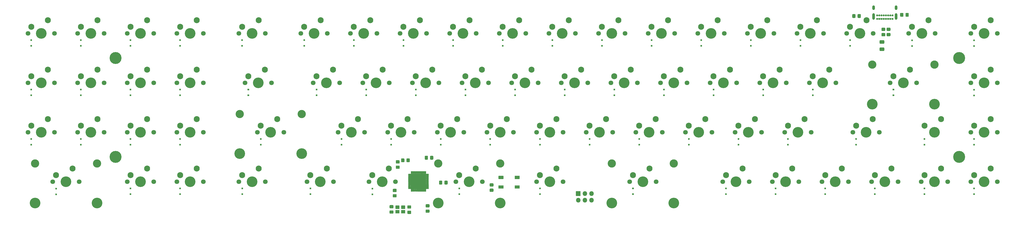
<source format=gbr>
G04 #@! TF.GenerationSoftware,KiCad,Pcbnew,(5.1.12)-1*
G04 #@! TF.CreationDate,2021-12-22T13:58:05-08:00*
G04 #@! TF.ProjectId,logboi,6c6f6762-6f69-42e6-9b69-6361645f7063,rev?*
G04 #@! TF.SameCoordinates,Original*
G04 #@! TF.FileFunction,Soldermask,Bot*
G04 #@! TF.FilePolarity,Negative*
%FSLAX46Y46*%
G04 Gerber Fmt 4.6, Leading zero omitted, Abs format (unit mm)*
G04 Created by KiCad (PCBNEW (5.1.12)-1) date 2021-12-22 13:58:05*
%MOMM*%
%LPD*%
G01*
G04 APERTURE LIST*
%ADD10C,1.802000*%
%ADD11C,4.102000*%
%ADD12C,2.302000*%
%ADD13C,3.152000*%
%ADD14C,4.602000*%
%ADD15C,0.752000*%
%ADD16O,1.002000X2.502000*%
%ADD17O,1.002000X1.802000*%
%ADD18O,1.802000X1.802000*%
%ADD19C,0.100000*%
G04 APERTURE END LIST*
D10*
X111326250Y-86995000D03*
X101166250Y-86995000D03*
D11*
X106246250Y-86995000D03*
D12*
X102436250Y-84455000D03*
X108786250Y-81915000D03*
D13*
X125290000Y-60945000D03*
X101490000Y-60945000D03*
D11*
X101490000Y-76185000D03*
X125290000Y-76185000D03*
D10*
X118470000Y-67945000D03*
X108310000Y-67945000D03*
D11*
X113390000Y-67945000D03*
D12*
X109580000Y-65405000D03*
X115930000Y-62865000D03*
D10*
X113707500Y-48895000D03*
X103547500Y-48895000D03*
D11*
X108627500Y-48895000D03*
D12*
X104817500Y-46355000D03*
X111167500Y-43815000D03*
D10*
X111326250Y-29845000D03*
X101166250Y-29845000D03*
D11*
X106246250Y-29845000D03*
D12*
X102436250Y-27305000D03*
X108786250Y-24765000D03*
D11*
X368183750Y-67945000D03*
D12*
X364373750Y-65405000D03*
X370723750Y-62865000D03*
D10*
X347070000Y-67945000D03*
X336910000Y-67945000D03*
D11*
X341990000Y-67945000D03*
D12*
X338180000Y-65405000D03*
X344530000Y-62865000D03*
D13*
X368177500Y-41895000D03*
X344377500Y-41895000D03*
D11*
X344377500Y-57135000D03*
X368177500Y-57135000D03*
D10*
X361357500Y-48895000D03*
X351197500Y-48895000D03*
D11*
X356277500Y-48895000D03*
D12*
X352467500Y-46355000D03*
X358817500Y-43815000D03*
D13*
X268165000Y-79995000D03*
X244365000Y-79995000D03*
D11*
X244365000Y-95235000D03*
X268165000Y-95235000D03*
D10*
X261345000Y-86995000D03*
X251185000Y-86995000D03*
D11*
X256265000Y-86995000D03*
D12*
X252455000Y-84455000D03*
X258805000Y-81915000D03*
D10*
X368501250Y-29845000D03*
X358341250Y-29845000D03*
D11*
X363421250Y-29845000D03*
D12*
X359611250Y-27305000D03*
X365961250Y-24765000D03*
D14*
X377708750Y-77470000D03*
X53858750Y-39370000D03*
X53858750Y-77470000D03*
X377708750Y-39370000D03*
G36*
G01*
X383673750Y-89913400D02*
X383173750Y-89913400D01*
G75*
G02*
X383122750Y-89862400I0J51000D01*
G01*
X383122750Y-89362400D01*
G75*
G02*
X383173750Y-89311400I51000J0D01*
G01*
X383673750Y-89311400D01*
G75*
G02*
X383724750Y-89362400I0J-51000D01*
G01*
X383724750Y-89862400D01*
G75*
G02*
X383673750Y-89913400I-51000J0D01*
G01*
G37*
G36*
G01*
X383673750Y-92113400D02*
X383173750Y-92113400D01*
G75*
G02*
X383122750Y-92062400I0J51000D01*
G01*
X383122750Y-91562400D01*
G75*
G02*
X383173750Y-91511400I51000J0D01*
G01*
X383673750Y-91511400D01*
G75*
G02*
X383724750Y-91562400I0J-51000D01*
G01*
X383724750Y-92062400D01*
G75*
G02*
X383673750Y-92113400I-51000J0D01*
G01*
G37*
G36*
G01*
X383648350Y-70829000D02*
X383148350Y-70829000D01*
G75*
G02*
X383097350Y-70778000I0J51000D01*
G01*
X383097350Y-70278000D01*
G75*
G02*
X383148350Y-70227000I51000J0D01*
G01*
X383648350Y-70227000D01*
G75*
G02*
X383699350Y-70278000I0J-51000D01*
G01*
X383699350Y-70778000D01*
G75*
G02*
X383648350Y-70829000I-51000J0D01*
G01*
G37*
G36*
G01*
X383648350Y-73029000D02*
X383148350Y-73029000D01*
G75*
G02*
X383097350Y-72978000I0J51000D01*
G01*
X383097350Y-72478000D01*
G75*
G02*
X383148350Y-72427000I51000J0D01*
G01*
X383648350Y-72427000D01*
G75*
G02*
X383699350Y-72478000I0J-51000D01*
G01*
X383699350Y-72978000D01*
G75*
G02*
X383648350Y-73029000I-51000J0D01*
G01*
G37*
G36*
G01*
X383673750Y-51906000D02*
X383173750Y-51906000D01*
G75*
G02*
X383122750Y-51855000I0J51000D01*
G01*
X383122750Y-51355000D01*
G75*
G02*
X383173750Y-51304000I51000J0D01*
G01*
X383673750Y-51304000D01*
G75*
G02*
X383724750Y-51355000I0J-51000D01*
G01*
X383724750Y-51855000D01*
G75*
G02*
X383673750Y-51906000I-51000J0D01*
G01*
G37*
G36*
G01*
X383673750Y-54106000D02*
X383173750Y-54106000D01*
G75*
G02*
X383122750Y-54055000I0J51000D01*
G01*
X383122750Y-53555000D01*
G75*
G02*
X383173750Y-53504000I51000J0D01*
G01*
X383673750Y-53504000D01*
G75*
G02*
X383724750Y-53555000I0J-51000D01*
G01*
X383724750Y-54055000D01*
G75*
G02*
X383673750Y-54106000I-51000J0D01*
G01*
G37*
G36*
G01*
X383673750Y-32856000D02*
X383173750Y-32856000D01*
G75*
G02*
X383122750Y-32805000I0J51000D01*
G01*
X383122750Y-32305000D01*
G75*
G02*
X383173750Y-32254000I51000J0D01*
G01*
X383673750Y-32254000D01*
G75*
G02*
X383724750Y-32305000I0J-51000D01*
G01*
X383724750Y-32805000D01*
G75*
G02*
X383673750Y-32856000I-51000J0D01*
G01*
G37*
G36*
G01*
X383673750Y-35056000D02*
X383173750Y-35056000D01*
G75*
G02*
X383122750Y-35005000I0J51000D01*
G01*
X383122750Y-34505000D01*
G75*
G02*
X383173750Y-34454000I51000J0D01*
G01*
X383673750Y-34454000D01*
G75*
G02*
X383724750Y-34505000I0J-51000D01*
G01*
X383724750Y-35005000D01*
G75*
G02*
X383673750Y-35056000I-51000J0D01*
G01*
G37*
G36*
G01*
X364598350Y-89879000D02*
X364098350Y-89879000D01*
G75*
G02*
X364047350Y-89828000I0J51000D01*
G01*
X364047350Y-89328000D01*
G75*
G02*
X364098350Y-89277000I51000J0D01*
G01*
X364598350Y-89277000D01*
G75*
G02*
X364649350Y-89328000I0J-51000D01*
G01*
X364649350Y-89828000D01*
G75*
G02*
X364598350Y-89879000I-51000J0D01*
G01*
G37*
G36*
G01*
X364598350Y-92079000D02*
X364098350Y-92079000D01*
G75*
G02*
X364047350Y-92028000I0J51000D01*
G01*
X364047350Y-91528000D01*
G75*
G02*
X364098350Y-91477000I51000J0D01*
G01*
X364598350Y-91477000D01*
G75*
G02*
X364649350Y-91528000I0J-51000D01*
G01*
X364649350Y-92028000D01*
G75*
G02*
X364598350Y-92079000I-51000J0D01*
G01*
G37*
G36*
G01*
X345548350Y-89879000D02*
X345048350Y-89879000D01*
G75*
G02*
X344997350Y-89828000I0J51000D01*
G01*
X344997350Y-89328000D01*
G75*
G02*
X345048350Y-89277000I51000J0D01*
G01*
X345548350Y-89277000D01*
G75*
G02*
X345599350Y-89328000I0J-51000D01*
G01*
X345599350Y-89828000D01*
G75*
G02*
X345548350Y-89879000I-51000J0D01*
G01*
G37*
G36*
G01*
X345548350Y-92079000D02*
X345048350Y-92079000D01*
G75*
G02*
X344997350Y-92028000I0J51000D01*
G01*
X344997350Y-91528000D01*
G75*
G02*
X345048350Y-91477000I51000J0D01*
G01*
X345548350Y-91477000D01*
G75*
G02*
X345599350Y-91528000I0J-51000D01*
G01*
X345599350Y-92028000D01*
G75*
G02*
X345548350Y-92079000I-51000J0D01*
G01*
G37*
G36*
G01*
X326498350Y-89879000D02*
X325998350Y-89879000D01*
G75*
G02*
X325947350Y-89828000I0J51000D01*
G01*
X325947350Y-89328000D01*
G75*
G02*
X325998350Y-89277000I51000J0D01*
G01*
X326498350Y-89277000D01*
G75*
G02*
X326549350Y-89328000I0J-51000D01*
G01*
X326549350Y-89828000D01*
G75*
G02*
X326498350Y-89879000I-51000J0D01*
G01*
G37*
G36*
G01*
X326498350Y-92079000D02*
X325998350Y-92079000D01*
G75*
G02*
X325947350Y-92028000I0J51000D01*
G01*
X325947350Y-91528000D01*
G75*
G02*
X325998350Y-91477000I51000J0D01*
G01*
X326498350Y-91477000D01*
G75*
G02*
X326549350Y-91528000I0J-51000D01*
G01*
X326549350Y-92028000D01*
G75*
G02*
X326498350Y-92079000I-51000J0D01*
G01*
G37*
G36*
G01*
X307499150Y-89879000D02*
X306999150Y-89879000D01*
G75*
G02*
X306948150Y-89828000I0J51000D01*
G01*
X306948150Y-89328000D01*
G75*
G02*
X306999150Y-89277000I51000J0D01*
G01*
X307499150Y-89277000D01*
G75*
G02*
X307550150Y-89328000I0J-51000D01*
G01*
X307550150Y-89828000D01*
G75*
G02*
X307499150Y-89879000I-51000J0D01*
G01*
G37*
G36*
G01*
X307499150Y-92079000D02*
X306999150Y-92079000D01*
G75*
G02*
X306948150Y-92028000I0J51000D01*
G01*
X306948150Y-91528000D01*
G75*
G02*
X306999150Y-91477000I51000J0D01*
G01*
X307499150Y-91477000D01*
G75*
G02*
X307550150Y-91528000I0J-51000D01*
G01*
X307550150Y-92028000D01*
G75*
G02*
X307499150Y-92079000I-51000J0D01*
G01*
G37*
G36*
G01*
X288449150Y-89879000D02*
X287949150Y-89879000D01*
G75*
G02*
X287898150Y-89828000I0J51000D01*
G01*
X287898150Y-89328000D01*
G75*
G02*
X287949150Y-89277000I51000J0D01*
G01*
X288449150Y-89277000D01*
G75*
G02*
X288500150Y-89328000I0J-51000D01*
G01*
X288500150Y-89828000D01*
G75*
G02*
X288449150Y-89879000I-51000J0D01*
G01*
G37*
G36*
G01*
X288449150Y-92079000D02*
X287949150Y-92079000D01*
G75*
G02*
X287898150Y-92028000I0J51000D01*
G01*
X287898150Y-91528000D01*
G75*
G02*
X287949150Y-91477000I51000J0D01*
G01*
X288449150Y-91477000D01*
G75*
G02*
X288500150Y-91528000I0J-51000D01*
G01*
X288500150Y-92028000D01*
G75*
G02*
X288449150Y-92079000I-51000J0D01*
G01*
G37*
G36*
G01*
X252730400Y-89879000D02*
X252230400Y-89879000D01*
G75*
G02*
X252179400Y-89828000I0J51000D01*
G01*
X252179400Y-89328000D01*
G75*
G02*
X252230400Y-89277000I51000J0D01*
G01*
X252730400Y-89277000D01*
G75*
G02*
X252781400Y-89328000I0J-51000D01*
G01*
X252781400Y-89828000D01*
G75*
G02*
X252730400Y-89879000I-51000J0D01*
G01*
G37*
G36*
G01*
X252730400Y-92079000D02*
X252230400Y-92079000D01*
G75*
G02*
X252179400Y-92028000I0J51000D01*
G01*
X252179400Y-91528000D01*
G75*
G02*
X252230400Y-91477000I51000J0D01*
G01*
X252730400Y-91477000D01*
G75*
G02*
X252781400Y-91528000I0J-51000D01*
G01*
X252781400Y-92028000D01*
G75*
G02*
X252730400Y-92079000I-51000J0D01*
G01*
G37*
G36*
G01*
X217011650Y-89879000D02*
X216511650Y-89879000D01*
G75*
G02*
X216460650Y-89828000I0J51000D01*
G01*
X216460650Y-89328000D01*
G75*
G02*
X216511650Y-89277000I51000J0D01*
G01*
X217011650Y-89277000D01*
G75*
G02*
X217062650Y-89328000I0J-51000D01*
G01*
X217062650Y-89828000D01*
G75*
G02*
X217011650Y-89879000I-51000J0D01*
G01*
G37*
G36*
G01*
X217011650Y-92079000D02*
X216511650Y-92079000D01*
G75*
G02*
X216460650Y-92028000I0J51000D01*
G01*
X216460650Y-91528000D01*
G75*
G02*
X216511650Y-91477000I51000J0D01*
G01*
X217011650Y-91477000D01*
G75*
G02*
X217062650Y-91528000I0J-51000D01*
G01*
X217062650Y-92028000D01*
G75*
G02*
X217011650Y-92079000I-51000J0D01*
G01*
G37*
G36*
G01*
X186055400Y-89904400D02*
X185555400Y-89904400D01*
G75*
G02*
X185504400Y-89853400I0J51000D01*
G01*
X185504400Y-89353400D01*
G75*
G02*
X185555400Y-89302400I51000J0D01*
G01*
X186055400Y-89302400D01*
G75*
G02*
X186106400Y-89353400I0J-51000D01*
G01*
X186106400Y-89853400D01*
G75*
G02*
X186055400Y-89904400I-51000J0D01*
G01*
G37*
G36*
G01*
X186055400Y-92104400D02*
X185555400Y-92104400D01*
G75*
G02*
X185504400Y-92053400I0J51000D01*
G01*
X185504400Y-91553400D01*
G75*
G02*
X185555400Y-91502400I51000J0D01*
G01*
X186055400Y-91502400D01*
G75*
G02*
X186106400Y-91553400I0J-51000D01*
G01*
X186106400Y-92053400D01*
G75*
G02*
X186055400Y-92104400I-51000J0D01*
G01*
G37*
G36*
G01*
X152692500Y-90006000D02*
X152192500Y-90006000D01*
G75*
G02*
X152141500Y-89955000I0J51000D01*
G01*
X152141500Y-89455000D01*
G75*
G02*
X152192500Y-89404000I51000J0D01*
G01*
X152692500Y-89404000D01*
G75*
G02*
X152743500Y-89455000I0J-51000D01*
G01*
X152743500Y-89955000D01*
G75*
G02*
X152692500Y-90006000I-51000J0D01*
G01*
G37*
G36*
G01*
X152692500Y-92206000D02*
X152192500Y-92206000D01*
G75*
G02*
X152141500Y-92155000I0J51000D01*
G01*
X152141500Y-91655000D01*
G75*
G02*
X152192500Y-91604000I51000J0D01*
G01*
X152692500Y-91604000D01*
G75*
G02*
X152743500Y-91655000I0J-51000D01*
G01*
X152743500Y-92155000D01*
G75*
G02*
X152692500Y-92206000I-51000J0D01*
G01*
G37*
G36*
G01*
X128905400Y-89904400D02*
X128405400Y-89904400D01*
G75*
G02*
X128354400Y-89853400I0J51000D01*
G01*
X128354400Y-89353400D01*
G75*
G02*
X128405400Y-89302400I51000J0D01*
G01*
X128905400Y-89302400D01*
G75*
G02*
X128956400Y-89353400I0J-51000D01*
G01*
X128956400Y-89853400D01*
G75*
G02*
X128905400Y-89904400I-51000J0D01*
G01*
G37*
G36*
G01*
X128905400Y-92104400D02*
X128405400Y-92104400D01*
G75*
G02*
X128354400Y-92053400I0J51000D01*
G01*
X128354400Y-91553400D01*
G75*
G02*
X128405400Y-91502400I51000J0D01*
G01*
X128905400Y-91502400D01*
G75*
G02*
X128956400Y-91553400I0J-51000D01*
G01*
X128956400Y-92053400D01*
G75*
G02*
X128905400Y-92104400I-51000J0D01*
G01*
G37*
G36*
G01*
X102711650Y-89904400D02*
X102211650Y-89904400D01*
G75*
G02*
X102160650Y-89853400I0J51000D01*
G01*
X102160650Y-89353400D01*
G75*
G02*
X102211650Y-89302400I51000J0D01*
G01*
X102711650Y-89302400D01*
G75*
G02*
X102762650Y-89353400I0J-51000D01*
G01*
X102762650Y-89853400D01*
G75*
G02*
X102711650Y-89904400I-51000J0D01*
G01*
G37*
G36*
G01*
X102711650Y-92104400D02*
X102211650Y-92104400D01*
G75*
G02*
X102160650Y-92053400I0J51000D01*
G01*
X102160650Y-91553400D01*
G75*
G02*
X102211650Y-91502400I51000J0D01*
G01*
X102711650Y-91502400D01*
G75*
G02*
X102762650Y-91553400I0J-51000D01*
G01*
X102762650Y-92053400D01*
G75*
G02*
X102711650Y-92104400I-51000J0D01*
G01*
G37*
G36*
G01*
X78899150Y-89904400D02*
X78399150Y-89904400D01*
G75*
G02*
X78348150Y-89853400I0J51000D01*
G01*
X78348150Y-89353400D01*
G75*
G02*
X78399150Y-89302400I51000J0D01*
G01*
X78899150Y-89302400D01*
G75*
G02*
X78950150Y-89353400I0J-51000D01*
G01*
X78950150Y-89853400D01*
G75*
G02*
X78899150Y-89904400I-51000J0D01*
G01*
G37*
G36*
G01*
X78899150Y-92104400D02*
X78399150Y-92104400D01*
G75*
G02*
X78348150Y-92053400I0J51000D01*
G01*
X78348150Y-91553400D01*
G75*
G02*
X78399150Y-91502400I51000J0D01*
G01*
X78899150Y-91502400D01*
G75*
G02*
X78950150Y-91553400I0J-51000D01*
G01*
X78950150Y-92053400D01*
G75*
G02*
X78899150Y-92104400I-51000J0D01*
G01*
G37*
G36*
G01*
X59849150Y-89904400D02*
X59349150Y-89904400D01*
G75*
G02*
X59298150Y-89853400I0J51000D01*
G01*
X59298150Y-89353400D01*
G75*
G02*
X59349150Y-89302400I51000J0D01*
G01*
X59849150Y-89302400D01*
G75*
G02*
X59900150Y-89353400I0J-51000D01*
G01*
X59900150Y-89853400D01*
G75*
G02*
X59849150Y-89904400I-51000J0D01*
G01*
G37*
G36*
G01*
X59849150Y-92104400D02*
X59349150Y-92104400D01*
G75*
G02*
X59298150Y-92053400I0J51000D01*
G01*
X59298150Y-91553400D01*
G75*
G02*
X59349150Y-91502400I51000J0D01*
G01*
X59849150Y-91502400D01*
G75*
G02*
X59900150Y-91553400I0J-51000D01*
G01*
X59900150Y-92053400D01*
G75*
G02*
X59849150Y-92104400I-51000J0D01*
G01*
G37*
G36*
G01*
X31248750Y-90006000D02*
X30748750Y-90006000D01*
G75*
G02*
X30697750Y-89955000I0J51000D01*
G01*
X30697750Y-89455000D01*
G75*
G02*
X30748750Y-89404000I51000J0D01*
G01*
X31248750Y-89404000D01*
G75*
G02*
X31299750Y-89455000I0J-51000D01*
G01*
X31299750Y-89955000D01*
G75*
G02*
X31248750Y-90006000I-51000J0D01*
G01*
G37*
G36*
G01*
X31248750Y-92206000D02*
X30748750Y-92206000D01*
G75*
G02*
X30697750Y-92155000I0J51000D01*
G01*
X30697750Y-91655000D01*
G75*
G02*
X30748750Y-91604000I51000J0D01*
G01*
X31248750Y-91604000D01*
G75*
G02*
X31299750Y-91655000I0J-51000D01*
G01*
X31299750Y-92155000D01*
G75*
G02*
X31248750Y-92206000I-51000J0D01*
G01*
G37*
G36*
G01*
X364598350Y-70829000D02*
X364098350Y-70829000D01*
G75*
G02*
X364047350Y-70778000I0J51000D01*
G01*
X364047350Y-70278000D01*
G75*
G02*
X364098350Y-70227000I51000J0D01*
G01*
X364598350Y-70227000D01*
G75*
G02*
X364649350Y-70278000I0J-51000D01*
G01*
X364649350Y-70778000D01*
G75*
G02*
X364598350Y-70829000I-51000J0D01*
G01*
G37*
G36*
G01*
X364598350Y-73029000D02*
X364098350Y-73029000D01*
G75*
G02*
X364047350Y-72978000I0J51000D01*
G01*
X364047350Y-72478000D01*
G75*
G02*
X364098350Y-72427000I51000J0D01*
G01*
X364598350Y-72427000D01*
G75*
G02*
X364649350Y-72478000I0J-51000D01*
G01*
X364649350Y-72978000D01*
G75*
G02*
X364598350Y-73029000I-51000J0D01*
G01*
G37*
G36*
G01*
X338404600Y-70829000D02*
X337904600Y-70829000D01*
G75*
G02*
X337853600Y-70778000I0J51000D01*
G01*
X337853600Y-70278000D01*
G75*
G02*
X337904600Y-70227000I51000J0D01*
G01*
X338404600Y-70227000D01*
G75*
G02*
X338455600Y-70278000I0J-51000D01*
G01*
X338455600Y-70778000D01*
G75*
G02*
X338404600Y-70829000I-51000J0D01*
G01*
G37*
G36*
G01*
X338404600Y-73029000D02*
X337904600Y-73029000D01*
G75*
G02*
X337853600Y-72978000I0J51000D01*
G01*
X337853600Y-72478000D01*
G75*
G02*
X337904600Y-72427000I51000J0D01*
G01*
X338404600Y-72427000D01*
G75*
G02*
X338455600Y-72478000I0J-51000D01*
G01*
X338455600Y-72978000D01*
G75*
G02*
X338404600Y-73029000I-51000J0D01*
G01*
G37*
G36*
G01*
X312210850Y-70829000D02*
X311710850Y-70829000D01*
G75*
G02*
X311659850Y-70778000I0J51000D01*
G01*
X311659850Y-70278000D01*
G75*
G02*
X311710850Y-70227000I51000J0D01*
G01*
X312210850Y-70227000D01*
G75*
G02*
X312261850Y-70278000I0J-51000D01*
G01*
X312261850Y-70778000D01*
G75*
G02*
X312210850Y-70829000I-51000J0D01*
G01*
G37*
G36*
G01*
X312210850Y-73029000D02*
X311710850Y-73029000D01*
G75*
G02*
X311659850Y-72978000I0J51000D01*
G01*
X311659850Y-72478000D01*
G75*
G02*
X311710850Y-72427000I51000J0D01*
G01*
X312210850Y-72427000D01*
G75*
G02*
X312261850Y-72478000I0J-51000D01*
G01*
X312261850Y-72978000D01*
G75*
G02*
X312210850Y-73029000I-51000J0D01*
G01*
G37*
G36*
G01*
X293211650Y-70829000D02*
X292711650Y-70829000D01*
G75*
G02*
X292660650Y-70778000I0J51000D01*
G01*
X292660650Y-70278000D01*
G75*
G02*
X292711650Y-70227000I51000J0D01*
G01*
X293211650Y-70227000D01*
G75*
G02*
X293262650Y-70278000I0J-51000D01*
G01*
X293262650Y-70778000D01*
G75*
G02*
X293211650Y-70829000I-51000J0D01*
G01*
G37*
G36*
G01*
X293211650Y-73029000D02*
X292711650Y-73029000D01*
G75*
G02*
X292660650Y-72978000I0J51000D01*
G01*
X292660650Y-72478000D01*
G75*
G02*
X292711650Y-72427000I51000J0D01*
G01*
X293211650Y-72427000D01*
G75*
G02*
X293262650Y-72478000I0J-51000D01*
G01*
X293262650Y-72978000D01*
G75*
G02*
X293211650Y-73029000I-51000J0D01*
G01*
G37*
G36*
G01*
X274161650Y-70829000D02*
X273661650Y-70829000D01*
G75*
G02*
X273610650Y-70778000I0J51000D01*
G01*
X273610650Y-70278000D01*
G75*
G02*
X273661650Y-70227000I51000J0D01*
G01*
X274161650Y-70227000D01*
G75*
G02*
X274212650Y-70278000I0J-51000D01*
G01*
X274212650Y-70778000D01*
G75*
G02*
X274161650Y-70829000I-51000J0D01*
G01*
G37*
G36*
G01*
X274161650Y-73029000D02*
X273661650Y-73029000D01*
G75*
G02*
X273610650Y-72978000I0J51000D01*
G01*
X273610650Y-72478000D01*
G75*
G02*
X273661650Y-72427000I51000J0D01*
G01*
X274161650Y-72427000D01*
G75*
G02*
X274212650Y-72478000I0J-51000D01*
G01*
X274212650Y-72978000D01*
G75*
G02*
X274161650Y-73029000I-51000J0D01*
G01*
G37*
G36*
G01*
X255111650Y-70829000D02*
X254611650Y-70829000D01*
G75*
G02*
X254560650Y-70778000I0J51000D01*
G01*
X254560650Y-70278000D01*
G75*
G02*
X254611650Y-70227000I51000J0D01*
G01*
X255111650Y-70227000D01*
G75*
G02*
X255162650Y-70278000I0J-51000D01*
G01*
X255162650Y-70778000D01*
G75*
G02*
X255111650Y-70829000I-51000J0D01*
G01*
G37*
G36*
G01*
X255111650Y-73029000D02*
X254611650Y-73029000D01*
G75*
G02*
X254560650Y-72978000I0J51000D01*
G01*
X254560650Y-72478000D01*
G75*
G02*
X254611650Y-72427000I51000J0D01*
G01*
X255111650Y-72427000D01*
G75*
G02*
X255162650Y-72478000I0J-51000D01*
G01*
X255162650Y-72978000D01*
G75*
G02*
X255111650Y-73029000I-51000J0D01*
G01*
G37*
G36*
G01*
X236061650Y-70829000D02*
X235561650Y-70829000D01*
G75*
G02*
X235510650Y-70778000I0J51000D01*
G01*
X235510650Y-70278000D01*
G75*
G02*
X235561650Y-70227000I51000J0D01*
G01*
X236061650Y-70227000D01*
G75*
G02*
X236112650Y-70278000I0J-51000D01*
G01*
X236112650Y-70778000D01*
G75*
G02*
X236061650Y-70829000I-51000J0D01*
G01*
G37*
G36*
G01*
X236061650Y-73029000D02*
X235561650Y-73029000D01*
G75*
G02*
X235510650Y-72978000I0J51000D01*
G01*
X235510650Y-72478000D01*
G75*
G02*
X235561650Y-72427000I51000J0D01*
G01*
X236061650Y-72427000D01*
G75*
G02*
X236112650Y-72478000I0J-51000D01*
G01*
X236112650Y-72978000D01*
G75*
G02*
X236061650Y-73029000I-51000J0D01*
G01*
G37*
G36*
G01*
X217011650Y-70829000D02*
X216511650Y-70829000D01*
G75*
G02*
X216460650Y-70778000I0J51000D01*
G01*
X216460650Y-70278000D01*
G75*
G02*
X216511650Y-70227000I51000J0D01*
G01*
X217011650Y-70227000D01*
G75*
G02*
X217062650Y-70278000I0J-51000D01*
G01*
X217062650Y-70778000D01*
G75*
G02*
X217011650Y-70829000I-51000J0D01*
G01*
G37*
G36*
G01*
X217011650Y-73029000D02*
X216511650Y-73029000D01*
G75*
G02*
X216460650Y-72978000I0J51000D01*
G01*
X216460650Y-72478000D01*
G75*
G02*
X216511650Y-72427000I51000J0D01*
G01*
X217011650Y-72427000D01*
G75*
G02*
X217062650Y-72478000I0J-51000D01*
G01*
X217062650Y-72978000D01*
G75*
G02*
X217011650Y-73029000I-51000J0D01*
G01*
G37*
G36*
G01*
X197936250Y-70846600D02*
X197436250Y-70846600D01*
G75*
G02*
X197385250Y-70795600I0J51000D01*
G01*
X197385250Y-70295600D01*
G75*
G02*
X197436250Y-70244600I51000J0D01*
G01*
X197936250Y-70244600D01*
G75*
G02*
X197987250Y-70295600I0J-51000D01*
G01*
X197987250Y-70795600D01*
G75*
G02*
X197936250Y-70846600I-51000J0D01*
G01*
G37*
G36*
G01*
X197936250Y-73046600D02*
X197436250Y-73046600D01*
G75*
G02*
X197385250Y-72995600I0J51000D01*
G01*
X197385250Y-72495600D01*
G75*
G02*
X197436250Y-72444600I51000J0D01*
G01*
X197936250Y-72444600D01*
G75*
G02*
X197987250Y-72495600I0J-51000D01*
G01*
X197987250Y-72995600D01*
G75*
G02*
X197936250Y-73046600I-51000J0D01*
G01*
G37*
G36*
G01*
X178911650Y-70854400D02*
X178411650Y-70854400D01*
G75*
G02*
X178360650Y-70803400I0J51000D01*
G01*
X178360650Y-70303400D01*
G75*
G02*
X178411650Y-70252400I51000J0D01*
G01*
X178911650Y-70252400D01*
G75*
G02*
X178962650Y-70303400I0J-51000D01*
G01*
X178962650Y-70803400D01*
G75*
G02*
X178911650Y-70854400I-51000J0D01*
G01*
G37*
G36*
G01*
X178911650Y-73054400D02*
X178411650Y-73054400D01*
G75*
G02*
X178360650Y-73003400I0J51000D01*
G01*
X178360650Y-72503400D01*
G75*
G02*
X178411650Y-72452400I51000J0D01*
G01*
X178911650Y-72452400D01*
G75*
G02*
X178962650Y-72503400I0J-51000D01*
G01*
X178962650Y-73003400D01*
G75*
G02*
X178911650Y-73054400I-51000J0D01*
G01*
G37*
G36*
G01*
X159861650Y-70854400D02*
X159361650Y-70854400D01*
G75*
G02*
X159310650Y-70803400I0J51000D01*
G01*
X159310650Y-70303400D01*
G75*
G02*
X159361650Y-70252400I51000J0D01*
G01*
X159861650Y-70252400D01*
G75*
G02*
X159912650Y-70303400I0J-51000D01*
G01*
X159912650Y-70803400D01*
G75*
G02*
X159861650Y-70854400I-51000J0D01*
G01*
G37*
G36*
G01*
X159861650Y-73054400D02*
X159361650Y-73054400D01*
G75*
G02*
X159310650Y-73003400I0J51000D01*
G01*
X159310650Y-72503400D01*
G75*
G02*
X159361650Y-72452400I51000J0D01*
G01*
X159861650Y-72452400D01*
G75*
G02*
X159912650Y-72503400I0J-51000D01*
G01*
X159912650Y-73003400D01*
G75*
G02*
X159861650Y-73054400I-51000J0D01*
G01*
G37*
G36*
G01*
X140811650Y-70854400D02*
X140311650Y-70854400D01*
G75*
G02*
X140260650Y-70803400I0J51000D01*
G01*
X140260650Y-70303400D01*
G75*
G02*
X140311650Y-70252400I51000J0D01*
G01*
X140811650Y-70252400D01*
G75*
G02*
X140862650Y-70303400I0J-51000D01*
G01*
X140862650Y-70803400D01*
G75*
G02*
X140811650Y-70854400I-51000J0D01*
G01*
G37*
G36*
G01*
X140811650Y-73054400D02*
X140311650Y-73054400D01*
G75*
G02*
X140260650Y-73003400I0J51000D01*
G01*
X140260650Y-72503400D01*
G75*
G02*
X140311650Y-72452400I51000J0D01*
G01*
X140811650Y-72452400D01*
G75*
G02*
X140862650Y-72503400I0J-51000D01*
G01*
X140862650Y-73003400D01*
G75*
G02*
X140811650Y-73054400I-51000J0D01*
G01*
G37*
G36*
G01*
X109855400Y-70854400D02*
X109355400Y-70854400D01*
G75*
G02*
X109304400Y-70803400I0J51000D01*
G01*
X109304400Y-70303400D01*
G75*
G02*
X109355400Y-70252400I51000J0D01*
G01*
X109855400Y-70252400D01*
G75*
G02*
X109906400Y-70303400I0J-51000D01*
G01*
X109906400Y-70803400D01*
G75*
G02*
X109855400Y-70854400I-51000J0D01*
G01*
G37*
G36*
G01*
X109855400Y-73054400D02*
X109355400Y-73054400D01*
G75*
G02*
X109304400Y-73003400I0J51000D01*
G01*
X109304400Y-72503400D01*
G75*
G02*
X109355400Y-72452400I51000J0D01*
G01*
X109855400Y-72452400D01*
G75*
G02*
X109906400Y-72503400I0J-51000D01*
G01*
X109906400Y-73003400D01*
G75*
G02*
X109855400Y-73054400I-51000J0D01*
G01*
G37*
G36*
G01*
X78899150Y-70854400D02*
X78399150Y-70854400D01*
G75*
G02*
X78348150Y-70803400I0J51000D01*
G01*
X78348150Y-70303400D01*
G75*
G02*
X78399150Y-70252400I51000J0D01*
G01*
X78899150Y-70252400D01*
G75*
G02*
X78950150Y-70303400I0J-51000D01*
G01*
X78950150Y-70803400D01*
G75*
G02*
X78899150Y-70854400I-51000J0D01*
G01*
G37*
G36*
G01*
X78899150Y-73054400D02*
X78399150Y-73054400D01*
G75*
G02*
X78348150Y-73003400I0J51000D01*
G01*
X78348150Y-72503400D01*
G75*
G02*
X78399150Y-72452400I51000J0D01*
G01*
X78899150Y-72452400D01*
G75*
G02*
X78950150Y-72503400I0J-51000D01*
G01*
X78950150Y-73003400D01*
G75*
G02*
X78899150Y-73054400I-51000J0D01*
G01*
G37*
G36*
G01*
X59849150Y-70854400D02*
X59349150Y-70854400D01*
G75*
G02*
X59298150Y-70803400I0J51000D01*
G01*
X59298150Y-70303400D01*
G75*
G02*
X59349150Y-70252400I51000J0D01*
G01*
X59849150Y-70252400D01*
G75*
G02*
X59900150Y-70303400I0J-51000D01*
G01*
X59900150Y-70803400D01*
G75*
G02*
X59849150Y-70854400I-51000J0D01*
G01*
G37*
G36*
G01*
X59849150Y-73054400D02*
X59349150Y-73054400D01*
G75*
G02*
X59298150Y-73003400I0J51000D01*
G01*
X59298150Y-72503400D01*
G75*
G02*
X59349150Y-72452400I51000J0D01*
G01*
X59849150Y-72452400D01*
G75*
G02*
X59900150Y-72503400I0J-51000D01*
G01*
X59900150Y-73003400D01*
G75*
G02*
X59849150Y-73054400I-51000J0D01*
G01*
G37*
G36*
G01*
X40773750Y-70879800D02*
X40273750Y-70879800D01*
G75*
G02*
X40222750Y-70828800I0J51000D01*
G01*
X40222750Y-70328800D01*
G75*
G02*
X40273750Y-70277800I51000J0D01*
G01*
X40773750Y-70277800D01*
G75*
G02*
X40824750Y-70328800I0J-51000D01*
G01*
X40824750Y-70828800D01*
G75*
G02*
X40773750Y-70879800I-51000J0D01*
G01*
G37*
G36*
G01*
X40773750Y-73079800D02*
X40273750Y-73079800D01*
G75*
G02*
X40222750Y-73028800I0J51000D01*
G01*
X40222750Y-72528800D01*
G75*
G02*
X40273750Y-72477800I51000J0D01*
G01*
X40773750Y-72477800D01*
G75*
G02*
X40824750Y-72528800I0J-51000D01*
G01*
X40824750Y-73028800D01*
G75*
G02*
X40773750Y-73079800I-51000J0D01*
G01*
G37*
G36*
G01*
X21723750Y-70879800D02*
X21223750Y-70879800D01*
G75*
G02*
X21172750Y-70828800I0J51000D01*
G01*
X21172750Y-70328800D01*
G75*
G02*
X21223750Y-70277800I51000J0D01*
G01*
X21723750Y-70277800D01*
G75*
G02*
X21774750Y-70328800I0J-51000D01*
G01*
X21774750Y-70828800D01*
G75*
G02*
X21723750Y-70879800I-51000J0D01*
G01*
G37*
G36*
G01*
X21723750Y-73079800D02*
X21223750Y-73079800D01*
G75*
G02*
X21172750Y-73028800I0J51000D01*
G01*
X21172750Y-72528800D01*
G75*
G02*
X21223750Y-72477800I51000J0D01*
G01*
X21723750Y-72477800D01*
G75*
G02*
X21774750Y-72528800I0J-51000D01*
G01*
X21774750Y-73028800D01*
G75*
G02*
X21723750Y-73079800I-51000J0D01*
G01*
G37*
G36*
G01*
X352717500Y-51804400D02*
X352217500Y-51804400D01*
G75*
G02*
X352166500Y-51753400I0J51000D01*
G01*
X352166500Y-51253400D01*
G75*
G02*
X352217500Y-51202400I51000J0D01*
G01*
X352717500Y-51202400D01*
G75*
G02*
X352768500Y-51253400I0J-51000D01*
G01*
X352768500Y-51753400D01*
G75*
G02*
X352717500Y-51804400I-51000J0D01*
G01*
G37*
G36*
G01*
X352717500Y-54004400D02*
X352217500Y-54004400D01*
G75*
G02*
X352166500Y-53953400I0J51000D01*
G01*
X352166500Y-53453400D01*
G75*
G02*
X352217500Y-53402400I51000J0D01*
G01*
X352717500Y-53402400D01*
G75*
G02*
X352768500Y-53453400I0J-51000D01*
G01*
X352768500Y-53953400D01*
G75*
G02*
X352717500Y-54004400I-51000J0D01*
G01*
G37*
G36*
G01*
X321761250Y-51804400D02*
X321261250Y-51804400D01*
G75*
G02*
X321210250Y-51753400I0J51000D01*
G01*
X321210250Y-51253400D01*
G75*
G02*
X321261250Y-51202400I51000J0D01*
G01*
X321761250Y-51202400D01*
G75*
G02*
X321812250Y-51253400I0J-51000D01*
G01*
X321812250Y-51753400D01*
G75*
G02*
X321761250Y-51804400I-51000J0D01*
G01*
G37*
G36*
G01*
X321761250Y-54004400D02*
X321261250Y-54004400D01*
G75*
G02*
X321210250Y-53953400I0J51000D01*
G01*
X321210250Y-53453400D01*
G75*
G02*
X321261250Y-53402400I51000J0D01*
G01*
X321761250Y-53402400D01*
G75*
G02*
X321812250Y-53453400I0J-51000D01*
G01*
X321812250Y-53953400D01*
G75*
G02*
X321761250Y-54004400I-51000J0D01*
G01*
G37*
G36*
G01*
X302711250Y-51804400D02*
X302211250Y-51804400D01*
G75*
G02*
X302160250Y-51753400I0J51000D01*
G01*
X302160250Y-51253400D01*
G75*
G02*
X302211250Y-51202400I51000J0D01*
G01*
X302711250Y-51202400D01*
G75*
G02*
X302762250Y-51253400I0J-51000D01*
G01*
X302762250Y-51753400D01*
G75*
G02*
X302711250Y-51804400I-51000J0D01*
G01*
G37*
G36*
G01*
X302711250Y-54004400D02*
X302211250Y-54004400D01*
G75*
G02*
X302160250Y-53953400I0J51000D01*
G01*
X302160250Y-53453400D01*
G75*
G02*
X302211250Y-53402400I51000J0D01*
G01*
X302711250Y-53402400D01*
G75*
G02*
X302762250Y-53453400I0J-51000D01*
G01*
X302762250Y-53953400D01*
G75*
G02*
X302711250Y-54004400I-51000J0D01*
G01*
G37*
G36*
G01*
X283661250Y-51804400D02*
X283161250Y-51804400D01*
G75*
G02*
X283110250Y-51753400I0J51000D01*
G01*
X283110250Y-51253400D01*
G75*
G02*
X283161250Y-51202400I51000J0D01*
G01*
X283661250Y-51202400D01*
G75*
G02*
X283712250Y-51253400I0J-51000D01*
G01*
X283712250Y-51753400D01*
G75*
G02*
X283661250Y-51804400I-51000J0D01*
G01*
G37*
G36*
G01*
X283661250Y-54004400D02*
X283161250Y-54004400D01*
G75*
G02*
X283110250Y-53953400I0J51000D01*
G01*
X283110250Y-53453400D01*
G75*
G02*
X283161250Y-53402400I51000J0D01*
G01*
X283661250Y-53402400D01*
G75*
G02*
X283712250Y-53453400I0J-51000D01*
G01*
X283712250Y-53953400D01*
G75*
G02*
X283661250Y-54004400I-51000J0D01*
G01*
G37*
G36*
G01*
X264611250Y-51804400D02*
X264111250Y-51804400D01*
G75*
G02*
X264060250Y-51753400I0J51000D01*
G01*
X264060250Y-51253400D01*
G75*
G02*
X264111250Y-51202400I51000J0D01*
G01*
X264611250Y-51202400D01*
G75*
G02*
X264662250Y-51253400I0J-51000D01*
G01*
X264662250Y-51753400D01*
G75*
G02*
X264611250Y-51804400I-51000J0D01*
G01*
G37*
G36*
G01*
X264611250Y-54004400D02*
X264111250Y-54004400D01*
G75*
G02*
X264060250Y-53953400I0J51000D01*
G01*
X264060250Y-53453400D01*
G75*
G02*
X264111250Y-53402400I51000J0D01*
G01*
X264611250Y-53402400D01*
G75*
G02*
X264662250Y-53453400I0J-51000D01*
G01*
X264662250Y-53953400D01*
G75*
G02*
X264611250Y-54004400I-51000J0D01*
G01*
G37*
G36*
G01*
X245561250Y-51804400D02*
X245061250Y-51804400D01*
G75*
G02*
X245010250Y-51753400I0J51000D01*
G01*
X245010250Y-51253400D01*
G75*
G02*
X245061250Y-51202400I51000J0D01*
G01*
X245561250Y-51202400D01*
G75*
G02*
X245612250Y-51253400I0J-51000D01*
G01*
X245612250Y-51753400D01*
G75*
G02*
X245561250Y-51804400I-51000J0D01*
G01*
G37*
G36*
G01*
X245561250Y-54004400D02*
X245061250Y-54004400D01*
G75*
G02*
X245010250Y-53953400I0J51000D01*
G01*
X245010250Y-53453400D01*
G75*
G02*
X245061250Y-53402400I51000J0D01*
G01*
X245561250Y-53402400D01*
G75*
G02*
X245612250Y-53453400I0J-51000D01*
G01*
X245612250Y-53953400D01*
G75*
G02*
X245561250Y-54004400I-51000J0D01*
G01*
G37*
G36*
G01*
X226511250Y-51804400D02*
X226011250Y-51804400D01*
G75*
G02*
X225960250Y-51753400I0J51000D01*
G01*
X225960250Y-51253400D01*
G75*
G02*
X226011250Y-51202400I51000J0D01*
G01*
X226511250Y-51202400D01*
G75*
G02*
X226562250Y-51253400I0J-51000D01*
G01*
X226562250Y-51753400D01*
G75*
G02*
X226511250Y-51804400I-51000J0D01*
G01*
G37*
G36*
G01*
X226511250Y-54004400D02*
X226011250Y-54004400D01*
G75*
G02*
X225960250Y-53953400I0J51000D01*
G01*
X225960250Y-53453400D01*
G75*
G02*
X226011250Y-53402400I51000J0D01*
G01*
X226511250Y-53402400D01*
G75*
G02*
X226562250Y-53453400I0J-51000D01*
G01*
X226562250Y-53953400D01*
G75*
G02*
X226511250Y-54004400I-51000J0D01*
G01*
G37*
G36*
G01*
X207461250Y-51804400D02*
X206961250Y-51804400D01*
G75*
G02*
X206910250Y-51753400I0J51000D01*
G01*
X206910250Y-51253400D01*
G75*
G02*
X206961250Y-51202400I51000J0D01*
G01*
X207461250Y-51202400D01*
G75*
G02*
X207512250Y-51253400I0J-51000D01*
G01*
X207512250Y-51753400D01*
G75*
G02*
X207461250Y-51804400I-51000J0D01*
G01*
G37*
G36*
G01*
X207461250Y-54004400D02*
X206961250Y-54004400D01*
G75*
G02*
X206910250Y-53953400I0J51000D01*
G01*
X206910250Y-53453400D01*
G75*
G02*
X206961250Y-53402400I51000J0D01*
G01*
X207461250Y-53402400D01*
G75*
G02*
X207512250Y-53453400I0J-51000D01*
G01*
X207512250Y-53953400D01*
G75*
G02*
X207461250Y-54004400I-51000J0D01*
G01*
G37*
G36*
G01*
X188411250Y-51804400D02*
X187911250Y-51804400D01*
G75*
G02*
X187860250Y-51753400I0J51000D01*
G01*
X187860250Y-51253400D01*
G75*
G02*
X187911250Y-51202400I51000J0D01*
G01*
X188411250Y-51202400D01*
G75*
G02*
X188462250Y-51253400I0J-51000D01*
G01*
X188462250Y-51753400D01*
G75*
G02*
X188411250Y-51804400I-51000J0D01*
G01*
G37*
G36*
G01*
X188411250Y-54004400D02*
X187911250Y-54004400D01*
G75*
G02*
X187860250Y-53953400I0J51000D01*
G01*
X187860250Y-53453400D01*
G75*
G02*
X187911250Y-53402400I51000J0D01*
G01*
X188411250Y-53402400D01*
G75*
G02*
X188462250Y-53453400I0J-51000D01*
G01*
X188462250Y-53953400D01*
G75*
G02*
X188411250Y-54004400I-51000J0D01*
G01*
G37*
G36*
G01*
X169361250Y-51804400D02*
X168861250Y-51804400D01*
G75*
G02*
X168810250Y-51753400I0J51000D01*
G01*
X168810250Y-51253400D01*
G75*
G02*
X168861250Y-51202400I51000J0D01*
G01*
X169361250Y-51202400D01*
G75*
G02*
X169412250Y-51253400I0J-51000D01*
G01*
X169412250Y-51753400D01*
G75*
G02*
X169361250Y-51804400I-51000J0D01*
G01*
G37*
G36*
G01*
X169361250Y-54004400D02*
X168861250Y-54004400D01*
G75*
G02*
X168810250Y-53953400I0J51000D01*
G01*
X168810250Y-53453400D01*
G75*
G02*
X168861250Y-53402400I51000J0D01*
G01*
X169361250Y-53402400D01*
G75*
G02*
X169412250Y-53453400I0J-51000D01*
G01*
X169412250Y-53953400D01*
G75*
G02*
X169361250Y-54004400I-51000J0D01*
G01*
G37*
G36*
G01*
X150311250Y-51804400D02*
X149811250Y-51804400D01*
G75*
G02*
X149760250Y-51753400I0J51000D01*
G01*
X149760250Y-51253400D01*
G75*
G02*
X149811250Y-51202400I51000J0D01*
G01*
X150311250Y-51202400D01*
G75*
G02*
X150362250Y-51253400I0J-51000D01*
G01*
X150362250Y-51753400D01*
G75*
G02*
X150311250Y-51804400I-51000J0D01*
G01*
G37*
G36*
G01*
X150311250Y-54004400D02*
X149811250Y-54004400D01*
G75*
G02*
X149760250Y-53953400I0J51000D01*
G01*
X149760250Y-53453400D01*
G75*
G02*
X149811250Y-53402400I51000J0D01*
G01*
X150311250Y-53402400D01*
G75*
G02*
X150362250Y-53453400I0J-51000D01*
G01*
X150362250Y-53953400D01*
G75*
G02*
X150311250Y-54004400I-51000J0D01*
G01*
G37*
G36*
G01*
X131261250Y-51804400D02*
X130761250Y-51804400D01*
G75*
G02*
X130710250Y-51753400I0J51000D01*
G01*
X130710250Y-51253400D01*
G75*
G02*
X130761250Y-51202400I51000J0D01*
G01*
X131261250Y-51202400D01*
G75*
G02*
X131312250Y-51253400I0J-51000D01*
G01*
X131312250Y-51753400D01*
G75*
G02*
X131261250Y-51804400I-51000J0D01*
G01*
G37*
G36*
G01*
X131261250Y-54004400D02*
X130761250Y-54004400D01*
G75*
G02*
X130710250Y-53953400I0J51000D01*
G01*
X130710250Y-53453400D01*
G75*
G02*
X130761250Y-53402400I51000J0D01*
G01*
X131261250Y-53402400D01*
G75*
G02*
X131312250Y-53453400I0J-51000D01*
G01*
X131312250Y-53953400D01*
G75*
G02*
X131261250Y-54004400I-51000J0D01*
G01*
G37*
G36*
G01*
X105067500Y-51804400D02*
X104567500Y-51804400D01*
G75*
G02*
X104516500Y-51753400I0J51000D01*
G01*
X104516500Y-51253400D01*
G75*
G02*
X104567500Y-51202400I51000J0D01*
G01*
X105067500Y-51202400D01*
G75*
G02*
X105118500Y-51253400I0J-51000D01*
G01*
X105118500Y-51753400D01*
G75*
G02*
X105067500Y-51804400I-51000J0D01*
G01*
G37*
G36*
G01*
X105067500Y-54004400D02*
X104567500Y-54004400D01*
G75*
G02*
X104516500Y-53953400I0J51000D01*
G01*
X104516500Y-53453400D01*
G75*
G02*
X104567500Y-53402400I51000J0D01*
G01*
X105067500Y-53402400D01*
G75*
G02*
X105118500Y-53453400I0J-51000D01*
G01*
X105118500Y-53953400D01*
G75*
G02*
X105067500Y-54004400I-51000J0D01*
G01*
G37*
G36*
G01*
X78848350Y-51804400D02*
X78348350Y-51804400D01*
G75*
G02*
X78297350Y-51753400I0J51000D01*
G01*
X78297350Y-51253400D01*
G75*
G02*
X78348350Y-51202400I51000J0D01*
G01*
X78848350Y-51202400D01*
G75*
G02*
X78899350Y-51253400I0J-51000D01*
G01*
X78899350Y-51753400D01*
G75*
G02*
X78848350Y-51804400I-51000J0D01*
G01*
G37*
G36*
G01*
X78848350Y-54004400D02*
X78348350Y-54004400D01*
G75*
G02*
X78297350Y-53953400I0J51000D01*
G01*
X78297350Y-53453400D01*
G75*
G02*
X78348350Y-53402400I51000J0D01*
G01*
X78848350Y-53402400D01*
G75*
G02*
X78899350Y-53453400I0J-51000D01*
G01*
X78899350Y-53953400D01*
G75*
G02*
X78848350Y-54004400I-51000J0D01*
G01*
G37*
G36*
G01*
X59798350Y-51804400D02*
X59298350Y-51804400D01*
G75*
G02*
X59247350Y-51753400I0J51000D01*
G01*
X59247350Y-51253400D01*
G75*
G02*
X59298350Y-51202400I51000J0D01*
G01*
X59798350Y-51202400D01*
G75*
G02*
X59849350Y-51253400I0J-51000D01*
G01*
X59849350Y-51753400D01*
G75*
G02*
X59798350Y-51804400I-51000J0D01*
G01*
G37*
G36*
G01*
X59798350Y-54004400D02*
X59298350Y-54004400D01*
G75*
G02*
X59247350Y-53953400I0J51000D01*
G01*
X59247350Y-53453400D01*
G75*
G02*
X59298350Y-53402400I51000J0D01*
G01*
X59798350Y-53402400D01*
G75*
G02*
X59849350Y-53453400I0J-51000D01*
G01*
X59849350Y-53953400D01*
G75*
G02*
X59798350Y-54004400I-51000J0D01*
G01*
G37*
G36*
G01*
X40748350Y-51804400D02*
X40248350Y-51804400D01*
G75*
G02*
X40197350Y-51753400I0J51000D01*
G01*
X40197350Y-51253400D01*
G75*
G02*
X40248350Y-51202400I51000J0D01*
G01*
X40748350Y-51202400D01*
G75*
G02*
X40799350Y-51253400I0J-51000D01*
G01*
X40799350Y-51753400D01*
G75*
G02*
X40748350Y-51804400I-51000J0D01*
G01*
G37*
G36*
G01*
X40748350Y-54004400D02*
X40248350Y-54004400D01*
G75*
G02*
X40197350Y-53953400I0J51000D01*
G01*
X40197350Y-53453400D01*
G75*
G02*
X40248350Y-53402400I51000J0D01*
G01*
X40748350Y-53402400D01*
G75*
G02*
X40799350Y-53453400I0J-51000D01*
G01*
X40799350Y-53953400D01*
G75*
G02*
X40748350Y-54004400I-51000J0D01*
G01*
G37*
G36*
G01*
X21698350Y-51804400D02*
X21198350Y-51804400D01*
G75*
G02*
X21147350Y-51753400I0J51000D01*
G01*
X21147350Y-51253400D01*
G75*
G02*
X21198350Y-51202400I51000J0D01*
G01*
X21698350Y-51202400D01*
G75*
G02*
X21749350Y-51253400I0J-51000D01*
G01*
X21749350Y-51753400D01*
G75*
G02*
X21698350Y-51804400I-51000J0D01*
G01*
G37*
G36*
G01*
X21698350Y-54004400D02*
X21198350Y-54004400D01*
G75*
G02*
X21147350Y-53953400I0J51000D01*
G01*
X21147350Y-53453400D01*
G75*
G02*
X21198350Y-53402400I51000J0D01*
G01*
X21698350Y-53402400D01*
G75*
G02*
X21749350Y-53453400I0J-51000D01*
G01*
X21749350Y-53953400D01*
G75*
G02*
X21698350Y-54004400I-51000J0D01*
G01*
G37*
G36*
G01*
X359861250Y-32856000D02*
X359361250Y-32856000D01*
G75*
G02*
X359310250Y-32805000I0J51000D01*
G01*
X359310250Y-32305000D01*
G75*
G02*
X359361250Y-32254000I51000J0D01*
G01*
X359861250Y-32254000D01*
G75*
G02*
X359912250Y-32305000I0J-51000D01*
G01*
X359912250Y-32805000D01*
G75*
G02*
X359861250Y-32856000I-51000J0D01*
G01*
G37*
G36*
G01*
X359861250Y-35056000D02*
X359361250Y-35056000D01*
G75*
G02*
X359310250Y-35005000I0J51000D01*
G01*
X359310250Y-34505000D01*
G75*
G02*
X359361250Y-34454000I51000J0D01*
G01*
X359861250Y-34454000D01*
G75*
G02*
X359912250Y-34505000I0J-51000D01*
G01*
X359912250Y-35005000D01*
G75*
G02*
X359861250Y-35056000I-51000J0D01*
G01*
G37*
G36*
G01*
X336048750Y-32754400D02*
X335548750Y-32754400D01*
G75*
G02*
X335497750Y-32703400I0J51000D01*
G01*
X335497750Y-32203400D01*
G75*
G02*
X335548750Y-32152400I51000J0D01*
G01*
X336048750Y-32152400D01*
G75*
G02*
X336099750Y-32203400I0J-51000D01*
G01*
X336099750Y-32703400D01*
G75*
G02*
X336048750Y-32754400I-51000J0D01*
G01*
G37*
G36*
G01*
X336048750Y-34954400D02*
X335548750Y-34954400D01*
G75*
G02*
X335497750Y-34903400I0J51000D01*
G01*
X335497750Y-34403400D01*
G75*
G02*
X335548750Y-34352400I51000J0D01*
G01*
X336048750Y-34352400D01*
G75*
G02*
X336099750Y-34403400I0J-51000D01*
G01*
X336099750Y-34903400D01*
G75*
G02*
X336048750Y-34954400I-51000J0D01*
G01*
G37*
G36*
G01*
X316998750Y-32754400D02*
X316498750Y-32754400D01*
G75*
G02*
X316447750Y-32703400I0J51000D01*
G01*
X316447750Y-32203400D01*
G75*
G02*
X316498750Y-32152400I51000J0D01*
G01*
X316998750Y-32152400D01*
G75*
G02*
X317049750Y-32203400I0J-51000D01*
G01*
X317049750Y-32703400D01*
G75*
G02*
X316998750Y-32754400I-51000J0D01*
G01*
G37*
G36*
G01*
X316998750Y-34954400D02*
X316498750Y-34954400D01*
G75*
G02*
X316447750Y-34903400I0J51000D01*
G01*
X316447750Y-34403400D01*
G75*
G02*
X316498750Y-34352400I51000J0D01*
G01*
X316998750Y-34352400D01*
G75*
G02*
X317049750Y-34403400I0J-51000D01*
G01*
X317049750Y-34903400D01*
G75*
G02*
X316998750Y-34954400I-51000J0D01*
G01*
G37*
G36*
G01*
X297948750Y-32754400D02*
X297448750Y-32754400D01*
G75*
G02*
X297397750Y-32703400I0J51000D01*
G01*
X297397750Y-32203400D01*
G75*
G02*
X297448750Y-32152400I51000J0D01*
G01*
X297948750Y-32152400D01*
G75*
G02*
X297999750Y-32203400I0J-51000D01*
G01*
X297999750Y-32703400D01*
G75*
G02*
X297948750Y-32754400I-51000J0D01*
G01*
G37*
G36*
G01*
X297948750Y-34954400D02*
X297448750Y-34954400D01*
G75*
G02*
X297397750Y-34903400I0J51000D01*
G01*
X297397750Y-34403400D01*
G75*
G02*
X297448750Y-34352400I51000J0D01*
G01*
X297948750Y-34352400D01*
G75*
G02*
X297999750Y-34403400I0J-51000D01*
G01*
X297999750Y-34903400D01*
G75*
G02*
X297948750Y-34954400I-51000J0D01*
G01*
G37*
G36*
G01*
X278898750Y-32754400D02*
X278398750Y-32754400D01*
G75*
G02*
X278347750Y-32703400I0J51000D01*
G01*
X278347750Y-32203400D01*
G75*
G02*
X278398750Y-32152400I51000J0D01*
G01*
X278898750Y-32152400D01*
G75*
G02*
X278949750Y-32203400I0J-51000D01*
G01*
X278949750Y-32703400D01*
G75*
G02*
X278898750Y-32754400I-51000J0D01*
G01*
G37*
G36*
G01*
X278898750Y-34954400D02*
X278398750Y-34954400D01*
G75*
G02*
X278347750Y-34903400I0J51000D01*
G01*
X278347750Y-34403400D01*
G75*
G02*
X278398750Y-34352400I51000J0D01*
G01*
X278898750Y-34352400D01*
G75*
G02*
X278949750Y-34403400I0J-51000D01*
G01*
X278949750Y-34903400D01*
G75*
G02*
X278898750Y-34954400I-51000J0D01*
G01*
G37*
G36*
G01*
X259848750Y-32754400D02*
X259348750Y-32754400D01*
G75*
G02*
X259297750Y-32703400I0J51000D01*
G01*
X259297750Y-32203400D01*
G75*
G02*
X259348750Y-32152400I51000J0D01*
G01*
X259848750Y-32152400D01*
G75*
G02*
X259899750Y-32203400I0J-51000D01*
G01*
X259899750Y-32703400D01*
G75*
G02*
X259848750Y-32754400I-51000J0D01*
G01*
G37*
G36*
G01*
X259848750Y-34954400D02*
X259348750Y-34954400D01*
G75*
G02*
X259297750Y-34903400I0J51000D01*
G01*
X259297750Y-34403400D01*
G75*
G02*
X259348750Y-34352400I51000J0D01*
G01*
X259848750Y-34352400D01*
G75*
G02*
X259899750Y-34403400I0J-51000D01*
G01*
X259899750Y-34903400D01*
G75*
G02*
X259848750Y-34954400I-51000J0D01*
G01*
G37*
G36*
G01*
X240798750Y-32754400D02*
X240298750Y-32754400D01*
G75*
G02*
X240247750Y-32703400I0J51000D01*
G01*
X240247750Y-32203400D01*
G75*
G02*
X240298750Y-32152400I51000J0D01*
G01*
X240798750Y-32152400D01*
G75*
G02*
X240849750Y-32203400I0J-51000D01*
G01*
X240849750Y-32703400D01*
G75*
G02*
X240798750Y-32754400I-51000J0D01*
G01*
G37*
G36*
G01*
X240798750Y-34954400D02*
X240298750Y-34954400D01*
G75*
G02*
X240247750Y-34903400I0J51000D01*
G01*
X240247750Y-34403400D01*
G75*
G02*
X240298750Y-34352400I51000J0D01*
G01*
X240798750Y-34352400D01*
G75*
G02*
X240849750Y-34403400I0J-51000D01*
G01*
X240849750Y-34903400D01*
G75*
G02*
X240798750Y-34954400I-51000J0D01*
G01*
G37*
G36*
G01*
X221748750Y-32754400D02*
X221248750Y-32754400D01*
G75*
G02*
X221197750Y-32703400I0J51000D01*
G01*
X221197750Y-32203400D01*
G75*
G02*
X221248750Y-32152400I51000J0D01*
G01*
X221748750Y-32152400D01*
G75*
G02*
X221799750Y-32203400I0J-51000D01*
G01*
X221799750Y-32703400D01*
G75*
G02*
X221748750Y-32754400I-51000J0D01*
G01*
G37*
G36*
G01*
X221748750Y-34954400D02*
X221248750Y-34954400D01*
G75*
G02*
X221197750Y-34903400I0J51000D01*
G01*
X221197750Y-34403400D01*
G75*
G02*
X221248750Y-34352400I51000J0D01*
G01*
X221748750Y-34352400D01*
G75*
G02*
X221799750Y-34403400I0J-51000D01*
G01*
X221799750Y-34903400D01*
G75*
G02*
X221748750Y-34954400I-51000J0D01*
G01*
G37*
G36*
G01*
X202698750Y-32754400D02*
X202198750Y-32754400D01*
G75*
G02*
X202147750Y-32703400I0J51000D01*
G01*
X202147750Y-32203400D01*
G75*
G02*
X202198750Y-32152400I51000J0D01*
G01*
X202698750Y-32152400D01*
G75*
G02*
X202749750Y-32203400I0J-51000D01*
G01*
X202749750Y-32703400D01*
G75*
G02*
X202698750Y-32754400I-51000J0D01*
G01*
G37*
G36*
G01*
X202698750Y-34954400D02*
X202198750Y-34954400D01*
G75*
G02*
X202147750Y-34903400I0J51000D01*
G01*
X202147750Y-34403400D01*
G75*
G02*
X202198750Y-34352400I51000J0D01*
G01*
X202698750Y-34352400D01*
G75*
G02*
X202749750Y-34403400I0J-51000D01*
G01*
X202749750Y-34903400D01*
G75*
G02*
X202698750Y-34954400I-51000J0D01*
G01*
G37*
G36*
G01*
X183648750Y-32754400D02*
X183148750Y-32754400D01*
G75*
G02*
X183097750Y-32703400I0J51000D01*
G01*
X183097750Y-32203400D01*
G75*
G02*
X183148750Y-32152400I51000J0D01*
G01*
X183648750Y-32152400D01*
G75*
G02*
X183699750Y-32203400I0J-51000D01*
G01*
X183699750Y-32703400D01*
G75*
G02*
X183648750Y-32754400I-51000J0D01*
G01*
G37*
G36*
G01*
X183648750Y-34954400D02*
X183148750Y-34954400D01*
G75*
G02*
X183097750Y-34903400I0J51000D01*
G01*
X183097750Y-34403400D01*
G75*
G02*
X183148750Y-34352400I51000J0D01*
G01*
X183648750Y-34352400D01*
G75*
G02*
X183699750Y-34403400I0J-51000D01*
G01*
X183699750Y-34903400D01*
G75*
G02*
X183648750Y-34954400I-51000J0D01*
G01*
G37*
G36*
G01*
X164598750Y-32754400D02*
X164098750Y-32754400D01*
G75*
G02*
X164047750Y-32703400I0J51000D01*
G01*
X164047750Y-32203400D01*
G75*
G02*
X164098750Y-32152400I51000J0D01*
G01*
X164598750Y-32152400D01*
G75*
G02*
X164649750Y-32203400I0J-51000D01*
G01*
X164649750Y-32703400D01*
G75*
G02*
X164598750Y-32754400I-51000J0D01*
G01*
G37*
G36*
G01*
X164598750Y-34954400D02*
X164098750Y-34954400D01*
G75*
G02*
X164047750Y-34903400I0J51000D01*
G01*
X164047750Y-34403400D01*
G75*
G02*
X164098750Y-34352400I51000J0D01*
G01*
X164598750Y-34352400D01*
G75*
G02*
X164649750Y-34403400I0J-51000D01*
G01*
X164649750Y-34903400D01*
G75*
G02*
X164598750Y-34954400I-51000J0D01*
G01*
G37*
G36*
G01*
X145548750Y-32754400D02*
X145048750Y-32754400D01*
G75*
G02*
X144997750Y-32703400I0J51000D01*
G01*
X144997750Y-32203400D01*
G75*
G02*
X145048750Y-32152400I51000J0D01*
G01*
X145548750Y-32152400D01*
G75*
G02*
X145599750Y-32203400I0J-51000D01*
G01*
X145599750Y-32703400D01*
G75*
G02*
X145548750Y-32754400I-51000J0D01*
G01*
G37*
G36*
G01*
X145548750Y-34954400D02*
X145048750Y-34954400D01*
G75*
G02*
X144997750Y-34903400I0J51000D01*
G01*
X144997750Y-34403400D01*
G75*
G02*
X145048750Y-34352400I51000J0D01*
G01*
X145548750Y-34352400D01*
G75*
G02*
X145599750Y-34403400I0J-51000D01*
G01*
X145599750Y-34903400D01*
G75*
G02*
X145548750Y-34954400I-51000J0D01*
G01*
G37*
G36*
G01*
X126498750Y-32754400D02*
X125998750Y-32754400D01*
G75*
G02*
X125947750Y-32703400I0J51000D01*
G01*
X125947750Y-32203400D01*
G75*
G02*
X125998750Y-32152400I51000J0D01*
G01*
X126498750Y-32152400D01*
G75*
G02*
X126549750Y-32203400I0J-51000D01*
G01*
X126549750Y-32703400D01*
G75*
G02*
X126498750Y-32754400I-51000J0D01*
G01*
G37*
G36*
G01*
X126498750Y-34954400D02*
X125998750Y-34954400D01*
G75*
G02*
X125947750Y-34903400I0J51000D01*
G01*
X125947750Y-34403400D01*
G75*
G02*
X125998750Y-34352400I51000J0D01*
G01*
X126498750Y-34352400D01*
G75*
G02*
X126549750Y-34403400I0J-51000D01*
G01*
X126549750Y-34903400D01*
G75*
G02*
X126498750Y-34954400I-51000J0D01*
G01*
G37*
G36*
G01*
X102686250Y-32754400D02*
X102186250Y-32754400D01*
G75*
G02*
X102135250Y-32703400I0J51000D01*
G01*
X102135250Y-32203400D01*
G75*
G02*
X102186250Y-32152400I51000J0D01*
G01*
X102686250Y-32152400D01*
G75*
G02*
X102737250Y-32203400I0J-51000D01*
G01*
X102737250Y-32703400D01*
G75*
G02*
X102686250Y-32754400I-51000J0D01*
G01*
G37*
G36*
G01*
X102686250Y-34954400D02*
X102186250Y-34954400D01*
G75*
G02*
X102135250Y-34903400I0J51000D01*
G01*
X102135250Y-34403400D01*
G75*
G02*
X102186250Y-34352400I51000J0D01*
G01*
X102686250Y-34352400D01*
G75*
G02*
X102737250Y-34403400I0J-51000D01*
G01*
X102737250Y-34903400D01*
G75*
G02*
X102686250Y-34954400I-51000J0D01*
G01*
G37*
G36*
G01*
X78873750Y-32754400D02*
X78373750Y-32754400D01*
G75*
G02*
X78322750Y-32703400I0J51000D01*
G01*
X78322750Y-32203400D01*
G75*
G02*
X78373750Y-32152400I51000J0D01*
G01*
X78873750Y-32152400D01*
G75*
G02*
X78924750Y-32203400I0J-51000D01*
G01*
X78924750Y-32703400D01*
G75*
G02*
X78873750Y-32754400I-51000J0D01*
G01*
G37*
G36*
G01*
X78873750Y-34954400D02*
X78373750Y-34954400D01*
G75*
G02*
X78322750Y-34903400I0J51000D01*
G01*
X78322750Y-34403400D01*
G75*
G02*
X78373750Y-34352400I51000J0D01*
G01*
X78873750Y-34352400D01*
G75*
G02*
X78924750Y-34403400I0J-51000D01*
G01*
X78924750Y-34903400D01*
G75*
G02*
X78873750Y-34954400I-51000J0D01*
G01*
G37*
G36*
G01*
X59823750Y-32754400D02*
X59323750Y-32754400D01*
G75*
G02*
X59272750Y-32703400I0J51000D01*
G01*
X59272750Y-32203400D01*
G75*
G02*
X59323750Y-32152400I51000J0D01*
G01*
X59823750Y-32152400D01*
G75*
G02*
X59874750Y-32203400I0J-51000D01*
G01*
X59874750Y-32703400D01*
G75*
G02*
X59823750Y-32754400I-51000J0D01*
G01*
G37*
G36*
G01*
X59823750Y-34954400D02*
X59323750Y-34954400D01*
G75*
G02*
X59272750Y-34903400I0J51000D01*
G01*
X59272750Y-34403400D01*
G75*
G02*
X59323750Y-34352400I51000J0D01*
G01*
X59823750Y-34352400D01*
G75*
G02*
X59874750Y-34403400I0J-51000D01*
G01*
X59874750Y-34903400D01*
G75*
G02*
X59823750Y-34954400I-51000J0D01*
G01*
G37*
G36*
G01*
X40773750Y-32754400D02*
X40273750Y-32754400D01*
G75*
G02*
X40222750Y-32703400I0J51000D01*
G01*
X40222750Y-32203400D01*
G75*
G02*
X40273750Y-32152400I51000J0D01*
G01*
X40773750Y-32152400D01*
G75*
G02*
X40824750Y-32203400I0J-51000D01*
G01*
X40824750Y-32703400D01*
G75*
G02*
X40773750Y-32754400I-51000J0D01*
G01*
G37*
G36*
G01*
X40773750Y-34954400D02*
X40273750Y-34954400D01*
G75*
G02*
X40222750Y-34903400I0J51000D01*
G01*
X40222750Y-34403400D01*
G75*
G02*
X40273750Y-34352400I51000J0D01*
G01*
X40773750Y-34352400D01*
G75*
G02*
X40824750Y-34403400I0J-51000D01*
G01*
X40824750Y-34903400D01*
G75*
G02*
X40773750Y-34954400I-51000J0D01*
G01*
G37*
G36*
G01*
X21723750Y-32754400D02*
X21223750Y-32754400D01*
G75*
G02*
X21172750Y-32703400I0J51000D01*
G01*
X21172750Y-32203400D01*
G75*
G02*
X21223750Y-32152400I51000J0D01*
G01*
X21723750Y-32152400D01*
G75*
G02*
X21774750Y-32203400I0J-51000D01*
G01*
X21774750Y-32703400D01*
G75*
G02*
X21723750Y-32754400I-51000J0D01*
G01*
G37*
G36*
G01*
X21723750Y-34954400D02*
X21223750Y-34954400D01*
G75*
G02*
X21172750Y-34903400I0J51000D01*
G01*
X21172750Y-34403400D01*
G75*
G02*
X21223750Y-34352400I51000J0D01*
G01*
X21723750Y-34352400D01*
G75*
G02*
X21774750Y-34403400I0J-51000D01*
G01*
X21774750Y-34903400D01*
G75*
G02*
X21723750Y-34954400I-51000J0D01*
G01*
G37*
G36*
G01*
X348705450Y-33845400D02*
X347394250Y-33845400D01*
G75*
G02*
X347123850Y-33575000I0J270400D01*
G01*
X347123850Y-32763800D01*
G75*
G02*
X347394250Y-32493400I270400J0D01*
G01*
X348705450Y-32493400D01*
G75*
G02*
X348975850Y-32763800I0J-270400D01*
G01*
X348975850Y-33575000D01*
G75*
G02*
X348705450Y-33845400I-270400J0D01*
G01*
G37*
G36*
G01*
X348705450Y-36645400D02*
X347394250Y-36645400D01*
G75*
G02*
X347123850Y-36375000I0J270400D01*
G01*
X347123850Y-35563800D01*
G75*
G02*
X347394250Y-35293400I270400J0D01*
G01*
X348705450Y-35293400D01*
G75*
G02*
X348975850Y-35563800I0J-270400D01*
G01*
X348975850Y-36375000D01*
G75*
G02*
X348705450Y-36645400I-270400J0D01*
G01*
G37*
G36*
G01*
X200857250Y-85913000D02*
X200857250Y-84813000D01*
G75*
G02*
X200908250Y-84762000I51000J0D01*
G01*
X202708250Y-84762000D01*
G75*
G02*
X202759250Y-84813000I0J-51000D01*
G01*
X202759250Y-85913000D01*
G75*
G02*
X202708250Y-85964000I-51000J0D01*
G01*
X200908250Y-85964000D01*
G75*
G02*
X200857250Y-85913000I0J51000D01*
G01*
G37*
G36*
G01*
X207057250Y-89613000D02*
X207057250Y-88513000D01*
G75*
G02*
X207108250Y-88462000I51000J0D01*
G01*
X208908250Y-88462000D01*
G75*
G02*
X208959250Y-88513000I0J-51000D01*
G01*
X208959250Y-89613000D01*
G75*
G02*
X208908250Y-89664000I-51000J0D01*
G01*
X207108250Y-89664000D01*
G75*
G02*
X207057250Y-89613000I0J51000D01*
G01*
G37*
G36*
G01*
X200857250Y-89613000D02*
X200857250Y-88513000D01*
G75*
G02*
X200908250Y-88462000I51000J0D01*
G01*
X202708250Y-88462000D01*
G75*
G02*
X202759250Y-88513000I0J-51000D01*
G01*
X202759250Y-89613000D01*
G75*
G02*
X202708250Y-89664000I-51000J0D01*
G01*
X200908250Y-89664000D01*
G75*
G02*
X200857250Y-89613000I0J51000D01*
G01*
G37*
G36*
G01*
X207057250Y-85913000D02*
X207057250Y-84813000D01*
G75*
G02*
X207108250Y-84762000I51000J0D01*
G01*
X208908250Y-84762000D01*
G75*
G02*
X208959250Y-84813000I0J-51000D01*
G01*
X208959250Y-85913000D01*
G75*
G02*
X208908250Y-85964000I-51000J0D01*
G01*
X207108250Y-85964000D01*
G75*
G02*
X207057250Y-85913000I0J51000D01*
G01*
G37*
G36*
G01*
X161318100Y-99152001D02*
X161318100Y-97951999D01*
G75*
G02*
X161369099Y-97901000I50999J0D01*
G01*
X162769101Y-97901000D01*
G75*
G02*
X162820100Y-97951999I0J-50999D01*
G01*
X162820100Y-99152001D01*
G75*
G02*
X162769101Y-99203000I-50999J0D01*
G01*
X161369099Y-99203000D01*
G75*
G02*
X161318100Y-99152001I0J50999D01*
G01*
G37*
G36*
G01*
X163518100Y-99152001D02*
X163518100Y-97951999D01*
G75*
G02*
X163569099Y-97901000I50999J0D01*
G01*
X164969101Y-97901000D01*
G75*
G02*
X165020100Y-97951999I0J-50999D01*
G01*
X165020100Y-99152001D01*
G75*
G02*
X164969101Y-99203000I-50999J0D01*
G01*
X163569099Y-99203000D01*
G75*
G02*
X163518100Y-99152001I0J50999D01*
G01*
G37*
G36*
G01*
X163518100Y-97452001D02*
X163518100Y-96251999D01*
G75*
G02*
X163569099Y-96201000I50999J0D01*
G01*
X164969101Y-96201000D01*
G75*
G02*
X165020100Y-96251999I0J-50999D01*
G01*
X165020100Y-97452001D01*
G75*
G02*
X164969101Y-97503000I-50999J0D01*
G01*
X163569099Y-97503000D01*
G75*
G02*
X163518100Y-97452001I0J50999D01*
G01*
G37*
G36*
G01*
X161318100Y-97452001D02*
X161318100Y-96251999D01*
G75*
G02*
X161369099Y-96201000I50999J0D01*
G01*
X162769101Y-96201000D01*
G75*
G02*
X162820100Y-96251999I0J-50999D01*
G01*
X162820100Y-97452001D01*
G75*
G02*
X162769101Y-97503000I-50999J0D01*
G01*
X161369099Y-97503000D01*
G75*
G02*
X161318100Y-97452001I0J50999D01*
G01*
G37*
G36*
G01*
X172973850Y-84118800D02*
X172973850Y-89718800D01*
G75*
G02*
X172922850Y-89769800I-51000J0D01*
G01*
X167322850Y-89769800D01*
G75*
G02*
X167271850Y-89718800I0J51000D01*
G01*
X167271850Y-84118800D01*
G75*
G02*
X167322850Y-84067800I51000J0D01*
G01*
X172922850Y-84067800D01*
G75*
G02*
X172973850Y-84118800I0J-51000D01*
G01*
G37*
G36*
G01*
X173048850Y-83080800D02*
X173048850Y-83881800D01*
G75*
G02*
X172960850Y-83969800I-88000J0D01*
G01*
X172784850Y-83969800D01*
G75*
G02*
X172696850Y-83881800I0J88000D01*
G01*
X172696850Y-83080800D01*
G75*
G02*
X172784850Y-82992800I88000J0D01*
G01*
X172960850Y-82992800D01*
G75*
G02*
X173048850Y-83080800I0J-88000D01*
G01*
G37*
G36*
G01*
X172548850Y-83080800D02*
X172548850Y-83881800D01*
G75*
G02*
X172460850Y-83969800I-88000J0D01*
G01*
X172284850Y-83969800D01*
G75*
G02*
X172196850Y-83881800I0J88000D01*
G01*
X172196850Y-83080800D01*
G75*
G02*
X172284850Y-82992800I88000J0D01*
G01*
X172460850Y-82992800D01*
G75*
G02*
X172548850Y-83080800I0J-88000D01*
G01*
G37*
G36*
G01*
X172048850Y-83080800D02*
X172048850Y-83881800D01*
G75*
G02*
X171960850Y-83969800I-88000J0D01*
G01*
X171784850Y-83969800D01*
G75*
G02*
X171696850Y-83881800I0J88000D01*
G01*
X171696850Y-83080800D01*
G75*
G02*
X171784850Y-82992800I88000J0D01*
G01*
X171960850Y-82992800D01*
G75*
G02*
X172048850Y-83080800I0J-88000D01*
G01*
G37*
G36*
G01*
X171548850Y-83080800D02*
X171548850Y-83881800D01*
G75*
G02*
X171460850Y-83969800I-88000J0D01*
G01*
X171284850Y-83969800D01*
G75*
G02*
X171196850Y-83881800I0J88000D01*
G01*
X171196850Y-83080800D01*
G75*
G02*
X171284850Y-82992800I88000J0D01*
G01*
X171460850Y-82992800D01*
G75*
G02*
X171548850Y-83080800I0J-88000D01*
G01*
G37*
G36*
G01*
X171048850Y-83080800D02*
X171048850Y-83881800D01*
G75*
G02*
X170960850Y-83969800I-88000J0D01*
G01*
X170784850Y-83969800D01*
G75*
G02*
X170696850Y-83881800I0J88000D01*
G01*
X170696850Y-83080800D01*
G75*
G02*
X170784850Y-82992800I88000J0D01*
G01*
X170960850Y-82992800D01*
G75*
G02*
X171048850Y-83080800I0J-88000D01*
G01*
G37*
G36*
G01*
X170548850Y-83080800D02*
X170548850Y-83881800D01*
G75*
G02*
X170460850Y-83969800I-88000J0D01*
G01*
X170284850Y-83969800D01*
G75*
G02*
X170196850Y-83881800I0J88000D01*
G01*
X170196850Y-83080800D01*
G75*
G02*
X170284850Y-82992800I88000J0D01*
G01*
X170460850Y-82992800D01*
G75*
G02*
X170548850Y-83080800I0J-88000D01*
G01*
G37*
G36*
G01*
X170048850Y-83080800D02*
X170048850Y-83881800D01*
G75*
G02*
X169960850Y-83969800I-88000J0D01*
G01*
X169784850Y-83969800D01*
G75*
G02*
X169696850Y-83881800I0J88000D01*
G01*
X169696850Y-83080800D01*
G75*
G02*
X169784850Y-82992800I88000J0D01*
G01*
X169960850Y-82992800D01*
G75*
G02*
X170048850Y-83080800I0J-88000D01*
G01*
G37*
G36*
G01*
X169548850Y-83080800D02*
X169548850Y-83881800D01*
G75*
G02*
X169460850Y-83969800I-88000J0D01*
G01*
X169284850Y-83969800D01*
G75*
G02*
X169196850Y-83881800I0J88000D01*
G01*
X169196850Y-83080800D01*
G75*
G02*
X169284850Y-82992800I88000J0D01*
G01*
X169460850Y-82992800D01*
G75*
G02*
X169548850Y-83080800I0J-88000D01*
G01*
G37*
G36*
G01*
X169048850Y-83080800D02*
X169048850Y-83881800D01*
G75*
G02*
X168960850Y-83969800I-88000J0D01*
G01*
X168784850Y-83969800D01*
G75*
G02*
X168696850Y-83881800I0J88000D01*
G01*
X168696850Y-83080800D01*
G75*
G02*
X168784850Y-82992800I88000J0D01*
G01*
X168960850Y-82992800D01*
G75*
G02*
X169048850Y-83080800I0J-88000D01*
G01*
G37*
G36*
G01*
X168548850Y-83080800D02*
X168548850Y-83881800D01*
G75*
G02*
X168460850Y-83969800I-88000J0D01*
G01*
X168284850Y-83969800D01*
G75*
G02*
X168196850Y-83881800I0J88000D01*
G01*
X168196850Y-83080800D01*
G75*
G02*
X168284850Y-82992800I88000J0D01*
G01*
X168460850Y-82992800D01*
G75*
G02*
X168548850Y-83080800I0J-88000D01*
G01*
G37*
G36*
G01*
X168048850Y-83080800D02*
X168048850Y-83881800D01*
G75*
G02*
X167960850Y-83969800I-88000J0D01*
G01*
X167784850Y-83969800D01*
G75*
G02*
X167696850Y-83881800I0J88000D01*
G01*
X167696850Y-83080800D01*
G75*
G02*
X167784850Y-82992800I88000J0D01*
G01*
X167960850Y-82992800D01*
G75*
G02*
X168048850Y-83080800I0J-88000D01*
G01*
G37*
G36*
G01*
X167548850Y-83080800D02*
X167548850Y-83881800D01*
G75*
G02*
X167460850Y-83969800I-88000J0D01*
G01*
X167284850Y-83969800D01*
G75*
G02*
X167196850Y-83881800I0J88000D01*
G01*
X167196850Y-83080800D01*
G75*
G02*
X167284850Y-82992800I88000J0D01*
G01*
X167460850Y-82992800D01*
G75*
G02*
X167548850Y-83080800I0J-88000D01*
G01*
G37*
G36*
G01*
X167173850Y-84080800D02*
X167173850Y-84256800D01*
G75*
G02*
X167085850Y-84344800I-88000J0D01*
G01*
X166284850Y-84344800D01*
G75*
G02*
X166196850Y-84256800I0J88000D01*
G01*
X166196850Y-84080800D01*
G75*
G02*
X166284850Y-83992800I88000J0D01*
G01*
X167085850Y-83992800D01*
G75*
G02*
X167173850Y-84080800I0J-88000D01*
G01*
G37*
G36*
G01*
X167173850Y-84580800D02*
X167173850Y-84756800D01*
G75*
G02*
X167085850Y-84844800I-88000J0D01*
G01*
X166284850Y-84844800D01*
G75*
G02*
X166196850Y-84756800I0J88000D01*
G01*
X166196850Y-84580800D01*
G75*
G02*
X166284850Y-84492800I88000J0D01*
G01*
X167085850Y-84492800D01*
G75*
G02*
X167173850Y-84580800I0J-88000D01*
G01*
G37*
G36*
G01*
X167173850Y-85080800D02*
X167173850Y-85256800D01*
G75*
G02*
X167085850Y-85344800I-88000J0D01*
G01*
X166284850Y-85344800D01*
G75*
G02*
X166196850Y-85256800I0J88000D01*
G01*
X166196850Y-85080800D01*
G75*
G02*
X166284850Y-84992800I88000J0D01*
G01*
X167085850Y-84992800D01*
G75*
G02*
X167173850Y-85080800I0J-88000D01*
G01*
G37*
G36*
G01*
X167173850Y-85580800D02*
X167173850Y-85756800D01*
G75*
G02*
X167085850Y-85844800I-88000J0D01*
G01*
X166284850Y-85844800D01*
G75*
G02*
X166196850Y-85756800I0J88000D01*
G01*
X166196850Y-85580800D01*
G75*
G02*
X166284850Y-85492800I88000J0D01*
G01*
X167085850Y-85492800D01*
G75*
G02*
X167173850Y-85580800I0J-88000D01*
G01*
G37*
G36*
G01*
X167173850Y-86080800D02*
X167173850Y-86256800D01*
G75*
G02*
X167085850Y-86344800I-88000J0D01*
G01*
X166284850Y-86344800D01*
G75*
G02*
X166196850Y-86256800I0J88000D01*
G01*
X166196850Y-86080800D01*
G75*
G02*
X166284850Y-85992800I88000J0D01*
G01*
X167085850Y-85992800D01*
G75*
G02*
X167173850Y-86080800I0J-88000D01*
G01*
G37*
G36*
G01*
X167173850Y-86580800D02*
X167173850Y-86756800D01*
G75*
G02*
X167085850Y-86844800I-88000J0D01*
G01*
X166284850Y-86844800D01*
G75*
G02*
X166196850Y-86756800I0J88000D01*
G01*
X166196850Y-86580800D01*
G75*
G02*
X166284850Y-86492800I88000J0D01*
G01*
X167085850Y-86492800D01*
G75*
G02*
X167173850Y-86580800I0J-88000D01*
G01*
G37*
G36*
G01*
X167173850Y-87080800D02*
X167173850Y-87256800D01*
G75*
G02*
X167085850Y-87344800I-88000J0D01*
G01*
X166284850Y-87344800D01*
G75*
G02*
X166196850Y-87256800I0J88000D01*
G01*
X166196850Y-87080800D01*
G75*
G02*
X166284850Y-86992800I88000J0D01*
G01*
X167085850Y-86992800D01*
G75*
G02*
X167173850Y-87080800I0J-88000D01*
G01*
G37*
G36*
G01*
X167173850Y-87580800D02*
X167173850Y-87756800D01*
G75*
G02*
X167085850Y-87844800I-88000J0D01*
G01*
X166284850Y-87844800D01*
G75*
G02*
X166196850Y-87756800I0J88000D01*
G01*
X166196850Y-87580800D01*
G75*
G02*
X166284850Y-87492800I88000J0D01*
G01*
X167085850Y-87492800D01*
G75*
G02*
X167173850Y-87580800I0J-88000D01*
G01*
G37*
G36*
G01*
X167173850Y-88080800D02*
X167173850Y-88256800D01*
G75*
G02*
X167085850Y-88344800I-88000J0D01*
G01*
X166284850Y-88344800D01*
G75*
G02*
X166196850Y-88256800I0J88000D01*
G01*
X166196850Y-88080800D01*
G75*
G02*
X166284850Y-87992800I88000J0D01*
G01*
X167085850Y-87992800D01*
G75*
G02*
X167173850Y-88080800I0J-88000D01*
G01*
G37*
G36*
G01*
X167173850Y-88580800D02*
X167173850Y-88756800D01*
G75*
G02*
X167085850Y-88844800I-88000J0D01*
G01*
X166284850Y-88844800D01*
G75*
G02*
X166196850Y-88756800I0J88000D01*
G01*
X166196850Y-88580800D01*
G75*
G02*
X166284850Y-88492800I88000J0D01*
G01*
X167085850Y-88492800D01*
G75*
G02*
X167173850Y-88580800I0J-88000D01*
G01*
G37*
G36*
G01*
X167173850Y-89080800D02*
X167173850Y-89256800D01*
G75*
G02*
X167085850Y-89344800I-88000J0D01*
G01*
X166284850Y-89344800D01*
G75*
G02*
X166196850Y-89256800I0J88000D01*
G01*
X166196850Y-89080800D01*
G75*
G02*
X166284850Y-88992800I88000J0D01*
G01*
X167085850Y-88992800D01*
G75*
G02*
X167173850Y-89080800I0J-88000D01*
G01*
G37*
G36*
G01*
X167173850Y-89580800D02*
X167173850Y-89756800D01*
G75*
G02*
X167085850Y-89844800I-88000J0D01*
G01*
X166284850Y-89844800D01*
G75*
G02*
X166196850Y-89756800I0J88000D01*
G01*
X166196850Y-89580800D01*
G75*
G02*
X166284850Y-89492800I88000J0D01*
G01*
X167085850Y-89492800D01*
G75*
G02*
X167173850Y-89580800I0J-88000D01*
G01*
G37*
G36*
G01*
X167548850Y-89955800D02*
X167548850Y-90756800D01*
G75*
G02*
X167460850Y-90844800I-88000J0D01*
G01*
X167284850Y-90844800D01*
G75*
G02*
X167196850Y-90756800I0J88000D01*
G01*
X167196850Y-89955800D01*
G75*
G02*
X167284850Y-89867800I88000J0D01*
G01*
X167460850Y-89867800D01*
G75*
G02*
X167548850Y-89955800I0J-88000D01*
G01*
G37*
G36*
G01*
X168048850Y-89955800D02*
X168048850Y-90756800D01*
G75*
G02*
X167960850Y-90844800I-88000J0D01*
G01*
X167784850Y-90844800D01*
G75*
G02*
X167696850Y-90756800I0J88000D01*
G01*
X167696850Y-89955800D01*
G75*
G02*
X167784850Y-89867800I88000J0D01*
G01*
X167960850Y-89867800D01*
G75*
G02*
X168048850Y-89955800I0J-88000D01*
G01*
G37*
G36*
G01*
X168548850Y-89955800D02*
X168548850Y-90756800D01*
G75*
G02*
X168460850Y-90844800I-88000J0D01*
G01*
X168284850Y-90844800D01*
G75*
G02*
X168196850Y-90756800I0J88000D01*
G01*
X168196850Y-89955800D01*
G75*
G02*
X168284850Y-89867800I88000J0D01*
G01*
X168460850Y-89867800D01*
G75*
G02*
X168548850Y-89955800I0J-88000D01*
G01*
G37*
G36*
G01*
X169048850Y-89955800D02*
X169048850Y-90756800D01*
G75*
G02*
X168960850Y-90844800I-88000J0D01*
G01*
X168784850Y-90844800D01*
G75*
G02*
X168696850Y-90756800I0J88000D01*
G01*
X168696850Y-89955800D01*
G75*
G02*
X168784850Y-89867800I88000J0D01*
G01*
X168960850Y-89867800D01*
G75*
G02*
X169048850Y-89955800I0J-88000D01*
G01*
G37*
G36*
G01*
X169548850Y-89955800D02*
X169548850Y-90756800D01*
G75*
G02*
X169460850Y-90844800I-88000J0D01*
G01*
X169284850Y-90844800D01*
G75*
G02*
X169196850Y-90756800I0J88000D01*
G01*
X169196850Y-89955800D01*
G75*
G02*
X169284850Y-89867800I88000J0D01*
G01*
X169460850Y-89867800D01*
G75*
G02*
X169548850Y-89955800I0J-88000D01*
G01*
G37*
G36*
G01*
X170048850Y-89955800D02*
X170048850Y-90756800D01*
G75*
G02*
X169960850Y-90844800I-88000J0D01*
G01*
X169784850Y-90844800D01*
G75*
G02*
X169696850Y-90756800I0J88000D01*
G01*
X169696850Y-89955800D01*
G75*
G02*
X169784850Y-89867800I88000J0D01*
G01*
X169960850Y-89867800D01*
G75*
G02*
X170048850Y-89955800I0J-88000D01*
G01*
G37*
G36*
G01*
X170548850Y-89955800D02*
X170548850Y-90756800D01*
G75*
G02*
X170460850Y-90844800I-88000J0D01*
G01*
X170284850Y-90844800D01*
G75*
G02*
X170196850Y-90756800I0J88000D01*
G01*
X170196850Y-89955800D01*
G75*
G02*
X170284850Y-89867800I88000J0D01*
G01*
X170460850Y-89867800D01*
G75*
G02*
X170548850Y-89955800I0J-88000D01*
G01*
G37*
G36*
G01*
X171048850Y-89955800D02*
X171048850Y-90756800D01*
G75*
G02*
X170960850Y-90844800I-88000J0D01*
G01*
X170784850Y-90844800D01*
G75*
G02*
X170696850Y-90756800I0J88000D01*
G01*
X170696850Y-89955800D01*
G75*
G02*
X170784850Y-89867800I88000J0D01*
G01*
X170960850Y-89867800D01*
G75*
G02*
X171048850Y-89955800I0J-88000D01*
G01*
G37*
G36*
G01*
X171548850Y-89955800D02*
X171548850Y-90756800D01*
G75*
G02*
X171460850Y-90844800I-88000J0D01*
G01*
X171284850Y-90844800D01*
G75*
G02*
X171196850Y-90756800I0J88000D01*
G01*
X171196850Y-89955800D01*
G75*
G02*
X171284850Y-89867800I88000J0D01*
G01*
X171460850Y-89867800D01*
G75*
G02*
X171548850Y-89955800I0J-88000D01*
G01*
G37*
G36*
G01*
X172048850Y-89955800D02*
X172048850Y-90756800D01*
G75*
G02*
X171960850Y-90844800I-88000J0D01*
G01*
X171784850Y-90844800D01*
G75*
G02*
X171696850Y-90756800I0J88000D01*
G01*
X171696850Y-89955800D01*
G75*
G02*
X171784850Y-89867800I88000J0D01*
G01*
X171960850Y-89867800D01*
G75*
G02*
X172048850Y-89955800I0J-88000D01*
G01*
G37*
G36*
G01*
X172548850Y-89955800D02*
X172548850Y-90756800D01*
G75*
G02*
X172460850Y-90844800I-88000J0D01*
G01*
X172284850Y-90844800D01*
G75*
G02*
X172196850Y-90756800I0J88000D01*
G01*
X172196850Y-89955800D01*
G75*
G02*
X172284850Y-89867800I88000J0D01*
G01*
X172460850Y-89867800D01*
G75*
G02*
X172548850Y-89955800I0J-88000D01*
G01*
G37*
G36*
G01*
X173048850Y-89955800D02*
X173048850Y-90756800D01*
G75*
G02*
X172960850Y-90844800I-88000J0D01*
G01*
X172784850Y-90844800D01*
G75*
G02*
X172696850Y-90756800I0J88000D01*
G01*
X172696850Y-89955800D01*
G75*
G02*
X172784850Y-89867800I88000J0D01*
G01*
X172960850Y-89867800D01*
G75*
G02*
X173048850Y-89955800I0J-88000D01*
G01*
G37*
G36*
G01*
X174048850Y-89580800D02*
X174048850Y-89756800D01*
G75*
G02*
X173960850Y-89844800I-88000J0D01*
G01*
X173159850Y-89844800D01*
G75*
G02*
X173071850Y-89756800I0J88000D01*
G01*
X173071850Y-89580800D01*
G75*
G02*
X173159850Y-89492800I88000J0D01*
G01*
X173960850Y-89492800D01*
G75*
G02*
X174048850Y-89580800I0J-88000D01*
G01*
G37*
G36*
G01*
X174048850Y-89080800D02*
X174048850Y-89256800D01*
G75*
G02*
X173960850Y-89344800I-88000J0D01*
G01*
X173159850Y-89344800D01*
G75*
G02*
X173071850Y-89256800I0J88000D01*
G01*
X173071850Y-89080800D01*
G75*
G02*
X173159850Y-88992800I88000J0D01*
G01*
X173960850Y-88992800D01*
G75*
G02*
X174048850Y-89080800I0J-88000D01*
G01*
G37*
G36*
G01*
X174048850Y-88580800D02*
X174048850Y-88756800D01*
G75*
G02*
X173960850Y-88844800I-88000J0D01*
G01*
X173159850Y-88844800D01*
G75*
G02*
X173071850Y-88756800I0J88000D01*
G01*
X173071850Y-88580800D01*
G75*
G02*
X173159850Y-88492800I88000J0D01*
G01*
X173960850Y-88492800D01*
G75*
G02*
X174048850Y-88580800I0J-88000D01*
G01*
G37*
G36*
G01*
X174048850Y-88080800D02*
X174048850Y-88256800D01*
G75*
G02*
X173960850Y-88344800I-88000J0D01*
G01*
X173159850Y-88344800D01*
G75*
G02*
X173071850Y-88256800I0J88000D01*
G01*
X173071850Y-88080800D01*
G75*
G02*
X173159850Y-87992800I88000J0D01*
G01*
X173960850Y-87992800D01*
G75*
G02*
X174048850Y-88080800I0J-88000D01*
G01*
G37*
G36*
G01*
X174048850Y-87580800D02*
X174048850Y-87756800D01*
G75*
G02*
X173960850Y-87844800I-88000J0D01*
G01*
X173159850Y-87844800D01*
G75*
G02*
X173071850Y-87756800I0J88000D01*
G01*
X173071850Y-87580800D01*
G75*
G02*
X173159850Y-87492800I88000J0D01*
G01*
X173960850Y-87492800D01*
G75*
G02*
X174048850Y-87580800I0J-88000D01*
G01*
G37*
G36*
G01*
X174048850Y-87080800D02*
X174048850Y-87256800D01*
G75*
G02*
X173960850Y-87344800I-88000J0D01*
G01*
X173159850Y-87344800D01*
G75*
G02*
X173071850Y-87256800I0J88000D01*
G01*
X173071850Y-87080800D01*
G75*
G02*
X173159850Y-86992800I88000J0D01*
G01*
X173960850Y-86992800D01*
G75*
G02*
X174048850Y-87080800I0J-88000D01*
G01*
G37*
G36*
G01*
X174048850Y-86580800D02*
X174048850Y-86756800D01*
G75*
G02*
X173960850Y-86844800I-88000J0D01*
G01*
X173159850Y-86844800D01*
G75*
G02*
X173071850Y-86756800I0J88000D01*
G01*
X173071850Y-86580800D01*
G75*
G02*
X173159850Y-86492800I88000J0D01*
G01*
X173960850Y-86492800D01*
G75*
G02*
X174048850Y-86580800I0J-88000D01*
G01*
G37*
G36*
G01*
X174048850Y-86080800D02*
X174048850Y-86256800D01*
G75*
G02*
X173960850Y-86344800I-88000J0D01*
G01*
X173159850Y-86344800D01*
G75*
G02*
X173071850Y-86256800I0J88000D01*
G01*
X173071850Y-86080800D01*
G75*
G02*
X173159850Y-85992800I88000J0D01*
G01*
X173960850Y-85992800D01*
G75*
G02*
X174048850Y-86080800I0J-88000D01*
G01*
G37*
G36*
G01*
X174048850Y-85580800D02*
X174048850Y-85756800D01*
G75*
G02*
X173960850Y-85844800I-88000J0D01*
G01*
X173159850Y-85844800D01*
G75*
G02*
X173071850Y-85756800I0J88000D01*
G01*
X173071850Y-85580800D01*
G75*
G02*
X173159850Y-85492800I88000J0D01*
G01*
X173960850Y-85492800D01*
G75*
G02*
X174048850Y-85580800I0J-88000D01*
G01*
G37*
G36*
G01*
X174048850Y-85080800D02*
X174048850Y-85256800D01*
G75*
G02*
X173960850Y-85344800I-88000J0D01*
G01*
X173159850Y-85344800D01*
G75*
G02*
X173071850Y-85256800I0J88000D01*
G01*
X173071850Y-85080800D01*
G75*
G02*
X173159850Y-84992800I88000J0D01*
G01*
X173960850Y-84992800D01*
G75*
G02*
X174048850Y-85080800I0J-88000D01*
G01*
G37*
G36*
G01*
X174048850Y-84580800D02*
X174048850Y-84756800D01*
G75*
G02*
X173960850Y-84844800I-88000J0D01*
G01*
X173159850Y-84844800D01*
G75*
G02*
X173071850Y-84756800I0J88000D01*
G01*
X173071850Y-84580800D01*
G75*
G02*
X173159850Y-84492800I88000J0D01*
G01*
X173960850Y-84492800D01*
G75*
G02*
X174048850Y-84580800I0J-88000D01*
G01*
G37*
G36*
G01*
X174048850Y-84080800D02*
X174048850Y-84256800D01*
G75*
G02*
X173960850Y-84344800I-88000J0D01*
G01*
X173159850Y-84344800D01*
G75*
G02*
X173071850Y-84256800I0J88000D01*
G01*
X173071850Y-84080800D01*
G75*
G02*
X173159850Y-83992800I88000J0D01*
G01*
X173960850Y-83992800D01*
G75*
G02*
X174048850Y-84080800I0J-88000D01*
G01*
G37*
G36*
G01*
X159304272Y-98078400D02*
X160261928Y-98078400D01*
G75*
G02*
X160534100Y-98350572I0J-272172D01*
G01*
X160534100Y-99058228D01*
G75*
G02*
X160261928Y-99330400I-272172J0D01*
G01*
X159304272Y-99330400D01*
G75*
G02*
X159032100Y-99058228I0J272172D01*
G01*
X159032100Y-98350572D01*
G75*
G02*
X159304272Y-98078400I272172J0D01*
G01*
G37*
G36*
G01*
X159304272Y-96028400D02*
X160261928Y-96028400D01*
G75*
G02*
X160534100Y-96300572I0J-272172D01*
G01*
X160534100Y-97008228D01*
G75*
G02*
X160261928Y-97280400I-272172J0D01*
G01*
X159304272Y-97280400D01*
G75*
G02*
X159032100Y-97008228I0J272172D01*
G01*
X159032100Y-96300572D01*
G75*
G02*
X159304272Y-96028400I272172J0D01*
G01*
G37*
D10*
X292301250Y-48895000D03*
X282141250Y-48895000D03*
D11*
X287221250Y-48895000D03*
D12*
X283411250Y-46355000D03*
X289761250Y-43815000D03*
G36*
G01*
X358344950Y-22228772D02*
X358344950Y-23186428D01*
G75*
G02*
X358072778Y-23458600I-272172J0D01*
G01*
X357365122Y-23458600D01*
G75*
G02*
X357092950Y-23186428I0J272172D01*
G01*
X357092950Y-22228772D01*
G75*
G02*
X357365122Y-21956600I272172J0D01*
G01*
X358072778Y-21956600D01*
G75*
G02*
X358344950Y-22228772I0J-272172D01*
G01*
G37*
G36*
G01*
X356294950Y-22228772D02*
X356294950Y-23186428D01*
G75*
G02*
X356022778Y-23458600I-272172J0D01*
G01*
X355315122Y-23458600D01*
G75*
G02*
X355042950Y-23186428I0J272172D01*
G01*
X355042950Y-22228772D01*
G75*
G02*
X355315122Y-21956600I272172J0D01*
G01*
X356022778Y-21956600D01*
G75*
G02*
X356294950Y-22228772I0J-272172D01*
G01*
G37*
G36*
G01*
X336662350Y-23643628D02*
X336662350Y-22685972D01*
G75*
G02*
X336934522Y-22413800I272172J0D01*
G01*
X337642178Y-22413800D01*
G75*
G02*
X337914350Y-22685972I0J-272172D01*
G01*
X337914350Y-23643628D01*
G75*
G02*
X337642178Y-23915800I-272172J0D01*
G01*
X336934522Y-23915800D01*
G75*
G02*
X336662350Y-23643628I0J272172D01*
G01*
G37*
G36*
G01*
X338712350Y-23643628D02*
X338712350Y-22685972D01*
G75*
G02*
X338984522Y-22413800I272172J0D01*
G01*
X339692178Y-22413800D01*
G75*
G02*
X339964350Y-22685972I0J-272172D01*
G01*
X339964350Y-23643628D01*
G75*
G02*
X339692178Y-23915800I-272172J0D01*
G01*
X338984522Y-23915800D01*
G75*
G02*
X338712350Y-23643628I0J272172D01*
G01*
G37*
D15*
X347909550Y-24286400D03*
X346209550Y-24286400D03*
X347059550Y-24286400D03*
X348759550Y-24286400D03*
X349609550Y-24286400D03*
X350459550Y-24286400D03*
X351309550Y-24286400D03*
X352159550Y-24286400D03*
X346209550Y-22961400D03*
X347064550Y-22961400D03*
X347914550Y-22961400D03*
X348764550Y-22961400D03*
X349614550Y-22961400D03*
X350464550Y-22961400D03*
X351314550Y-22961400D03*
X352164550Y-22961400D03*
D16*
X344859550Y-23306400D03*
X353509550Y-23306400D03*
D17*
X344859550Y-19926400D03*
X353509550Y-19926400D03*
D10*
X137520000Y-86995000D03*
X127360000Y-86995000D03*
D11*
X132440000Y-86995000D03*
D12*
X128630000Y-84455000D03*
X134980000Y-81915000D03*
D10*
X230388750Y-29845000D03*
X220228750Y-29845000D03*
D11*
X225308750Y-29845000D03*
D12*
X221498750Y-27305000D03*
X227848750Y-24765000D03*
D10*
X225626250Y-86995000D03*
X215466250Y-86995000D03*
D11*
X220546250Y-86995000D03*
D12*
X216736250Y-84455000D03*
X223086250Y-81915000D03*
D13*
X201490000Y-79995000D03*
X177690000Y-79995000D03*
D11*
X177690000Y-95235000D03*
X201490000Y-95235000D03*
D10*
X194670000Y-86995000D03*
X184510000Y-86995000D03*
D11*
X189590000Y-86995000D03*
D12*
X185780000Y-84455000D03*
X192130000Y-81915000D03*
D10*
X392313750Y-86995000D03*
X382153750Y-86995000D03*
D11*
X387233750Y-86995000D03*
D12*
X383423750Y-84455000D03*
X389773750Y-81915000D03*
D10*
X392313750Y-67945000D03*
X382153750Y-67945000D03*
D11*
X387233750Y-67945000D03*
D12*
X383423750Y-65405000D03*
X389773750Y-62865000D03*
D10*
X392313750Y-48895000D03*
X382153750Y-48895000D03*
D11*
X387233750Y-48895000D03*
D12*
X383423750Y-46355000D03*
X389773750Y-43815000D03*
D10*
X392313750Y-29845000D03*
X382153750Y-29845000D03*
D11*
X387233750Y-29845000D03*
D12*
X383423750Y-27305000D03*
X389773750Y-24765000D03*
D10*
X30363750Y-29845000D03*
X20203750Y-29845000D03*
D11*
X25283750Y-29845000D03*
D12*
X21473750Y-27305000D03*
X27823750Y-24765000D03*
D10*
X49413750Y-29845000D03*
X39253750Y-29845000D03*
D11*
X44333750Y-29845000D03*
D12*
X40523750Y-27305000D03*
X46873750Y-24765000D03*
D10*
X68463750Y-29845000D03*
X58303750Y-29845000D03*
D11*
X63383750Y-29845000D03*
D12*
X59573750Y-27305000D03*
X65923750Y-24765000D03*
D10*
X87513750Y-29845000D03*
X77353750Y-29845000D03*
D11*
X82433750Y-29845000D03*
D12*
X78623750Y-27305000D03*
X84973750Y-24765000D03*
D10*
X135138750Y-29845000D03*
X124978750Y-29845000D03*
D11*
X130058750Y-29845000D03*
D12*
X126248750Y-27305000D03*
X132598750Y-24765000D03*
D10*
X154188750Y-29845000D03*
X144028750Y-29845000D03*
D11*
X149108750Y-29845000D03*
D12*
X145298750Y-27305000D03*
X151648750Y-24765000D03*
D10*
X173238750Y-29845000D03*
X163078750Y-29845000D03*
D11*
X168158750Y-29845000D03*
D12*
X164348750Y-27305000D03*
X170698750Y-24765000D03*
D10*
X192288750Y-29845000D03*
X182128750Y-29845000D03*
D11*
X187208750Y-29845000D03*
D12*
X183398750Y-27305000D03*
X189748750Y-24765000D03*
D10*
X211338750Y-29845000D03*
X201178750Y-29845000D03*
D11*
X206258750Y-29845000D03*
D12*
X202448750Y-27305000D03*
X208798750Y-24765000D03*
D10*
X249438750Y-29845000D03*
X239278750Y-29845000D03*
D11*
X244358750Y-29845000D03*
D12*
X240548750Y-27305000D03*
X246898750Y-24765000D03*
D10*
X268488750Y-29845000D03*
X258328750Y-29845000D03*
D11*
X263408750Y-29845000D03*
D12*
X259598750Y-27305000D03*
X265948750Y-24765000D03*
D10*
X287538750Y-29845000D03*
X277378750Y-29845000D03*
D11*
X282458750Y-29845000D03*
D12*
X278648750Y-27305000D03*
X284998750Y-24765000D03*
D10*
X306588750Y-29845000D03*
X296428750Y-29845000D03*
D11*
X301508750Y-29845000D03*
D12*
X297698750Y-27305000D03*
X304048750Y-24765000D03*
D10*
X325638750Y-29845000D03*
X315478750Y-29845000D03*
D11*
X320558750Y-29845000D03*
D12*
X316748750Y-27305000D03*
X323098750Y-24765000D03*
D10*
X344688750Y-29845000D03*
X334528750Y-29845000D03*
D11*
X339608750Y-29845000D03*
D12*
X335798750Y-27305000D03*
X342148750Y-24765000D03*
D10*
X30363750Y-48895000D03*
X20203750Y-48895000D03*
D11*
X25283750Y-48895000D03*
D12*
X21473750Y-46355000D03*
X27823750Y-43815000D03*
D10*
X49413750Y-48895000D03*
X39253750Y-48895000D03*
D11*
X44333750Y-48895000D03*
D12*
X40523750Y-46355000D03*
X46873750Y-43815000D03*
D10*
X68463750Y-48895000D03*
X58303750Y-48895000D03*
D11*
X63383750Y-48895000D03*
D12*
X59573750Y-46355000D03*
X65923750Y-43815000D03*
D10*
X87513750Y-48895000D03*
X77353750Y-48895000D03*
D11*
X82433750Y-48895000D03*
D12*
X78623750Y-46355000D03*
X84973750Y-43815000D03*
D10*
X139901250Y-48895000D03*
X129741250Y-48895000D03*
D11*
X134821250Y-48895000D03*
D12*
X131011250Y-46355000D03*
X137361250Y-43815000D03*
D10*
X158951250Y-48895000D03*
X148791250Y-48895000D03*
D11*
X153871250Y-48895000D03*
D12*
X150061250Y-46355000D03*
X156411250Y-43815000D03*
D10*
X178001250Y-48895000D03*
X167841250Y-48895000D03*
D11*
X172921250Y-48895000D03*
D12*
X169111250Y-46355000D03*
X175461250Y-43815000D03*
D10*
X197051250Y-48895000D03*
X186891250Y-48895000D03*
D11*
X191971250Y-48895000D03*
D12*
X188161250Y-46355000D03*
X194511250Y-43815000D03*
D10*
X216101250Y-48895000D03*
X205941250Y-48895000D03*
D11*
X211021250Y-48895000D03*
D12*
X207211250Y-46355000D03*
X213561250Y-43815000D03*
D10*
X235151250Y-48895000D03*
X224991250Y-48895000D03*
D11*
X230071250Y-48895000D03*
D12*
X226261250Y-46355000D03*
X232611250Y-43815000D03*
D10*
X254201250Y-48895000D03*
X244041250Y-48895000D03*
D11*
X249121250Y-48895000D03*
D12*
X245311250Y-46355000D03*
X251661250Y-43815000D03*
D10*
X273251250Y-48895000D03*
X263091250Y-48895000D03*
D11*
X268171250Y-48895000D03*
D12*
X264361250Y-46355000D03*
X270711250Y-43815000D03*
D10*
X311351250Y-48895000D03*
X301191250Y-48895000D03*
D11*
X306271250Y-48895000D03*
D12*
X302461250Y-46355000D03*
X308811250Y-43815000D03*
D10*
X330401250Y-48895000D03*
X320241250Y-48895000D03*
D11*
X325321250Y-48895000D03*
D12*
X321511250Y-46355000D03*
X327861250Y-43815000D03*
D10*
X30363750Y-67945000D03*
X20203750Y-67945000D03*
D11*
X25283750Y-67945000D03*
D12*
X21473750Y-65405000D03*
X27823750Y-62865000D03*
D10*
X49413750Y-67945000D03*
X39253750Y-67945000D03*
D11*
X44333750Y-67945000D03*
D12*
X40523750Y-65405000D03*
X46873750Y-62865000D03*
D10*
X68463750Y-67945000D03*
X58303750Y-67945000D03*
D11*
X63383750Y-67945000D03*
D12*
X59573750Y-65405000D03*
X65923750Y-62865000D03*
D10*
X87513750Y-67945000D03*
X77353750Y-67945000D03*
D11*
X82433750Y-67945000D03*
D12*
X78623750Y-65405000D03*
X84973750Y-62865000D03*
D10*
X149426250Y-67945000D03*
X139266250Y-67945000D03*
D11*
X144346250Y-67945000D03*
D12*
X140536250Y-65405000D03*
X146886250Y-62865000D03*
D10*
X168476250Y-67945000D03*
X158316250Y-67945000D03*
D11*
X163396250Y-67945000D03*
D12*
X159586250Y-65405000D03*
X165936250Y-62865000D03*
D10*
X187526250Y-67945000D03*
X177366250Y-67945000D03*
D11*
X182446250Y-67945000D03*
D12*
X178636250Y-65405000D03*
X184986250Y-62865000D03*
D10*
X206576250Y-67945000D03*
X196416250Y-67945000D03*
D11*
X201496250Y-67945000D03*
D12*
X197686250Y-65405000D03*
X204036250Y-62865000D03*
D10*
X225626250Y-67945000D03*
X215466250Y-67945000D03*
D11*
X220546250Y-67945000D03*
D12*
X216736250Y-65405000D03*
X223086250Y-62865000D03*
D10*
X244676250Y-67945000D03*
X234516250Y-67945000D03*
D11*
X239596250Y-67945000D03*
D12*
X235786250Y-65405000D03*
X242136250Y-62865000D03*
D10*
X263726250Y-67945000D03*
X253566250Y-67945000D03*
D11*
X258646250Y-67945000D03*
D12*
X254836250Y-65405000D03*
X261186250Y-62865000D03*
D10*
X282776250Y-67945000D03*
X272616250Y-67945000D03*
D11*
X277696250Y-67945000D03*
D12*
X273886250Y-65405000D03*
X280236250Y-62865000D03*
D10*
X301826250Y-67945000D03*
X291666250Y-67945000D03*
D11*
X296746250Y-67945000D03*
D12*
X292936250Y-65405000D03*
X299286250Y-62865000D03*
D10*
X320876250Y-67945000D03*
X310716250Y-67945000D03*
D11*
X315796250Y-67945000D03*
D12*
X311986250Y-65405000D03*
X318336250Y-62865000D03*
D13*
X46708750Y-79995000D03*
X22908750Y-79995000D03*
D11*
X22908750Y-95235000D03*
X46708750Y-95235000D03*
D10*
X39888750Y-86995000D03*
X29728750Y-86995000D03*
D11*
X34808750Y-86995000D03*
D12*
X30998750Y-84455000D03*
X37348750Y-81915000D03*
D10*
X68463750Y-86995000D03*
X58303750Y-86995000D03*
D11*
X63383750Y-86995000D03*
D12*
X59573750Y-84455000D03*
X65923750Y-81915000D03*
D10*
X87513750Y-86995000D03*
X77353750Y-86995000D03*
D11*
X82433750Y-86995000D03*
D12*
X78623750Y-84455000D03*
X84973750Y-81915000D03*
D10*
X161332500Y-86995000D03*
X151172500Y-86995000D03*
D11*
X156252500Y-86995000D03*
D12*
X152442500Y-84455000D03*
X158792500Y-81915000D03*
D10*
X297063750Y-86995000D03*
X286903750Y-86995000D03*
D11*
X291983750Y-86995000D03*
D12*
X288173750Y-84455000D03*
X294523750Y-81915000D03*
D10*
X316113750Y-86995000D03*
X305953750Y-86995000D03*
D11*
X311033750Y-86995000D03*
D12*
X307223750Y-84455000D03*
X313573750Y-81915000D03*
D10*
X335163750Y-86995000D03*
X325003750Y-86995000D03*
D11*
X330083750Y-86995000D03*
D12*
X326273750Y-84455000D03*
X332623750Y-81915000D03*
D10*
X354213750Y-86995000D03*
X344053750Y-86995000D03*
D11*
X349133750Y-86995000D03*
D12*
X345323750Y-84455000D03*
X351673750Y-81915000D03*
D10*
X373263750Y-86995000D03*
X363103750Y-86995000D03*
D11*
X368183750Y-86995000D03*
D12*
X364373750Y-84455000D03*
X370723750Y-81915000D03*
D18*
X236541900Y-94132400D03*
X236541900Y-91592400D03*
X234001900Y-94132400D03*
X234001900Y-91592400D03*
X231461900Y-94132400D03*
G36*
G01*
X230611900Y-90691400D02*
X232311900Y-90691400D01*
G75*
G02*
X232362900Y-90742400I0J-51000D01*
G01*
X232362900Y-92442400D01*
G75*
G02*
X232311900Y-92493400I-51000J0D01*
G01*
X230611900Y-92493400D01*
G75*
G02*
X230560900Y-92442400I0J51000D01*
G01*
X230560900Y-90742400D01*
G75*
G02*
X230611900Y-90691400I51000J0D01*
G01*
G37*
G36*
G01*
X161693822Y-78749000D02*
X162651478Y-78749000D01*
G75*
G02*
X162923650Y-79021172I0J-272172D01*
G01*
X162923650Y-79728828D01*
G75*
G02*
X162651478Y-80001000I-272172J0D01*
G01*
X161693822Y-80001000D01*
G75*
G02*
X161421650Y-79728828I0J272172D01*
G01*
X161421650Y-79021172D01*
G75*
G02*
X161693822Y-78749000I272172J0D01*
G01*
G37*
G36*
G01*
X161693822Y-80799000D02*
X162651478Y-80799000D01*
G75*
G02*
X162923650Y-81071172I0J-272172D01*
G01*
X162923650Y-81778828D01*
G75*
G02*
X162651478Y-82051000I-272172J0D01*
G01*
X161693822Y-82051000D01*
G75*
G02*
X161421650Y-81778828I0J272172D01*
G01*
X161421650Y-81071172D01*
G75*
G02*
X161693822Y-80799000I272172J0D01*
G01*
G37*
G36*
G01*
X351068678Y-30953600D02*
X350111022Y-30953600D01*
G75*
G02*
X349838850Y-30681428I0J272172D01*
G01*
X349838850Y-29973772D01*
G75*
G02*
X350111022Y-29701600I272172J0D01*
G01*
X351068678Y-29701600D01*
G75*
G02*
X351340850Y-29973772I0J-272172D01*
G01*
X351340850Y-30681428D01*
G75*
G02*
X351068678Y-30953600I-272172J0D01*
G01*
G37*
G36*
G01*
X351068678Y-28903600D02*
X350111022Y-28903600D01*
G75*
G02*
X349838850Y-28631428I0J272172D01*
G01*
X349838850Y-27923772D01*
G75*
G02*
X350111022Y-27651600I272172J0D01*
G01*
X351068678Y-27651600D01*
G75*
G02*
X351340850Y-27923772I0J-272172D01*
G01*
X351340850Y-28631428D01*
G75*
G02*
X351068678Y-28903600I-272172J0D01*
G01*
G37*
G36*
G01*
X349087478Y-30979000D02*
X348129822Y-30979000D01*
G75*
G02*
X347857650Y-30706828I0J272172D01*
G01*
X347857650Y-29999172D01*
G75*
G02*
X348129822Y-29727000I272172J0D01*
G01*
X349087478Y-29727000D01*
G75*
G02*
X349359650Y-29999172I0J-272172D01*
G01*
X349359650Y-30706828D01*
G75*
G02*
X349087478Y-30979000I-272172J0D01*
G01*
G37*
G36*
G01*
X349087478Y-28929000D02*
X348129822Y-28929000D01*
G75*
G02*
X347857650Y-28656828I0J272172D01*
G01*
X347857650Y-27949172D01*
G75*
G02*
X348129822Y-27677000I272172J0D01*
G01*
X349087478Y-27677000D01*
G75*
G02*
X349359650Y-27949172I0J-272172D01*
G01*
X349359650Y-28656828D01*
G75*
G02*
X349087478Y-28929000I-272172J0D01*
G01*
G37*
G36*
G01*
X197715422Y-87630000D02*
X198673078Y-87630000D01*
G75*
G02*
X198945250Y-87902172I0J-272172D01*
G01*
X198945250Y-88609828D01*
G75*
G02*
X198673078Y-88882000I-272172J0D01*
G01*
X197715422Y-88882000D01*
G75*
G02*
X197443250Y-88609828I0J272172D01*
G01*
X197443250Y-87902172D01*
G75*
G02*
X197715422Y-87630000I272172J0D01*
G01*
G37*
G36*
G01*
X197715422Y-89680000D02*
X198673078Y-89680000D01*
G75*
G02*
X198945250Y-89952172I0J-272172D01*
G01*
X198945250Y-90659828D01*
G75*
G02*
X198673078Y-90932000I-272172J0D01*
G01*
X197715422Y-90932000D01*
G75*
G02*
X197443250Y-90659828I0J272172D01*
G01*
X197443250Y-89952172D01*
G75*
G02*
X197715422Y-89680000I272172J0D01*
G01*
G37*
G36*
G01*
X180081250Y-87829428D02*
X180081250Y-86871772D01*
G75*
G02*
X180353422Y-86599600I272172J0D01*
G01*
X181061078Y-86599600D01*
G75*
G02*
X181333250Y-86871772I0J-272172D01*
G01*
X181333250Y-87829428D01*
G75*
G02*
X181061078Y-88101600I-272172J0D01*
G01*
X180353422Y-88101600D01*
G75*
G02*
X180081250Y-87829428I0J272172D01*
G01*
G37*
G36*
G01*
X178031250Y-87829428D02*
X178031250Y-86871772D01*
G75*
G02*
X178303422Y-86599600I272172J0D01*
G01*
X179011078Y-86599600D01*
G75*
G02*
X179283250Y-86871772I0J-272172D01*
G01*
X179283250Y-87829428D01*
G75*
G02*
X179011078Y-88101600I-272172J0D01*
G01*
X178303422Y-88101600D01*
G75*
G02*
X178031250Y-87829428I0J272172D01*
G01*
G37*
G36*
G01*
X166111472Y-98180000D02*
X167069128Y-98180000D01*
G75*
G02*
X167341300Y-98452172I0J-272172D01*
G01*
X167341300Y-99159828D01*
G75*
G02*
X167069128Y-99432000I-272172J0D01*
G01*
X166111472Y-99432000D01*
G75*
G02*
X165839300Y-99159828I0J272172D01*
G01*
X165839300Y-98452172D01*
G75*
G02*
X166111472Y-98180000I272172J0D01*
G01*
G37*
G36*
G01*
X166111472Y-96130000D02*
X167069128Y-96130000D01*
G75*
G02*
X167341300Y-96402172I0J-272172D01*
G01*
X167341300Y-97109828D01*
G75*
G02*
X167069128Y-97382000I-272172J0D01*
G01*
X166111472Y-97382000D01*
G75*
G02*
X165839300Y-97109828I0J272172D01*
G01*
X165839300Y-96402172D01*
G75*
G02*
X166111472Y-96130000I272172J0D01*
G01*
G37*
G36*
G01*
X173778850Y-77295972D02*
X173778850Y-78253628D01*
G75*
G02*
X173506678Y-78525800I-272172J0D01*
G01*
X172799022Y-78525800D01*
G75*
G02*
X172526850Y-78253628I0J272172D01*
G01*
X172526850Y-77295972D01*
G75*
G02*
X172799022Y-77023800I272172J0D01*
G01*
X173506678Y-77023800D01*
G75*
G02*
X173778850Y-77295972I0J-272172D01*
G01*
G37*
G36*
G01*
X175828850Y-77295972D02*
X175828850Y-78253628D01*
G75*
G02*
X175556678Y-78525800I-272172J0D01*
G01*
X174849022Y-78525800D01*
G75*
G02*
X174576850Y-78253628I0J272172D01*
G01*
X174576850Y-77295972D01*
G75*
G02*
X174849022Y-77023800I272172J0D01*
G01*
X175556678Y-77023800D01*
G75*
G02*
X175828850Y-77295972I0J-272172D01*
G01*
G37*
G36*
G01*
X160525422Y-91804600D02*
X161483078Y-91804600D01*
G75*
G02*
X161755250Y-92076772I0J-272172D01*
G01*
X161755250Y-92784428D01*
G75*
G02*
X161483078Y-93056600I-272172J0D01*
G01*
X160525422Y-93056600D01*
G75*
G02*
X160253250Y-92784428I0J272172D01*
G01*
X160253250Y-92076772D01*
G75*
G02*
X160525422Y-91804600I272172J0D01*
G01*
G37*
G36*
G01*
X160525422Y-89754600D02*
X161483078Y-89754600D01*
G75*
G02*
X161755250Y-90026772I0J-272172D01*
G01*
X161755250Y-90734428D01*
G75*
G02*
X161483078Y-91006600I-272172J0D01*
G01*
X160525422Y-91006600D01*
G75*
G02*
X160253250Y-90734428I0J272172D01*
G01*
X160253250Y-90026772D01*
G75*
G02*
X160525422Y-89754600I272172J0D01*
G01*
G37*
G36*
G01*
X165534450Y-79244228D02*
X165534450Y-78286572D01*
G75*
G02*
X165806622Y-78014400I272172J0D01*
G01*
X166514278Y-78014400D01*
G75*
G02*
X166786450Y-78286572I0J-272172D01*
G01*
X166786450Y-79244228D01*
G75*
G02*
X166514278Y-79516400I-272172J0D01*
G01*
X165806622Y-79516400D01*
G75*
G02*
X165534450Y-79244228I0J272172D01*
G01*
G37*
G36*
G01*
X163484450Y-79244228D02*
X163484450Y-78286572D01*
G75*
G02*
X163756622Y-78014400I272172J0D01*
G01*
X164464278Y-78014400D01*
G75*
G02*
X164736450Y-78286572I0J-272172D01*
G01*
X164736450Y-79244228D01*
G75*
G02*
X164464278Y-79516400I-272172J0D01*
G01*
X163756622Y-79516400D01*
G75*
G02*
X163484450Y-79244228I0J272172D01*
G01*
G37*
G36*
G01*
X173149222Y-97731800D02*
X174106878Y-97731800D01*
G75*
G02*
X174379050Y-98003972I0J-272172D01*
G01*
X174379050Y-98711628D01*
G75*
G02*
X174106878Y-98983800I-272172J0D01*
G01*
X173149222Y-98983800D01*
G75*
G02*
X172877050Y-98711628I0J272172D01*
G01*
X172877050Y-98003972D01*
G75*
G02*
X173149222Y-97731800I272172J0D01*
G01*
G37*
G36*
G01*
X173149222Y-95681800D02*
X174106878Y-95681800D01*
G75*
G02*
X174379050Y-95953972I0J-272172D01*
G01*
X174379050Y-96661628D01*
G75*
G02*
X174106878Y-96933800I-272172J0D01*
G01*
X173149222Y-96933800D01*
G75*
G02*
X172877050Y-96661628I0J272172D01*
G01*
X172877050Y-95953972D01*
G75*
G02*
X173149222Y-95681800I272172J0D01*
G01*
G37*
D19*
G36*
X167517405Y-82990810D02*
G01*
X167528401Y-82991893D01*
X167528786Y-82991969D01*
X167533460Y-82993387D01*
X167533822Y-82993537D01*
X167538123Y-82995836D01*
X167538449Y-82996054D01*
X167544746Y-83001221D01*
X167564873Y-83014670D01*
X167587147Y-83023896D01*
X167610798Y-83028600D01*
X167634904Y-83028600D01*
X167658554Y-83023895D01*
X167680828Y-83014669D01*
X167700954Y-83001221D01*
X167707251Y-82996054D01*
X167707577Y-82995836D01*
X167711878Y-82993537D01*
X167712240Y-82993387D01*
X167716914Y-82991969D01*
X167717299Y-82991893D01*
X167728295Y-82990810D01*
X167728491Y-82990800D01*
X167784850Y-82990800D01*
X167786582Y-82991800D01*
X167786582Y-82993800D01*
X167785046Y-82994790D01*
X167768077Y-82996461D01*
X167751943Y-83001356D01*
X167737076Y-83009302D01*
X167724046Y-83019996D01*
X167713352Y-83033026D01*
X167705406Y-83047893D01*
X167700511Y-83064027D01*
X167698850Y-83080894D01*
X167698850Y-83881706D01*
X167700511Y-83898573D01*
X167705406Y-83914707D01*
X167713352Y-83929574D01*
X167724046Y-83942604D01*
X167737076Y-83953298D01*
X167751943Y-83961244D01*
X167768077Y-83966139D01*
X167784944Y-83967800D01*
X167960756Y-83967800D01*
X167977623Y-83966139D01*
X167993757Y-83961244D01*
X168008624Y-83953298D01*
X168021654Y-83942604D01*
X168032348Y-83929574D01*
X168040294Y-83914707D01*
X168045189Y-83898573D01*
X168046850Y-83881706D01*
X168046850Y-83080894D01*
X168045189Y-83064027D01*
X168040294Y-83047893D01*
X168032348Y-83033026D01*
X168021654Y-83019996D01*
X168008624Y-83009302D01*
X167993757Y-83001356D01*
X167977623Y-82996461D01*
X167960654Y-82994790D01*
X167959028Y-82993625D01*
X167959224Y-82991635D01*
X167960850Y-82990800D01*
X168017209Y-82990800D01*
X168017405Y-82990810D01*
X168028401Y-82991893D01*
X168028786Y-82991969D01*
X168033460Y-82993387D01*
X168033822Y-82993537D01*
X168038123Y-82995836D01*
X168038449Y-82996054D01*
X168044746Y-83001221D01*
X168064873Y-83014670D01*
X168087147Y-83023896D01*
X168110798Y-83028600D01*
X168134904Y-83028600D01*
X168158554Y-83023895D01*
X168180828Y-83014669D01*
X168200954Y-83001221D01*
X168207251Y-82996054D01*
X168207577Y-82995836D01*
X168211878Y-82993537D01*
X168212240Y-82993387D01*
X168216914Y-82991969D01*
X168217299Y-82991893D01*
X168228295Y-82990810D01*
X168228491Y-82990800D01*
X168284850Y-82990800D01*
X168286582Y-82991800D01*
X168286582Y-82993800D01*
X168285046Y-82994790D01*
X168268077Y-82996461D01*
X168251943Y-83001356D01*
X168237076Y-83009302D01*
X168224046Y-83019996D01*
X168213352Y-83033026D01*
X168205406Y-83047893D01*
X168200511Y-83064027D01*
X168198850Y-83080894D01*
X168198850Y-83881706D01*
X168200511Y-83898573D01*
X168205406Y-83914707D01*
X168213352Y-83929574D01*
X168224046Y-83942604D01*
X168237076Y-83953298D01*
X168251943Y-83961244D01*
X168268077Y-83966139D01*
X168284944Y-83967800D01*
X168460756Y-83967800D01*
X168477623Y-83966139D01*
X168493757Y-83961244D01*
X168508624Y-83953298D01*
X168521654Y-83942604D01*
X168532348Y-83929574D01*
X168540294Y-83914707D01*
X168545189Y-83898573D01*
X168546850Y-83881706D01*
X168546850Y-83080894D01*
X168545189Y-83064027D01*
X168540294Y-83047893D01*
X168532348Y-83033026D01*
X168521654Y-83019996D01*
X168508624Y-83009302D01*
X168493757Y-83001356D01*
X168477623Y-82996461D01*
X168460654Y-82994790D01*
X168459028Y-82993625D01*
X168459224Y-82991635D01*
X168460850Y-82990800D01*
X168517209Y-82990800D01*
X168517405Y-82990810D01*
X168528401Y-82991893D01*
X168528786Y-82991969D01*
X168533460Y-82993387D01*
X168533822Y-82993537D01*
X168538123Y-82995836D01*
X168538449Y-82996054D01*
X168544746Y-83001221D01*
X168564873Y-83014670D01*
X168587147Y-83023896D01*
X168610798Y-83028600D01*
X168634904Y-83028600D01*
X168658554Y-83023895D01*
X168680828Y-83014669D01*
X168700954Y-83001221D01*
X168707251Y-82996054D01*
X168707577Y-82995836D01*
X168711878Y-82993537D01*
X168712240Y-82993387D01*
X168716914Y-82991969D01*
X168717299Y-82991893D01*
X168728295Y-82990810D01*
X168728491Y-82990800D01*
X168784850Y-82990800D01*
X168786582Y-82991800D01*
X168786582Y-82993800D01*
X168785046Y-82994790D01*
X168768077Y-82996461D01*
X168751943Y-83001356D01*
X168737076Y-83009302D01*
X168724046Y-83019996D01*
X168713352Y-83033026D01*
X168705406Y-83047893D01*
X168700511Y-83064027D01*
X168698850Y-83080894D01*
X168698850Y-83881706D01*
X168700511Y-83898573D01*
X168705406Y-83914707D01*
X168713352Y-83929574D01*
X168724046Y-83942604D01*
X168737076Y-83953298D01*
X168751943Y-83961244D01*
X168768077Y-83966139D01*
X168784944Y-83967800D01*
X168960756Y-83967800D01*
X168977623Y-83966139D01*
X168993757Y-83961244D01*
X169008624Y-83953298D01*
X169021654Y-83942604D01*
X169032348Y-83929574D01*
X169040294Y-83914707D01*
X169045189Y-83898573D01*
X169046850Y-83881706D01*
X169046850Y-83080894D01*
X169045189Y-83064027D01*
X169040294Y-83047893D01*
X169032348Y-83033026D01*
X169021654Y-83019996D01*
X169008624Y-83009302D01*
X168993757Y-83001356D01*
X168977623Y-82996461D01*
X168960654Y-82994790D01*
X168959028Y-82993625D01*
X168959224Y-82991635D01*
X168960850Y-82990800D01*
X169017209Y-82990800D01*
X169017405Y-82990810D01*
X169028401Y-82991893D01*
X169028786Y-82991969D01*
X169033460Y-82993387D01*
X169033822Y-82993537D01*
X169038123Y-82995836D01*
X169038449Y-82996054D01*
X169044746Y-83001221D01*
X169064873Y-83014670D01*
X169087147Y-83023896D01*
X169110798Y-83028600D01*
X169134904Y-83028600D01*
X169158554Y-83023895D01*
X169180828Y-83014669D01*
X169200954Y-83001221D01*
X169207251Y-82996054D01*
X169207577Y-82995836D01*
X169211878Y-82993537D01*
X169212240Y-82993387D01*
X169216914Y-82991969D01*
X169217299Y-82991893D01*
X169228295Y-82990810D01*
X169228491Y-82990800D01*
X169284850Y-82990800D01*
X169286582Y-82991800D01*
X169286582Y-82993800D01*
X169285046Y-82994790D01*
X169268077Y-82996461D01*
X169251943Y-83001356D01*
X169237076Y-83009302D01*
X169224046Y-83019996D01*
X169213352Y-83033026D01*
X169205406Y-83047893D01*
X169200511Y-83064027D01*
X169198850Y-83080894D01*
X169198850Y-83881706D01*
X169200511Y-83898573D01*
X169205406Y-83914707D01*
X169213352Y-83929574D01*
X169224046Y-83942604D01*
X169237076Y-83953298D01*
X169251943Y-83961244D01*
X169268077Y-83966139D01*
X169284944Y-83967800D01*
X169460756Y-83967800D01*
X169477623Y-83966139D01*
X169493757Y-83961244D01*
X169508624Y-83953298D01*
X169521654Y-83942604D01*
X169532348Y-83929574D01*
X169540294Y-83914707D01*
X169545189Y-83898573D01*
X169546850Y-83881706D01*
X169546850Y-83080894D01*
X169545189Y-83064027D01*
X169540294Y-83047893D01*
X169532348Y-83033026D01*
X169521654Y-83019996D01*
X169508624Y-83009302D01*
X169493757Y-83001356D01*
X169477623Y-82996461D01*
X169460654Y-82994790D01*
X169459028Y-82993625D01*
X169459224Y-82991635D01*
X169460850Y-82990800D01*
X169517209Y-82990800D01*
X169517405Y-82990810D01*
X169528401Y-82991893D01*
X169528786Y-82991969D01*
X169533460Y-82993387D01*
X169533822Y-82993537D01*
X169538123Y-82995836D01*
X169538449Y-82996054D01*
X169544746Y-83001221D01*
X169564873Y-83014670D01*
X169587147Y-83023896D01*
X169610798Y-83028600D01*
X169634904Y-83028600D01*
X169658554Y-83023895D01*
X169680828Y-83014669D01*
X169700954Y-83001221D01*
X169707251Y-82996054D01*
X169707577Y-82995836D01*
X169711878Y-82993537D01*
X169712240Y-82993387D01*
X169716914Y-82991969D01*
X169717299Y-82991893D01*
X169728295Y-82990810D01*
X169728491Y-82990800D01*
X169784850Y-82990800D01*
X169786582Y-82991800D01*
X169786582Y-82993800D01*
X169785046Y-82994790D01*
X169768077Y-82996461D01*
X169751943Y-83001356D01*
X169737076Y-83009302D01*
X169724046Y-83019996D01*
X169713352Y-83033026D01*
X169705406Y-83047893D01*
X169700511Y-83064027D01*
X169698850Y-83080894D01*
X169698850Y-83881706D01*
X169700511Y-83898573D01*
X169705406Y-83914707D01*
X169713352Y-83929574D01*
X169724046Y-83942604D01*
X169737076Y-83953298D01*
X169751943Y-83961244D01*
X169768077Y-83966139D01*
X169784944Y-83967800D01*
X169960756Y-83967800D01*
X169977623Y-83966139D01*
X169993757Y-83961244D01*
X170008624Y-83953298D01*
X170021654Y-83942604D01*
X170032348Y-83929574D01*
X170040294Y-83914707D01*
X170045189Y-83898573D01*
X170046850Y-83881706D01*
X170046850Y-83080894D01*
X170045189Y-83064027D01*
X170040294Y-83047893D01*
X170032348Y-83033026D01*
X170021654Y-83019996D01*
X170008624Y-83009302D01*
X169993757Y-83001356D01*
X169977623Y-82996461D01*
X169960654Y-82994790D01*
X169959028Y-82993625D01*
X169959224Y-82991635D01*
X169960850Y-82990800D01*
X170017209Y-82990800D01*
X170017405Y-82990810D01*
X170028401Y-82991893D01*
X170028786Y-82991969D01*
X170033460Y-82993387D01*
X170033822Y-82993537D01*
X170038123Y-82995836D01*
X170038449Y-82996054D01*
X170044746Y-83001221D01*
X170064873Y-83014670D01*
X170087147Y-83023896D01*
X170110798Y-83028600D01*
X170134904Y-83028600D01*
X170158554Y-83023895D01*
X170180828Y-83014669D01*
X170200954Y-83001221D01*
X170207251Y-82996054D01*
X170207577Y-82995836D01*
X170211878Y-82993537D01*
X170212240Y-82993387D01*
X170216914Y-82991969D01*
X170217299Y-82991893D01*
X170228295Y-82990810D01*
X170228491Y-82990800D01*
X170284850Y-82990800D01*
X170286582Y-82991800D01*
X170286582Y-82993800D01*
X170285046Y-82994790D01*
X170268077Y-82996461D01*
X170251943Y-83001356D01*
X170237076Y-83009302D01*
X170224046Y-83019996D01*
X170213352Y-83033026D01*
X170205406Y-83047893D01*
X170200511Y-83064027D01*
X170198850Y-83080894D01*
X170198850Y-83881706D01*
X170200511Y-83898573D01*
X170205406Y-83914707D01*
X170213352Y-83929574D01*
X170224046Y-83942604D01*
X170237076Y-83953298D01*
X170251943Y-83961244D01*
X170268077Y-83966139D01*
X170284944Y-83967800D01*
X170460756Y-83967800D01*
X170477623Y-83966139D01*
X170493757Y-83961244D01*
X170508624Y-83953298D01*
X170521654Y-83942604D01*
X170532348Y-83929574D01*
X170540294Y-83914707D01*
X170545189Y-83898573D01*
X170546850Y-83881706D01*
X170546850Y-83080894D01*
X170545189Y-83064027D01*
X170540294Y-83047893D01*
X170532348Y-83033026D01*
X170521654Y-83019996D01*
X170508624Y-83009302D01*
X170493757Y-83001356D01*
X170477623Y-82996461D01*
X170460654Y-82994790D01*
X170459028Y-82993625D01*
X170459224Y-82991635D01*
X170460850Y-82990800D01*
X170517209Y-82990800D01*
X170517405Y-82990810D01*
X170528401Y-82991893D01*
X170528786Y-82991969D01*
X170533460Y-82993387D01*
X170533822Y-82993537D01*
X170538123Y-82995836D01*
X170538449Y-82996054D01*
X170544746Y-83001221D01*
X170564873Y-83014670D01*
X170587147Y-83023896D01*
X170610798Y-83028600D01*
X170634904Y-83028600D01*
X170658554Y-83023895D01*
X170680828Y-83014669D01*
X170700954Y-83001221D01*
X170707251Y-82996054D01*
X170707577Y-82995836D01*
X170711878Y-82993537D01*
X170712240Y-82993387D01*
X170716914Y-82991969D01*
X170717299Y-82991893D01*
X170728295Y-82990810D01*
X170728491Y-82990800D01*
X170784850Y-82990800D01*
X170786582Y-82991800D01*
X170786582Y-82993800D01*
X170785046Y-82994790D01*
X170768077Y-82996461D01*
X170751943Y-83001356D01*
X170737076Y-83009302D01*
X170724046Y-83019996D01*
X170713352Y-83033026D01*
X170705406Y-83047893D01*
X170700511Y-83064027D01*
X170698850Y-83080894D01*
X170698850Y-83881706D01*
X170700511Y-83898573D01*
X170705406Y-83914707D01*
X170713352Y-83929574D01*
X170724046Y-83942604D01*
X170737076Y-83953298D01*
X170751943Y-83961244D01*
X170768077Y-83966139D01*
X170784944Y-83967800D01*
X170960756Y-83967800D01*
X170977623Y-83966139D01*
X170993757Y-83961244D01*
X171008624Y-83953298D01*
X171021654Y-83942604D01*
X171032348Y-83929574D01*
X171040294Y-83914707D01*
X171045189Y-83898573D01*
X171046850Y-83881706D01*
X171046850Y-83080894D01*
X171045189Y-83064027D01*
X171040294Y-83047893D01*
X171032348Y-83033026D01*
X171021654Y-83019996D01*
X171008624Y-83009302D01*
X170993757Y-83001356D01*
X170977623Y-82996461D01*
X170960654Y-82994790D01*
X170959028Y-82993625D01*
X170959224Y-82991635D01*
X170960850Y-82990800D01*
X171017209Y-82990800D01*
X171017405Y-82990810D01*
X171028401Y-82991893D01*
X171028786Y-82991969D01*
X171033460Y-82993387D01*
X171033822Y-82993537D01*
X171038123Y-82995836D01*
X171038449Y-82996054D01*
X171044746Y-83001221D01*
X171064873Y-83014670D01*
X171087147Y-83023896D01*
X171110798Y-83028600D01*
X171134904Y-83028600D01*
X171158554Y-83023895D01*
X171180828Y-83014669D01*
X171200954Y-83001221D01*
X171207251Y-82996054D01*
X171207577Y-82995836D01*
X171211878Y-82993537D01*
X171212240Y-82993387D01*
X171216914Y-82991969D01*
X171217299Y-82991893D01*
X171228295Y-82990810D01*
X171228491Y-82990800D01*
X171284850Y-82990800D01*
X171286582Y-82991800D01*
X171286582Y-82993800D01*
X171285046Y-82994790D01*
X171268077Y-82996461D01*
X171251943Y-83001356D01*
X171237076Y-83009302D01*
X171224046Y-83019996D01*
X171213352Y-83033026D01*
X171205406Y-83047893D01*
X171200511Y-83064027D01*
X171198850Y-83080894D01*
X171198850Y-83881706D01*
X171200511Y-83898573D01*
X171205406Y-83914707D01*
X171213352Y-83929574D01*
X171224046Y-83942604D01*
X171237076Y-83953298D01*
X171251943Y-83961244D01*
X171268077Y-83966139D01*
X171284944Y-83967800D01*
X171460756Y-83967800D01*
X171477623Y-83966139D01*
X171493757Y-83961244D01*
X171508624Y-83953298D01*
X171521654Y-83942604D01*
X171532348Y-83929574D01*
X171540294Y-83914707D01*
X171545189Y-83898573D01*
X171546850Y-83881706D01*
X171546850Y-83080894D01*
X171545189Y-83064027D01*
X171540294Y-83047893D01*
X171532348Y-83033026D01*
X171521654Y-83019996D01*
X171508624Y-83009302D01*
X171493757Y-83001356D01*
X171477623Y-82996461D01*
X171460654Y-82994790D01*
X171459028Y-82993625D01*
X171459224Y-82991635D01*
X171460850Y-82990800D01*
X171517209Y-82990800D01*
X171517405Y-82990810D01*
X171528401Y-82991893D01*
X171528786Y-82991969D01*
X171533460Y-82993387D01*
X171533822Y-82993537D01*
X171538123Y-82995836D01*
X171538449Y-82996054D01*
X171544746Y-83001221D01*
X171564873Y-83014670D01*
X171587147Y-83023896D01*
X171610798Y-83028600D01*
X171634904Y-83028600D01*
X171658554Y-83023895D01*
X171680828Y-83014669D01*
X171700954Y-83001221D01*
X171707251Y-82996054D01*
X171707577Y-82995836D01*
X171711878Y-82993537D01*
X171712240Y-82993387D01*
X171716914Y-82991969D01*
X171717299Y-82991893D01*
X171728295Y-82990810D01*
X171728491Y-82990800D01*
X171784850Y-82990800D01*
X171786582Y-82991800D01*
X171786582Y-82993800D01*
X171785046Y-82994790D01*
X171768077Y-82996461D01*
X171751943Y-83001356D01*
X171737076Y-83009302D01*
X171724046Y-83019996D01*
X171713352Y-83033026D01*
X171705406Y-83047893D01*
X171700511Y-83064027D01*
X171698850Y-83080894D01*
X171698850Y-83881706D01*
X171700511Y-83898573D01*
X171705406Y-83914707D01*
X171713352Y-83929574D01*
X171724046Y-83942604D01*
X171737076Y-83953298D01*
X171751943Y-83961244D01*
X171768077Y-83966139D01*
X171784944Y-83967800D01*
X171960756Y-83967800D01*
X171977623Y-83966139D01*
X171993757Y-83961244D01*
X172008624Y-83953298D01*
X172021654Y-83942604D01*
X172032348Y-83929574D01*
X172040294Y-83914707D01*
X172045189Y-83898573D01*
X172046850Y-83881706D01*
X172046850Y-83080894D01*
X172045189Y-83064027D01*
X172040294Y-83047893D01*
X172032348Y-83033026D01*
X172021654Y-83019996D01*
X172008624Y-83009302D01*
X171993757Y-83001356D01*
X171977623Y-82996461D01*
X171960654Y-82994790D01*
X171959028Y-82993625D01*
X171959224Y-82991635D01*
X171960850Y-82990800D01*
X172017209Y-82990800D01*
X172017405Y-82990810D01*
X172028401Y-82991893D01*
X172028786Y-82991969D01*
X172033460Y-82993387D01*
X172033822Y-82993537D01*
X172038123Y-82995836D01*
X172038449Y-82996054D01*
X172044746Y-83001221D01*
X172064873Y-83014670D01*
X172087147Y-83023896D01*
X172110798Y-83028600D01*
X172134904Y-83028600D01*
X172158554Y-83023895D01*
X172180828Y-83014669D01*
X172200954Y-83001221D01*
X172207251Y-82996054D01*
X172207577Y-82995836D01*
X172211878Y-82993537D01*
X172212240Y-82993387D01*
X172216914Y-82991969D01*
X172217299Y-82991893D01*
X172228295Y-82990810D01*
X172228491Y-82990800D01*
X172284850Y-82990800D01*
X172286582Y-82991800D01*
X172286582Y-82993800D01*
X172285046Y-82994790D01*
X172268077Y-82996461D01*
X172251943Y-83001356D01*
X172237076Y-83009302D01*
X172224046Y-83019996D01*
X172213352Y-83033026D01*
X172205406Y-83047893D01*
X172200511Y-83064027D01*
X172198850Y-83080894D01*
X172198850Y-83881706D01*
X172200511Y-83898573D01*
X172205406Y-83914707D01*
X172213352Y-83929574D01*
X172224046Y-83942604D01*
X172237076Y-83953298D01*
X172251943Y-83961244D01*
X172268077Y-83966139D01*
X172284944Y-83967800D01*
X172460756Y-83967800D01*
X172477623Y-83966139D01*
X172493757Y-83961244D01*
X172508624Y-83953298D01*
X172521654Y-83942604D01*
X172532348Y-83929574D01*
X172540294Y-83914707D01*
X172545189Y-83898573D01*
X172546850Y-83881706D01*
X172546850Y-83080894D01*
X172545189Y-83064027D01*
X172540294Y-83047893D01*
X172532348Y-83033026D01*
X172521654Y-83019996D01*
X172508624Y-83009302D01*
X172493757Y-83001356D01*
X172477623Y-82996461D01*
X172460654Y-82994790D01*
X172459028Y-82993625D01*
X172459224Y-82991635D01*
X172460850Y-82990800D01*
X172517209Y-82990800D01*
X172517405Y-82990810D01*
X172528401Y-82991893D01*
X172528786Y-82991969D01*
X172533460Y-82993387D01*
X172533822Y-82993537D01*
X172538123Y-82995836D01*
X172538449Y-82996054D01*
X172544746Y-83001221D01*
X172564873Y-83014670D01*
X172587147Y-83023896D01*
X172610798Y-83028600D01*
X172634904Y-83028600D01*
X172658554Y-83023895D01*
X172680828Y-83014669D01*
X172700954Y-83001221D01*
X172707251Y-82996054D01*
X172707577Y-82995836D01*
X172711878Y-82993537D01*
X172712240Y-82993387D01*
X172716914Y-82991969D01*
X172717299Y-82991893D01*
X172728295Y-82990810D01*
X172728491Y-82990800D01*
X172784850Y-82990800D01*
X172786582Y-82991800D01*
X172786582Y-82993800D01*
X172785046Y-82994790D01*
X172768077Y-82996461D01*
X172751943Y-83001356D01*
X172737076Y-83009302D01*
X172724046Y-83019996D01*
X172713352Y-83033026D01*
X172705406Y-83047893D01*
X172700511Y-83064027D01*
X172698850Y-83080894D01*
X172698850Y-83881706D01*
X172700511Y-83898573D01*
X172705406Y-83914707D01*
X172713352Y-83929574D01*
X172724046Y-83942604D01*
X172737076Y-83953298D01*
X172751943Y-83961244D01*
X172768077Y-83966139D01*
X172784944Y-83967800D01*
X172960756Y-83967800D01*
X172977623Y-83966139D01*
X172993757Y-83961244D01*
X173008624Y-83953298D01*
X173021654Y-83942604D01*
X173032348Y-83929574D01*
X173040294Y-83914707D01*
X173045189Y-83898573D01*
X173046850Y-83881706D01*
X173046850Y-83867801D01*
X173047850Y-83866069D01*
X173049850Y-83866069D01*
X173050840Y-83867605D01*
X173053222Y-83891792D01*
X173060222Y-83914867D01*
X173071587Y-83936131D01*
X173086882Y-83954768D01*
X173105519Y-83970063D01*
X173126783Y-83981428D01*
X173149858Y-83988428D01*
X173174045Y-83990810D01*
X173175671Y-83991975D01*
X173175475Y-83993965D01*
X173173849Y-83994800D01*
X173159944Y-83994800D01*
X173143077Y-83996461D01*
X173126943Y-84001356D01*
X173112076Y-84009302D01*
X173099046Y-84019996D01*
X173088352Y-84033026D01*
X173080406Y-84047893D01*
X173075511Y-84064027D01*
X173073850Y-84080894D01*
X173073850Y-84256706D01*
X173075511Y-84273573D01*
X173080406Y-84289707D01*
X173088352Y-84304574D01*
X173099046Y-84317604D01*
X173112076Y-84328298D01*
X173126943Y-84336244D01*
X173143077Y-84341139D01*
X173159944Y-84342800D01*
X173960756Y-84342800D01*
X173977623Y-84341139D01*
X173993757Y-84336244D01*
X174008624Y-84328298D01*
X174021654Y-84317604D01*
X174032348Y-84304574D01*
X174040294Y-84289707D01*
X174045189Y-84273573D01*
X174046860Y-84256604D01*
X174048025Y-84254978D01*
X174050015Y-84255174D01*
X174050850Y-84256800D01*
X174050850Y-84313159D01*
X174050840Y-84313355D01*
X174049757Y-84324351D01*
X174049681Y-84324736D01*
X174048263Y-84329410D01*
X174048113Y-84329772D01*
X174045814Y-84334073D01*
X174045596Y-84334399D01*
X174040429Y-84340696D01*
X174026980Y-84360823D01*
X174017754Y-84383097D01*
X174013050Y-84406748D01*
X174013050Y-84430854D01*
X174017755Y-84454504D01*
X174026981Y-84476778D01*
X174040429Y-84496904D01*
X174045596Y-84503201D01*
X174045814Y-84503527D01*
X174048113Y-84507828D01*
X174048263Y-84508190D01*
X174049681Y-84512864D01*
X174049757Y-84513249D01*
X174050840Y-84524245D01*
X174050850Y-84524441D01*
X174050850Y-84580800D01*
X174049850Y-84582532D01*
X174047850Y-84582532D01*
X174046860Y-84580996D01*
X174045189Y-84564027D01*
X174040294Y-84547893D01*
X174032348Y-84533026D01*
X174021654Y-84519996D01*
X174008624Y-84509302D01*
X173993757Y-84501356D01*
X173977623Y-84496461D01*
X173960756Y-84494800D01*
X173159944Y-84494800D01*
X173143077Y-84496461D01*
X173126943Y-84501356D01*
X173112076Y-84509302D01*
X173099046Y-84519996D01*
X173088352Y-84533026D01*
X173080406Y-84547893D01*
X173075511Y-84564027D01*
X173073850Y-84580894D01*
X173073850Y-84756706D01*
X173075511Y-84773573D01*
X173080406Y-84789707D01*
X173088352Y-84804574D01*
X173099046Y-84817604D01*
X173112076Y-84828298D01*
X173126943Y-84836244D01*
X173143077Y-84841139D01*
X173159944Y-84842800D01*
X173960756Y-84842800D01*
X173977623Y-84841139D01*
X173993757Y-84836244D01*
X174008624Y-84828298D01*
X174021654Y-84817604D01*
X174032348Y-84804574D01*
X174040294Y-84789707D01*
X174045189Y-84773573D01*
X174046860Y-84756604D01*
X174048025Y-84754978D01*
X174050015Y-84755174D01*
X174050850Y-84756800D01*
X174050850Y-84813159D01*
X174050840Y-84813355D01*
X174049757Y-84824351D01*
X174049681Y-84824736D01*
X174048263Y-84829410D01*
X174048113Y-84829772D01*
X174045814Y-84834073D01*
X174045596Y-84834399D01*
X174040429Y-84840696D01*
X174026980Y-84860823D01*
X174017754Y-84883097D01*
X174013050Y-84906748D01*
X174013050Y-84930854D01*
X174017755Y-84954504D01*
X174026981Y-84976778D01*
X174040429Y-84996904D01*
X174045596Y-85003201D01*
X174045814Y-85003527D01*
X174048113Y-85007828D01*
X174048263Y-85008190D01*
X174049681Y-85012864D01*
X174049757Y-85013249D01*
X174050840Y-85024245D01*
X174050850Y-85024441D01*
X174050850Y-85080800D01*
X174049850Y-85082532D01*
X174047850Y-85082532D01*
X174046860Y-85080996D01*
X174045189Y-85064027D01*
X174040294Y-85047893D01*
X174032348Y-85033026D01*
X174021654Y-85019996D01*
X174008624Y-85009302D01*
X173993757Y-85001356D01*
X173977623Y-84996461D01*
X173960756Y-84994800D01*
X173159944Y-84994800D01*
X173143077Y-84996461D01*
X173126943Y-85001356D01*
X173112076Y-85009302D01*
X173099046Y-85019996D01*
X173088352Y-85033026D01*
X173080406Y-85047893D01*
X173075511Y-85064027D01*
X173073850Y-85080894D01*
X173073850Y-85256706D01*
X173075511Y-85273573D01*
X173080406Y-85289707D01*
X173088352Y-85304574D01*
X173099046Y-85317604D01*
X173112076Y-85328298D01*
X173126943Y-85336244D01*
X173143077Y-85341139D01*
X173159944Y-85342800D01*
X173960756Y-85342800D01*
X173977623Y-85341139D01*
X173993757Y-85336244D01*
X174008624Y-85328298D01*
X174021654Y-85317604D01*
X174032348Y-85304574D01*
X174040294Y-85289707D01*
X174045189Y-85273573D01*
X174046860Y-85256604D01*
X174048025Y-85254978D01*
X174050015Y-85255174D01*
X174050850Y-85256800D01*
X174050850Y-85313159D01*
X174050840Y-85313355D01*
X174049757Y-85324351D01*
X174049681Y-85324736D01*
X174048263Y-85329410D01*
X174048113Y-85329772D01*
X174045814Y-85334073D01*
X174045596Y-85334399D01*
X174040429Y-85340696D01*
X174026980Y-85360823D01*
X174017754Y-85383097D01*
X174013050Y-85406748D01*
X174013050Y-85430854D01*
X174017755Y-85454504D01*
X174026981Y-85476778D01*
X174040429Y-85496904D01*
X174045596Y-85503201D01*
X174045814Y-85503527D01*
X174048113Y-85507828D01*
X174048263Y-85508190D01*
X174049681Y-85512864D01*
X174049757Y-85513249D01*
X174050840Y-85524245D01*
X174050850Y-85524441D01*
X174050850Y-85580800D01*
X174049850Y-85582532D01*
X174047850Y-85582532D01*
X174046860Y-85580996D01*
X174045189Y-85564027D01*
X174040294Y-85547893D01*
X174032348Y-85533026D01*
X174021654Y-85519996D01*
X174008624Y-85509302D01*
X173993757Y-85501356D01*
X173977623Y-85496461D01*
X173960756Y-85494800D01*
X173159944Y-85494800D01*
X173143077Y-85496461D01*
X173126943Y-85501356D01*
X173112076Y-85509302D01*
X173099046Y-85519996D01*
X173088352Y-85533026D01*
X173080406Y-85547893D01*
X173075511Y-85564027D01*
X173073850Y-85580894D01*
X173073850Y-85756706D01*
X173075511Y-85773573D01*
X173080406Y-85789707D01*
X173088352Y-85804574D01*
X173099046Y-85817604D01*
X173112076Y-85828298D01*
X173126943Y-85836244D01*
X173143077Y-85841139D01*
X173159944Y-85842800D01*
X173960756Y-85842800D01*
X173977623Y-85841139D01*
X173993757Y-85836244D01*
X174008624Y-85828298D01*
X174021654Y-85817604D01*
X174032348Y-85804574D01*
X174040294Y-85789707D01*
X174045189Y-85773573D01*
X174046860Y-85756604D01*
X174048025Y-85754978D01*
X174050015Y-85755174D01*
X174050850Y-85756800D01*
X174050850Y-85813159D01*
X174050840Y-85813355D01*
X174049757Y-85824351D01*
X174049681Y-85824736D01*
X174048263Y-85829410D01*
X174048113Y-85829772D01*
X174045814Y-85834073D01*
X174045596Y-85834399D01*
X174040429Y-85840696D01*
X174026980Y-85860823D01*
X174017754Y-85883097D01*
X174013050Y-85906748D01*
X174013050Y-85930854D01*
X174017755Y-85954504D01*
X174026981Y-85976778D01*
X174040429Y-85996904D01*
X174045596Y-86003201D01*
X174045814Y-86003527D01*
X174048113Y-86007828D01*
X174048263Y-86008190D01*
X174049681Y-86012864D01*
X174049757Y-86013249D01*
X174050840Y-86024245D01*
X174050850Y-86024441D01*
X174050850Y-86080800D01*
X174049850Y-86082532D01*
X174047850Y-86082532D01*
X174046860Y-86080996D01*
X174045189Y-86064027D01*
X174040294Y-86047893D01*
X174032348Y-86033026D01*
X174021654Y-86019996D01*
X174008624Y-86009302D01*
X173993757Y-86001356D01*
X173977623Y-85996461D01*
X173960756Y-85994800D01*
X173159944Y-85994800D01*
X173143077Y-85996461D01*
X173126943Y-86001356D01*
X173112076Y-86009302D01*
X173099046Y-86019996D01*
X173088352Y-86033026D01*
X173080406Y-86047893D01*
X173075511Y-86064027D01*
X173073850Y-86080894D01*
X173073850Y-86256706D01*
X173075511Y-86273573D01*
X173080406Y-86289707D01*
X173088352Y-86304574D01*
X173099046Y-86317604D01*
X173112076Y-86328298D01*
X173126943Y-86336244D01*
X173143077Y-86341139D01*
X173159944Y-86342800D01*
X173960756Y-86342800D01*
X173977623Y-86341139D01*
X173993757Y-86336244D01*
X174008624Y-86328298D01*
X174021654Y-86317604D01*
X174032348Y-86304574D01*
X174040294Y-86289707D01*
X174045189Y-86273573D01*
X174046860Y-86256604D01*
X174048025Y-86254978D01*
X174050015Y-86255174D01*
X174050850Y-86256800D01*
X174050850Y-86313159D01*
X174050840Y-86313355D01*
X174049757Y-86324351D01*
X174049681Y-86324736D01*
X174048263Y-86329410D01*
X174048113Y-86329772D01*
X174045814Y-86334073D01*
X174045596Y-86334399D01*
X174040429Y-86340696D01*
X174026980Y-86360823D01*
X174017754Y-86383097D01*
X174013050Y-86406748D01*
X174013050Y-86430854D01*
X174017755Y-86454504D01*
X174026981Y-86476778D01*
X174040429Y-86496904D01*
X174045596Y-86503201D01*
X174045814Y-86503527D01*
X174048113Y-86507828D01*
X174048263Y-86508190D01*
X174049681Y-86512864D01*
X174049757Y-86513249D01*
X174050840Y-86524245D01*
X174050850Y-86524441D01*
X174050850Y-86580800D01*
X174049850Y-86582532D01*
X174047850Y-86582532D01*
X174046860Y-86580996D01*
X174045189Y-86564027D01*
X174040294Y-86547893D01*
X174032348Y-86533026D01*
X174021654Y-86519996D01*
X174008624Y-86509302D01*
X173993757Y-86501356D01*
X173977623Y-86496461D01*
X173960756Y-86494800D01*
X173159944Y-86494800D01*
X173143077Y-86496461D01*
X173126943Y-86501356D01*
X173112076Y-86509302D01*
X173099046Y-86519996D01*
X173088352Y-86533026D01*
X173080406Y-86547893D01*
X173075511Y-86564027D01*
X173073850Y-86580894D01*
X173073850Y-86756706D01*
X173075511Y-86773573D01*
X173080406Y-86789707D01*
X173088352Y-86804574D01*
X173099046Y-86817604D01*
X173112076Y-86828298D01*
X173126943Y-86836244D01*
X173143077Y-86841139D01*
X173159944Y-86842800D01*
X173960756Y-86842800D01*
X173977623Y-86841139D01*
X173993757Y-86836244D01*
X174008624Y-86828298D01*
X174021654Y-86817604D01*
X174032348Y-86804574D01*
X174040294Y-86789707D01*
X174045189Y-86773573D01*
X174046860Y-86756604D01*
X174048025Y-86754978D01*
X174050015Y-86755174D01*
X174050850Y-86756800D01*
X174050850Y-86813159D01*
X174050840Y-86813355D01*
X174049757Y-86824351D01*
X174049681Y-86824736D01*
X174048263Y-86829410D01*
X174048113Y-86829772D01*
X174045814Y-86834073D01*
X174045596Y-86834399D01*
X174040429Y-86840696D01*
X174026980Y-86860823D01*
X174017754Y-86883097D01*
X174013050Y-86906748D01*
X174013050Y-86930854D01*
X174017755Y-86954504D01*
X174026981Y-86976778D01*
X174040429Y-86996904D01*
X174045596Y-87003201D01*
X174045814Y-87003527D01*
X174048113Y-87007828D01*
X174048263Y-87008190D01*
X174049681Y-87012864D01*
X174049757Y-87013249D01*
X174050840Y-87024245D01*
X174050850Y-87024441D01*
X174050850Y-87080800D01*
X174049850Y-87082532D01*
X174047850Y-87082532D01*
X174046860Y-87080996D01*
X174045189Y-87064027D01*
X174040294Y-87047893D01*
X174032348Y-87033026D01*
X174021654Y-87019996D01*
X174008624Y-87009302D01*
X173993757Y-87001356D01*
X173977623Y-86996461D01*
X173960756Y-86994800D01*
X173159944Y-86994800D01*
X173143077Y-86996461D01*
X173126943Y-87001356D01*
X173112076Y-87009302D01*
X173099046Y-87019996D01*
X173088352Y-87033026D01*
X173080406Y-87047893D01*
X173075511Y-87064027D01*
X173073850Y-87080894D01*
X173073850Y-87256706D01*
X173075511Y-87273573D01*
X173080406Y-87289707D01*
X173088352Y-87304574D01*
X173099046Y-87317604D01*
X173112076Y-87328298D01*
X173126943Y-87336244D01*
X173143077Y-87341139D01*
X173159944Y-87342800D01*
X173960756Y-87342800D01*
X173977623Y-87341139D01*
X173993757Y-87336244D01*
X174008624Y-87328298D01*
X174021654Y-87317604D01*
X174032348Y-87304574D01*
X174040294Y-87289707D01*
X174045189Y-87273573D01*
X174046860Y-87256604D01*
X174048025Y-87254978D01*
X174050015Y-87255174D01*
X174050850Y-87256800D01*
X174050850Y-87313159D01*
X174050840Y-87313355D01*
X174049757Y-87324351D01*
X174049681Y-87324736D01*
X174048263Y-87329410D01*
X174048113Y-87329772D01*
X174045814Y-87334073D01*
X174045596Y-87334399D01*
X174040429Y-87340696D01*
X174026980Y-87360823D01*
X174017754Y-87383097D01*
X174013050Y-87406748D01*
X174013050Y-87430854D01*
X174017755Y-87454504D01*
X174026981Y-87476778D01*
X174040429Y-87496904D01*
X174045596Y-87503201D01*
X174045814Y-87503527D01*
X174048113Y-87507828D01*
X174048263Y-87508190D01*
X174049681Y-87512864D01*
X174049757Y-87513249D01*
X174050840Y-87524245D01*
X174050850Y-87524441D01*
X174050850Y-87580800D01*
X174049850Y-87582532D01*
X174047850Y-87582532D01*
X174046860Y-87580996D01*
X174045189Y-87564027D01*
X174040294Y-87547893D01*
X174032348Y-87533026D01*
X174021654Y-87519996D01*
X174008624Y-87509302D01*
X173993757Y-87501356D01*
X173977623Y-87496461D01*
X173960756Y-87494800D01*
X173159944Y-87494800D01*
X173143077Y-87496461D01*
X173126943Y-87501356D01*
X173112076Y-87509302D01*
X173099046Y-87519996D01*
X173088352Y-87533026D01*
X173080406Y-87547893D01*
X173075511Y-87564027D01*
X173073850Y-87580894D01*
X173073850Y-87756706D01*
X173075511Y-87773573D01*
X173080406Y-87789707D01*
X173088352Y-87804574D01*
X173099046Y-87817604D01*
X173112076Y-87828298D01*
X173126943Y-87836244D01*
X173143077Y-87841139D01*
X173159944Y-87842800D01*
X173960756Y-87842800D01*
X173977623Y-87841139D01*
X173993757Y-87836244D01*
X174008624Y-87828298D01*
X174021654Y-87817604D01*
X174032348Y-87804574D01*
X174040294Y-87789707D01*
X174045189Y-87773573D01*
X174046860Y-87756604D01*
X174048025Y-87754978D01*
X174050015Y-87755174D01*
X174050850Y-87756800D01*
X174050850Y-87813159D01*
X174050840Y-87813355D01*
X174049757Y-87824351D01*
X174049681Y-87824736D01*
X174048263Y-87829410D01*
X174048113Y-87829772D01*
X174045814Y-87834073D01*
X174045596Y-87834399D01*
X174040429Y-87840696D01*
X174026980Y-87860823D01*
X174017754Y-87883097D01*
X174013050Y-87906748D01*
X174013050Y-87930854D01*
X174017755Y-87954504D01*
X174026981Y-87976778D01*
X174040429Y-87996904D01*
X174045596Y-88003201D01*
X174045814Y-88003527D01*
X174048113Y-88007828D01*
X174048263Y-88008190D01*
X174049681Y-88012864D01*
X174049757Y-88013249D01*
X174050840Y-88024245D01*
X174050850Y-88024441D01*
X174050850Y-88080800D01*
X174049850Y-88082532D01*
X174047850Y-88082532D01*
X174046860Y-88080996D01*
X174045189Y-88064027D01*
X174040294Y-88047893D01*
X174032348Y-88033026D01*
X174021654Y-88019996D01*
X174008624Y-88009302D01*
X173993757Y-88001356D01*
X173977623Y-87996461D01*
X173960756Y-87994800D01*
X173159944Y-87994800D01*
X173143077Y-87996461D01*
X173126943Y-88001356D01*
X173112076Y-88009302D01*
X173099046Y-88019996D01*
X173088352Y-88033026D01*
X173080406Y-88047893D01*
X173075511Y-88064027D01*
X173073850Y-88080894D01*
X173073850Y-88256706D01*
X173075511Y-88273573D01*
X173080406Y-88289707D01*
X173088352Y-88304574D01*
X173099046Y-88317604D01*
X173112076Y-88328298D01*
X173126943Y-88336244D01*
X173143077Y-88341139D01*
X173159944Y-88342800D01*
X173960756Y-88342800D01*
X173977623Y-88341139D01*
X173993757Y-88336244D01*
X174008624Y-88328298D01*
X174021654Y-88317604D01*
X174032348Y-88304574D01*
X174040294Y-88289707D01*
X174045189Y-88273573D01*
X174046860Y-88256604D01*
X174048025Y-88254978D01*
X174050015Y-88255174D01*
X174050850Y-88256800D01*
X174050850Y-88313159D01*
X174050840Y-88313355D01*
X174049757Y-88324351D01*
X174049681Y-88324736D01*
X174048263Y-88329410D01*
X174048113Y-88329772D01*
X174045814Y-88334073D01*
X174045596Y-88334399D01*
X174040429Y-88340696D01*
X174026980Y-88360823D01*
X174017754Y-88383097D01*
X174013050Y-88406748D01*
X174013050Y-88430854D01*
X174017755Y-88454504D01*
X174026981Y-88476778D01*
X174040429Y-88496904D01*
X174045596Y-88503201D01*
X174045814Y-88503527D01*
X174048113Y-88507828D01*
X174048263Y-88508190D01*
X174049681Y-88512864D01*
X174049757Y-88513249D01*
X174050840Y-88524245D01*
X174050850Y-88524441D01*
X174050850Y-88580800D01*
X174049850Y-88582532D01*
X174047850Y-88582532D01*
X174046860Y-88580996D01*
X174045189Y-88564027D01*
X174040294Y-88547893D01*
X174032348Y-88533026D01*
X174021654Y-88519996D01*
X174008624Y-88509302D01*
X173993757Y-88501356D01*
X173977623Y-88496461D01*
X173960756Y-88494800D01*
X173159944Y-88494800D01*
X173143077Y-88496461D01*
X173126943Y-88501356D01*
X173112076Y-88509302D01*
X173099046Y-88519996D01*
X173088352Y-88533026D01*
X173080406Y-88547893D01*
X173075511Y-88564027D01*
X173073850Y-88580894D01*
X173073850Y-88756706D01*
X173075511Y-88773573D01*
X173080406Y-88789707D01*
X173088352Y-88804574D01*
X173099046Y-88817604D01*
X173112076Y-88828298D01*
X173126943Y-88836244D01*
X173143077Y-88841139D01*
X173159944Y-88842800D01*
X173960756Y-88842800D01*
X173977623Y-88841139D01*
X173993757Y-88836244D01*
X174008624Y-88828298D01*
X174021654Y-88817604D01*
X174032348Y-88804574D01*
X174040294Y-88789707D01*
X174045189Y-88773573D01*
X174046860Y-88756604D01*
X174048025Y-88754978D01*
X174050015Y-88755174D01*
X174050850Y-88756800D01*
X174050850Y-88813159D01*
X174050840Y-88813355D01*
X174049757Y-88824351D01*
X174049681Y-88824736D01*
X174048263Y-88829410D01*
X174048113Y-88829772D01*
X174045814Y-88834073D01*
X174045596Y-88834399D01*
X174040429Y-88840696D01*
X174026980Y-88860823D01*
X174017754Y-88883097D01*
X174013050Y-88906748D01*
X174013050Y-88930854D01*
X174017755Y-88954504D01*
X174026981Y-88976778D01*
X174040429Y-88996904D01*
X174045596Y-89003201D01*
X174045814Y-89003527D01*
X174048113Y-89007828D01*
X174048263Y-89008190D01*
X174049681Y-89012864D01*
X174049757Y-89013249D01*
X174050840Y-89024245D01*
X174050850Y-89024441D01*
X174050850Y-89080800D01*
X174049850Y-89082532D01*
X174047850Y-89082532D01*
X174046860Y-89080996D01*
X174045189Y-89064027D01*
X174040294Y-89047893D01*
X174032348Y-89033026D01*
X174021654Y-89019996D01*
X174008624Y-89009302D01*
X173993757Y-89001356D01*
X173977623Y-88996461D01*
X173960756Y-88994800D01*
X173159944Y-88994800D01*
X173143077Y-88996461D01*
X173126943Y-89001356D01*
X173112076Y-89009302D01*
X173099046Y-89019996D01*
X173088352Y-89033026D01*
X173080406Y-89047893D01*
X173075511Y-89064027D01*
X173073850Y-89080894D01*
X173073850Y-89256706D01*
X173075511Y-89273573D01*
X173080406Y-89289707D01*
X173088352Y-89304574D01*
X173099046Y-89317604D01*
X173112076Y-89328298D01*
X173126943Y-89336244D01*
X173143077Y-89341139D01*
X173159944Y-89342800D01*
X173960756Y-89342800D01*
X173977623Y-89341139D01*
X173993757Y-89336244D01*
X174008624Y-89328298D01*
X174021654Y-89317604D01*
X174032348Y-89304574D01*
X174040294Y-89289707D01*
X174045189Y-89273573D01*
X174046860Y-89256604D01*
X174048025Y-89254978D01*
X174050015Y-89255174D01*
X174050850Y-89256800D01*
X174050850Y-89313159D01*
X174050840Y-89313355D01*
X174049757Y-89324351D01*
X174049681Y-89324736D01*
X174048263Y-89329410D01*
X174048113Y-89329772D01*
X174045814Y-89334073D01*
X174045596Y-89334399D01*
X174040429Y-89340696D01*
X174026980Y-89360823D01*
X174017754Y-89383097D01*
X174013050Y-89406748D01*
X174013050Y-89430854D01*
X174017755Y-89454504D01*
X174026981Y-89476778D01*
X174040429Y-89496904D01*
X174045596Y-89503201D01*
X174045814Y-89503527D01*
X174048113Y-89507828D01*
X174048263Y-89508190D01*
X174049681Y-89512864D01*
X174049757Y-89513249D01*
X174050840Y-89524245D01*
X174050850Y-89524441D01*
X174050850Y-89580800D01*
X174049850Y-89582532D01*
X174047850Y-89582532D01*
X174046860Y-89580996D01*
X174045189Y-89564027D01*
X174040294Y-89547893D01*
X174032348Y-89533026D01*
X174021654Y-89519996D01*
X174008624Y-89509302D01*
X173993757Y-89501356D01*
X173977623Y-89496461D01*
X173960756Y-89494800D01*
X173159944Y-89494800D01*
X173143077Y-89496461D01*
X173126943Y-89501356D01*
X173112076Y-89509302D01*
X173099046Y-89519996D01*
X173088352Y-89533026D01*
X173080406Y-89547893D01*
X173075511Y-89564027D01*
X173073850Y-89580894D01*
X173073850Y-89756706D01*
X173075511Y-89773573D01*
X173080406Y-89789707D01*
X173088352Y-89804574D01*
X173099046Y-89817604D01*
X173112076Y-89828298D01*
X173126943Y-89836244D01*
X173143077Y-89841139D01*
X173159944Y-89842800D01*
X173173849Y-89842800D01*
X173175581Y-89843800D01*
X173175581Y-89845800D01*
X173174045Y-89846790D01*
X173149858Y-89849172D01*
X173126783Y-89856172D01*
X173105519Y-89867537D01*
X173086882Y-89882832D01*
X173071587Y-89901469D01*
X173060222Y-89922733D01*
X173053222Y-89945808D01*
X173050840Y-89969995D01*
X173049675Y-89971621D01*
X173047685Y-89971425D01*
X173046850Y-89969799D01*
X173046850Y-89955894D01*
X173045189Y-89939027D01*
X173040294Y-89922893D01*
X173032348Y-89908026D01*
X173021654Y-89894996D01*
X173008624Y-89884302D01*
X172993757Y-89876356D01*
X172977623Y-89871461D01*
X172960756Y-89869800D01*
X172784944Y-89869800D01*
X172768077Y-89871461D01*
X172751943Y-89876356D01*
X172737076Y-89884302D01*
X172724046Y-89894996D01*
X172713352Y-89908026D01*
X172705406Y-89922893D01*
X172700511Y-89939027D01*
X172698850Y-89955894D01*
X172698850Y-90756706D01*
X172700511Y-90773573D01*
X172705406Y-90789707D01*
X172713352Y-90804574D01*
X172724046Y-90817604D01*
X172737076Y-90828298D01*
X172751943Y-90836244D01*
X172768077Y-90841139D01*
X172785046Y-90842810D01*
X172786672Y-90843975D01*
X172786476Y-90845965D01*
X172784850Y-90846800D01*
X172728491Y-90846800D01*
X172728295Y-90846790D01*
X172717299Y-90845707D01*
X172716914Y-90845631D01*
X172712240Y-90844213D01*
X172711878Y-90844063D01*
X172707577Y-90841764D01*
X172707251Y-90841546D01*
X172700954Y-90836379D01*
X172680827Y-90822930D01*
X172658553Y-90813704D01*
X172634902Y-90809000D01*
X172610796Y-90809000D01*
X172587146Y-90813705D01*
X172564872Y-90822931D01*
X172544746Y-90836379D01*
X172538449Y-90841546D01*
X172538123Y-90841764D01*
X172533822Y-90844063D01*
X172533460Y-90844213D01*
X172528786Y-90845631D01*
X172528401Y-90845707D01*
X172517405Y-90846790D01*
X172517209Y-90846800D01*
X172460850Y-90846800D01*
X172459118Y-90845800D01*
X172459118Y-90843800D01*
X172460654Y-90842810D01*
X172477623Y-90841139D01*
X172493757Y-90836244D01*
X172508624Y-90828298D01*
X172521654Y-90817604D01*
X172532348Y-90804574D01*
X172540294Y-90789707D01*
X172545189Y-90773573D01*
X172546850Y-90756706D01*
X172546850Y-89955894D01*
X172545189Y-89939027D01*
X172540294Y-89922893D01*
X172532348Y-89908026D01*
X172521654Y-89894996D01*
X172508624Y-89884302D01*
X172493757Y-89876356D01*
X172477623Y-89871461D01*
X172460756Y-89869800D01*
X172284944Y-89869800D01*
X172268077Y-89871461D01*
X172251943Y-89876356D01*
X172237076Y-89884302D01*
X172224046Y-89894996D01*
X172213352Y-89908026D01*
X172205406Y-89922893D01*
X172200511Y-89939027D01*
X172198850Y-89955894D01*
X172198850Y-90756706D01*
X172200511Y-90773573D01*
X172205406Y-90789707D01*
X172213352Y-90804574D01*
X172224046Y-90817604D01*
X172237076Y-90828298D01*
X172251943Y-90836244D01*
X172268077Y-90841139D01*
X172285046Y-90842810D01*
X172286672Y-90843975D01*
X172286476Y-90845965D01*
X172284850Y-90846800D01*
X172228491Y-90846800D01*
X172228295Y-90846790D01*
X172217299Y-90845707D01*
X172216914Y-90845631D01*
X172212240Y-90844213D01*
X172211878Y-90844063D01*
X172207577Y-90841764D01*
X172207251Y-90841546D01*
X172200954Y-90836379D01*
X172180827Y-90822930D01*
X172158553Y-90813704D01*
X172134902Y-90809000D01*
X172110796Y-90809000D01*
X172087146Y-90813705D01*
X172064872Y-90822931D01*
X172044746Y-90836379D01*
X172038449Y-90841546D01*
X172038123Y-90841764D01*
X172033822Y-90844063D01*
X172033460Y-90844213D01*
X172028786Y-90845631D01*
X172028401Y-90845707D01*
X172017405Y-90846790D01*
X172017209Y-90846800D01*
X171960850Y-90846800D01*
X171959118Y-90845800D01*
X171959118Y-90843800D01*
X171960654Y-90842810D01*
X171977623Y-90841139D01*
X171993757Y-90836244D01*
X172008624Y-90828298D01*
X172021654Y-90817604D01*
X172032348Y-90804574D01*
X172040294Y-90789707D01*
X172045189Y-90773573D01*
X172046850Y-90756706D01*
X172046850Y-89955894D01*
X172045189Y-89939027D01*
X172040294Y-89922893D01*
X172032348Y-89908026D01*
X172021654Y-89894996D01*
X172008624Y-89884302D01*
X171993757Y-89876356D01*
X171977623Y-89871461D01*
X171960756Y-89869800D01*
X171784944Y-89869800D01*
X171768077Y-89871461D01*
X171751943Y-89876356D01*
X171737076Y-89884302D01*
X171724046Y-89894996D01*
X171713352Y-89908026D01*
X171705406Y-89922893D01*
X171700511Y-89939027D01*
X171698850Y-89955894D01*
X171698850Y-90756706D01*
X171700511Y-90773573D01*
X171705406Y-90789707D01*
X171713352Y-90804574D01*
X171724046Y-90817604D01*
X171737076Y-90828298D01*
X171751943Y-90836244D01*
X171768077Y-90841139D01*
X171785046Y-90842810D01*
X171786672Y-90843975D01*
X171786476Y-90845965D01*
X171784850Y-90846800D01*
X171728491Y-90846800D01*
X171728295Y-90846790D01*
X171717299Y-90845707D01*
X171716914Y-90845631D01*
X171712240Y-90844213D01*
X171711878Y-90844063D01*
X171707577Y-90841764D01*
X171707251Y-90841546D01*
X171700954Y-90836379D01*
X171680827Y-90822930D01*
X171658553Y-90813704D01*
X171634902Y-90809000D01*
X171610796Y-90809000D01*
X171587146Y-90813705D01*
X171564872Y-90822931D01*
X171544746Y-90836379D01*
X171538449Y-90841546D01*
X171538123Y-90841764D01*
X171533822Y-90844063D01*
X171533460Y-90844213D01*
X171528786Y-90845631D01*
X171528401Y-90845707D01*
X171517405Y-90846790D01*
X171517209Y-90846800D01*
X171460850Y-90846800D01*
X171459118Y-90845800D01*
X171459118Y-90843800D01*
X171460654Y-90842810D01*
X171477623Y-90841139D01*
X171493757Y-90836244D01*
X171508624Y-90828298D01*
X171521654Y-90817604D01*
X171532348Y-90804574D01*
X171540294Y-90789707D01*
X171545189Y-90773573D01*
X171546850Y-90756706D01*
X171546850Y-89955894D01*
X171545189Y-89939027D01*
X171540294Y-89922893D01*
X171532348Y-89908026D01*
X171521654Y-89894996D01*
X171508624Y-89884302D01*
X171493757Y-89876356D01*
X171477623Y-89871461D01*
X171460756Y-89869800D01*
X171284944Y-89869800D01*
X171268077Y-89871461D01*
X171251943Y-89876356D01*
X171237076Y-89884302D01*
X171224046Y-89894996D01*
X171213352Y-89908026D01*
X171205406Y-89922893D01*
X171200511Y-89939027D01*
X171198850Y-89955894D01*
X171198850Y-90756706D01*
X171200511Y-90773573D01*
X171205406Y-90789707D01*
X171213352Y-90804574D01*
X171224046Y-90817604D01*
X171237076Y-90828298D01*
X171251943Y-90836244D01*
X171268077Y-90841139D01*
X171285046Y-90842810D01*
X171286672Y-90843975D01*
X171286476Y-90845965D01*
X171284850Y-90846800D01*
X171228491Y-90846800D01*
X171228295Y-90846790D01*
X171217299Y-90845707D01*
X171216914Y-90845631D01*
X171212240Y-90844213D01*
X171211878Y-90844063D01*
X171207577Y-90841764D01*
X171207251Y-90841546D01*
X171200954Y-90836379D01*
X171180827Y-90822930D01*
X171158553Y-90813704D01*
X171134902Y-90809000D01*
X171110796Y-90809000D01*
X171087146Y-90813705D01*
X171064872Y-90822931D01*
X171044746Y-90836379D01*
X171038449Y-90841546D01*
X171038123Y-90841764D01*
X171033822Y-90844063D01*
X171033460Y-90844213D01*
X171028786Y-90845631D01*
X171028401Y-90845707D01*
X171017405Y-90846790D01*
X171017209Y-90846800D01*
X170960850Y-90846800D01*
X170959118Y-90845800D01*
X170959118Y-90843800D01*
X170960654Y-90842810D01*
X170977623Y-90841139D01*
X170993757Y-90836244D01*
X171008624Y-90828298D01*
X171021654Y-90817604D01*
X171032348Y-90804574D01*
X171040294Y-90789707D01*
X171045189Y-90773573D01*
X171046850Y-90756706D01*
X171046850Y-89955894D01*
X171045189Y-89939027D01*
X171040294Y-89922893D01*
X171032348Y-89908026D01*
X171021654Y-89894996D01*
X171008624Y-89884302D01*
X170993757Y-89876356D01*
X170977623Y-89871461D01*
X170960756Y-89869800D01*
X170784944Y-89869800D01*
X170768077Y-89871461D01*
X170751943Y-89876356D01*
X170737076Y-89884302D01*
X170724046Y-89894996D01*
X170713352Y-89908026D01*
X170705406Y-89922893D01*
X170700511Y-89939027D01*
X170698850Y-89955894D01*
X170698850Y-90756706D01*
X170700511Y-90773573D01*
X170705406Y-90789707D01*
X170713352Y-90804574D01*
X170724046Y-90817604D01*
X170737076Y-90828298D01*
X170751943Y-90836244D01*
X170768077Y-90841139D01*
X170785046Y-90842810D01*
X170786672Y-90843975D01*
X170786476Y-90845965D01*
X170784850Y-90846800D01*
X170728491Y-90846800D01*
X170728295Y-90846790D01*
X170717299Y-90845707D01*
X170716914Y-90845631D01*
X170712240Y-90844213D01*
X170711878Y-90844063D01*
X170707577Y-90841764D01*
X170707251Y-90841546D01*
X170700954Y-90836379D01*
X170680827Y-90822930D01*
X170658553Y-90813704D01*
X170634902Y-90809000D01*
X170610796Y-90809000D01*
X170587146Y-90813705D01*
X170564872Y-90822931D01*
X170544746Y-90836379D01*
X170538449Y-90841546D01*
X170538123Y-90841764D01*
X170533822Y-90844063D01*
X170533460Y-90844213D01*
X170528786Y-90845631D01*
X170528401Y-90845707D01*
X170517405Y-90846790D01*
X170517209Y-90846800D01*
X170460850Y-90846800D01*
X170459118Y-90845800D01*
X170459118Y-90843800D01*
X170460654Y-90842810D01*
X170477623Y-90841139D01*
X170493757Y-90836244D01*
X170508624Y-90828298D01*
X170521654Y-90817604D01*
X170532348Y-90804574D01*
X170540294Y-90789707D01*
X170545189Y-90773573D01*
X170546850Y-90756706D01*
X170546850Y-89955894D01*
X170545189Y-89939027D01*
X170540294Y-89922893D01*
X170532348Y-89908026D01*
X170521654Y-89894996D01*
X170508624Y-89884302D01*
X170493757Y-89876356D01*
X170477623Y-89871461D01*
X170460756Y-89869800D01*
X170284944Y-89869800D01*
X170268077Y-89871461D01*
X170251943Y-89876356D01*
X170237076Y-89884302D01*
X170224046Y-89894996D01*
X170213352Y-89908026D01*
X170205406Y-89922893D01*
X170200511Y-89939027D01*
X170198850Y-89955894D01*
X170198850Y-90756706D01*
X170200511Y-90773573D01*
X170205406Y-90789707D01*
X170213352Y-90804574D01*
X170224046Y-90817604D01*
X170237076Y-90828298D01*
X170251943Y-90836244D01*
X170268077Y-90841139D01*
X170285046Y-90842810D01*
X170286672Y-90843975D01*
X170286476Y-90845965D01*
X170284850Y-90846800D01*
X170228491Y-90846800D01*
X170228295Y-90846790D01*
X170217299Y-90845707D01*
X170216914Y-90845631D01*
X170212240Y-90844213D01*
X170211878Y-90844063D01*
X170207577Y-90841764D01*
X170207251Y-90841546D01*
X170200954Y-90836379D01*
X170180827Y-90822930D01*
X170158553Y-90813704D01*
X170134902Y-90809000D01*
X170110796Y-90809000D01*
X170087146Y-90813705D01*
X170064872Y-90822931D01*
X170044746Y-90836379D01*
X170038449Y-90841546D01*
X170038123Y-90841764D01*
X170033822Y-90844063D01*
X170033460Y-90844213D01*
X170028786Y-90845631D01*
X170028401Y-90845707D01*
X170017405Y-90846790D01*
X170017209Y-90846800D01*
X169960850Y-90846800D01*
X169959118Y-90845800D01*
X169959118Y-90843800D01*
X169960654Y-90842810D01*
X169977623Y-90841139D01*
X169993757Y-90836244D01*
X170008624Y-90828298D01*
X170021654Y-90817604D01*
X170032348Y-90804574D01*
X170040294Y-90789707D01*
X170045189Y-90773573D01*
X170046850Y-90756706D01*
X170046850Y-89955894D01*
X170045189Y-89939027D01*
X170040294Y-89922893D01*
X170032348Y-89908026D01*
X170021654Y-89894996D01*
X170008624Y-89884302D01*
X169993757Y-89876356D01*
X169977623Y-89871461D01*
X169960756Y-89869800D01*
X169784944Y-89869800D01*
X169768077Y-89871461D01*
X169751943Y-89876356D01*
X169737076Y-89884302D01*
X169724046Y-89894996D01*
X169713352Y-89908026D01*
X169705406Y-89922893D01*
X169700511Y-89939027D01*
X169698850Y-89955894D01*
X169698850Y-90756706D01*
X169700511Y-90773573D01*
X169705406Y-90789707D01*
X169713352Y-90804574D01*
X169724046Y-90817604D01*
X169737076Y-90828298D01*
X169751943Y-90836244D01*
X169768077Y-90841139D01*
X169785046Y-90842810D01*
X169786672Y-90843975D01*
X169786476Y-90845965D01*
X169784850Y-90846800D01*
X169728491Y-90846800D01*
X169728295Y-90846790D01*
X169717299Y-90845707D01*
X169716914Y-90845631D01*
X169712240Y-90844213D01*
X169711878Y-90844063D01*
X169707577Y-90841764D01*
X169707251Y-90841546D01*
X169700954Y-90836379D01*
X169680827Y-90822930D01*
X169658553Y-90813704D01*
X169634902Y-90809000D01*
X169610796Y-90809000D01*
X169587146Y-90813705D01*
X169564872Y-90822931D01*
X169544746Y-90836379D01*
X169538449Y-90841546D01*
X169538123Y-90841764D01*
X169533822Y-90844063D01*
X169533460Y-90844213D01*
X169528786Y-90845631D01*
X169528401Y-90845707D01*
X169517405Y-90846790D01*
X169517209Y-90846800D01*
X169460850Y-90846800D01*
X169459118Y-90845800D01*
X169459118Y-90843800D01*
X169460654Y-90842810D01*
X169477623Y-90841139D01*
X169493757Y-90836244D01*
X169508624Y-90828298D01*
X169521654Y-90817604D01*
X169532348Y-90804574D01*
X169540294Y-90789707D01*
X169545189Y-90773573D01*
X169546850Y-90756706D01*
X169546850Y-89955894D01*
X169545189Y-89939027D01*
X169540294Y-89922893D01*
X169532348Y-89908026D01*
X169521654Y-89894996D01*
X169508624Y-89884302D01*
X169493757Y-89876356D01*
X169477623Y-89871461D01*
X169460756Y-89869800D01*
X169284944Y-89869800D01*
X169268077Y-89871461D01*
X169251943Y-89876356D01*
X169237076Y-89884302D01*
X169224046Y-89894996D01*
X169213352Y-89908026D01*
X169205406Y-89922893D01*
X169200511Y-89939027D01*
X169198850Y-89955894D01*
X169198850Y-90756706D01*
X169200511Y-90773573D01*
X169205406Y-90789707D01*
X169213352Y-90804574D01*
X169224046Y-90817604D01*
X169237076Y-90828298D01*
X169251943Y-90836244D01*
X169268077Y-90841139D01*
X169285046Y-90842810D01*
X169286672Y-90843975D01*
X169286476Y-90845965D01*
X169284850Y-90846800D01*
X169228491Y-90846800D01*
X169228295Y-90846790D01*
X169217299Y-90845707D01*
X169216914Y-90845631D01*
X169212240Y-90844213D01*
X169211878Y-90844063D01*
X169207577Y-90841764D01*
X169207251Y-90841546D01*
X169200954Y-90836379D01*
X169180827Y-90822930D01*
X169158553Y-90813704D01*
X169134902Y-90809000D01*
X169110796Y-90809000D01*
X169087146Y-90813705D01*
X169064872Y-90822931D01*
X169044746Y-90836379D01*
X169038449Y-90841546D01*
X169038123Y-90841764D01*
X169033822Y-90844063D01*
X169033460Y-90844213D01*
X169028786Y-90845631D01*
X169028401Y-90845707D01*
X169017405Y-90846790D01*
X169017209Y-90846800D01*
X168960850Y-90846800D01*
X168959118Y-90845800D01*
X168959118Y-90843800D01*
X168960654Y-90842810D01*
X168977623Y-90841139D01*
X168993757Y-90836244D01*
X169008624Y-90828298D01*
X169021654Y-90817604D01*
X169032348Y-90804574D01*
X169040294Y-90789707D01*
X169045189Y-90773573D01*
X169046850Y-90756706D01*
X169046850Y-89955894D01*
X169045189Y-89939027D01*
X169040294Y-89922893D01*
X169032348Y-89908026D01*
X169021654Y-89894996D01*
X169008624Y-89884302D01*
X168993757Y-89876356D01*
X168977623Y-89871461D01*
X168960756Y-89869800D01*
X168784944Y-89869800D01*
X168768077Y-89871461D01*
X168751943Y-89876356D01*
X168737076Y-89884302D01*
X168724046Y-89894996D01*
X168713352Y-89908026D01*
X168705406Y-89922893D01*
X168700511Y-89939027D01*
X168698850Y-89955894D01*
X168698850Y-90756706D01*
X168700511Y-90773573D01*
X168705406Y-90789707D01*
X168713352Y-90804574D01*
X168724046Y-90817604D01*
X168737076Y-90828298D01*
X168751943Y-90836244D01*
X168768077Y-90841139D01*
X168785046Y-90842810D01*
X168786672Y-90843975D01*
X168786476Y-90845965D01*
X168784850Y-90846800D01*
X168728491Y-90846800D01*
X168728295Y-90846790D01*
X168717299Y-90845707D01*
X168716914Y-90845631D01*
X168712240Y-90844213D01*
X168711878Y-90844063D01*
X168707577Y-90841764D01*
X168707251Y-90841546D01*
X168700954Y-90836379D01*
X168680827Y-90822930D01*
X168658553Y-90813704D01*
X168634902Y-90809000D01*
X168610796Y-90809000D01*
X168587146Y-90813705D01*
X168564872Y-90822931D01*
X168544746Y-90836379D01*
X168538449Y-90841546D01*
X168538123Y-90841764D01*
X168533822Y-90844063D01*
X168533460Y-90844213D01*
X168528786Y-90845631D01*
X168528401Y-90845707D01*
X168517405Y-90846790D01*
X168517209Y-90846800D01*
X168460850Y-90846800D01*
X168459118Y-90845800D01*
X168459118Y-90843800D01*
X168460654Y-90842810D01*
X168477623Y-90841139D01*
X168493757Y-90836244D01*
X168508624Y-90828298D01*
X168521654Y-90817604D01*
X168532348Y-90804574D01*
X168540294Y-90789707D01*
X168545189Y-90773573D01*
X168546850Y-90756706D01*
X168546850Y-89955894D01*
X168545189Y-89939027D01*
X168540294Y-89922893D01*
X168532348Y-89908026D01*
X168521654Y-89894996D01*
X168508624Y-89884302D01*
X168493757Y-89876356D01*
X168477623Y-89871461D01*
X168460756Y-89869800D01*
X168284944Y-89869800D01*
X168268077Y-89871461D01*
X168251943Y-89876356D01*
X168237076Y-89884302D01*
X168224046Y-89894996D01*
X168213352Y-89908026D01*
X168205406Y-89922893D01*
X168200511Y-89939027D01*
X168198850Y-89955894D01*
X168198850Y-90756706D01*
X168200511Y-90773573D01*
X168205406Y-90789707D01*
X168213352Y-90804574D01*
X168224046Y-90817604D01*
X168237076Y-90828298D01*
X168251943Y-90836244D01*
X168268077Y-90841139D01*
X168285046Y-90842810D01*
X168286672Y-90843975D01*
X168286476Y-90845965D01*
X168284850Y-90846800D01*
X168228491Y-90846800D01*
X168228295Y-90846790D01*
X168217299Y-90845707D01*
X168216914Y-90845631D01*
X168212240Y-90844213D01*
X168211878Y-90844063D01*
X168207577Y-90841764D01*
X168207251Y-90841546D01*
X168200954Y-90836379D01*
X168180827Y-90822930D01*
X168158553Y-90813704D01*
X168134902Y-90809000D01*
X168110796Y-90809000D01*
X168087146Y-90813705D01*
X168064872Y-90822931D01*
X168044746Y-90836379D01*
X168038449Y-90841546D01*
X168038123Y-90841764D01*
X168033822Y-90844063D01*
X168033460Y-90844213D01*
X168028786Y-90845631D01*
X168028401Y-90845707D01*
X168017405Y-90846790D01*
X168017209Y-90846800D01*
X167960850Y-90846800D01*
X167959118Y-90845800D01*
X167959118Y-90843800D01*
X167960654Y-90842810D01*
X167977623Y-90841139D01*
X167993757Y-90836244D01*
X168008624Y-90828298D01*
X168021654Y-90817604D01*
X168032348Y-90804574D01*
X168040294Y-90789707D01*
X168045189Y-90773573D01*
X168046850Y-90756706D01*
X168046850Y-89955894D01*
X168045189Y-89939027D01*
X168040294Y-89922893D01*
X168032348Y-89908026D01*
X168021654Y-89894996D01*
X168008624Y-89884302D01*
X167993757Y-89876356D01*
X167977623Y-89871461D01*
X167960756Y-89869800D01*
X167784944Y-89869800D01*
X167768077Y-89871461D01*
X167751943Y-89876356D01*
X167737076Y-89884302D01*
X167724046Y-89894996D01*
X167713352Y-89908026D01*
X167705406Y-89922893D01*
X167700511Y-89939027D01*
X167698850Y-89955894D01*
X167698850Y-90756706D01*
X167700511Y-90773573D01*
X167705406Y-90789707D01*
X167713352Y-90804574D01*
X167724046Y-90817604D01*
X167737076Y-90828298D01*
X167751943Y-90836244D01*
X167768077Y-90841139D01*
X167785046Y-90842810D01*
X167786672Y-90843975D01*
X167786476Y-90845965D01*
X167784850Y-90846800D01*
X167728491Y-90846800D01*
X167728295Y-90846790D01*
X167717299Y-90845707D01*
X167716914Y-90845631D01*
X167712240Y-90844213D01*
X167711878Y-90844063D01*
X167707577Y-90841764D01*
X167707251Y-90841546D01*
X167700954Y-90836379D01*
X167680827Y-90822930D01*
X167658553Y-90813704D01*
X167634902Y-90809000D01*
X167610796Y-90809000D01*
X167587146Y-90813705D01*
X167564872Y-90822931D01*
X167544746Y-90836379D01*
X167538449Y-90841546D01*
X167538123Y-90841764D01*
X167533822Y-90844063D01*
X167533460Y-90844213D01*
X167528786Y-90845631D01*
X167528401Y-90845707D01*
X167517405Y-90846790D01*
X167517209Y-90846800D01*
X167460850Y-90846800D01*
X167459118Y-90845800D01*
X167459118Y-90843800D01*
X167460654Y-90842810D01*
X167477623Y-90841139D01*
X167493757Y-90836244D01*
X167508624Y-90828298D01*
X167521654Y-90817604D01*
X167532348Y-90804574D01*
X167540294Y-90789707D01*
X167545189Y-90773573D01*
X167546850Y-90756706D01*
X167546850Y-89955894D01*
X167545189Y-89939027D01*
X167540294Y-89922893D01*
X167532348Y-89908026D01*
X167521654Y-89894996D01*
X167508624Y-89884302D01*
X167493757Y-89876356D01*
X167477623Y-89871461D01*
X167460756Y-89869800D01*
X167284944Y-89869800D01*
X167268077Y-89871461D01*
X167251943Y-89876356D01*
X167237076Y-89884302D01*
X167224046Y-89894996D01*
X167213352Y-89908026D01*
X167205406Y-89922893D01*
X167200511Y-89939027D01*
X167198850Y-89955894D01*
X167198850Y-89969799D01*
X167197850Y-89971531D01*
X167195850Y-89971531D01*
X167194860Y-89969995D01*
X167192478Y-89945808D01*
X167185478Y-89922733D01*
X167174113Y-89901469D01*
X167158818Y-89882832D01*
X167140181Y-89867537D01*
X167118917Y-89856172D01*
X167095842Y-89849172D01*
X167071655Y-89846790D01*
X167070029Y-89845625D01*
X167070225Y-89843635D01*
X167071851Y-89842800D01*
X167085756Y-89842800D01*
X167102623Y-89841139D01*
X167118757Y-89836244D01*
X167133624Y-89828298D01*
X167146654Y-89817604D01*
X167157348Y-89804574D01*
X167165294Y-89789707D01*
X167170189Y-89773573D01*
X167171850Y-89756706D01*
X167171850Y-89580894D01*
X167170189Y-89564027D01*
X167165294Y-89547893D01*
X167157348Y-89533026D01*
X167146654Y-89519996D01*
X167133624Y-89509302D01*
X167118757Y-89501356D01*
X167102623Y-89496461D01*
X167085756Y-89494800D01*
X166284944Y-89494800D01*
X166268077Y-89496461D01*
X166251943Y-89501356D01*
X166237076Y-89509302D01*
X166224046Y-89519996D01*
X166213352Y-89533026D01*
X166205406Y-89547893D01*
X166200511Y-89564027D01*
X166198840Y-89580996D01*
X166197675Y-89582622D01*
X166195685Y-89582426D01*
X166194850Y-89580800D01*
X166194850Y-89524441D01*
X166194860Y-89524245D01*
X166195943Y-89513249D01*
X166196019Y-89512864D01*
X166197437Y-89508190D01*
X166197587Y-89507828D01*
X166199886Y-89503527D01*
X166200104Y-89503201D01*
X166205271Y-89496904D01*
X166218720Y-89476777D01*
X166227946Y-89454503D01*
X166232650Y-89430852D01*
X166232650Y-89406746D01*
X166227945Y-89383096D01*
X166218719Y-89360822D01*
X166205271Y-89340696D01*
X166200104Y-89334399D01*
X166199886Y-89334073D01*
X166197587Y-89329772D01*
X166197437Y-89329410D01*
X166196019Y-89324736D01*
X166195943Y-89324351D01*
X166194860Y-89313355D01*
X166194850Y-89313159D01*
X166194850Y-89256800D01*
X166195850Y-89255068D01*
X166197850Y-89255068D01*
X166198840Y-89256604D01*
X166200511Y-89273573D01*
X166205406Y-89289707D01*
X166213352Y-89304574D01*
X166224046Y-89317604D01*
X166237076Y-89328298D01*
X166251943Y-89336244D01*
X166268077Y-89341139D01*
X166284944Y-89342800D01*
X167085756Y-89342800D01*
X167102623Y-89341139D01*
X167118757Y-89336244D01*
X167133624Y-89328298D01*
X167146654Y-89317604D01*
X167157348Y-89304574D01*
X167165294Y-89289707D01*
X167170189Y-89273573D01*
X167171850Y-89256706D01*
X167171850Y-89080894D01*
X167170189Y-89064027D01*
X167165294Y-89047893D01*
X167157348Y-89033026D01*
X167146654Y-89019996D01*
X167133624Y-89009302D01*
X167118757Y-89001356D01*
X167102623Y-88996461D01*
X167085756Y-88994800D01*
X166284944Y-88994800D01*
X166268077Y-88996461D01*
X166251943Y-89001356D01*
X166237076Y-89009302D01*
X166224046Y-89019996D01*
X166213352Y-89033026D01*
X166205406Y-89047893D01*
X166200511Y-89064027D01*
X166198840Y-89080996D01*
X166197675Y-89082622D01*
X166195685Y-89082426D01*
X166194850Y-89080800D01*
X166194850Y-89024441D01*
X166194860Y-89024245D01*
X166195943Y-89013249D01*
X166196019Y-89012864D01*
X166197437Y-89008190D01*
X166197587Y-89007828D01*
X166199886Y-89003527D01*
X166200104Y-89003201D01*
X166205271Y-88996904D01*
X166218720Y-88976777D01*
X166227946Y-88954503D01*
X166232650Y-88930852D01*
X166232650Y-88906746D01*
X166227945Y-88883096D01*
X166218719Y-88860822D01*
X166205271Y-88840696D01*
X166200104Y-88834399D01*
X166199886Y-88834073D01*
X166197587Y-88829772D01*
X166197437Y-88829410D01*
X166196019Y-88824736D01*
X166195943Y-88824351D01*
X166194860Y-88813355D01*
X166194850Y-88813159D01*
X166194850Y-88756800D01*
X166195850Y-88755068D01*
X166197850Y-88755068D01*
X166198840Y-88756604D01*
X166200511Y-88773573D01*
X166205406Y-88789707D01*
X166213352Y-88804574D01*
X166224046Y-88817604D01*
X166237076Y-88828298D01*
X166251943Y-88836244D01*
X166268077Y-88841139D01*
X166284944Y-88842800D01*
X167085756Y-88842800D01*
X167102623Y-88841139D01*
X167118757Y-88836244D01*
X167133624Y-88828298D01*
X167146654Y-88817604D01*
X167157348Y-88804574D01*
X167165294Y-88789707D01*
X167170189Y-88773573D01*
X167171850Y-88756706D01*
X167171850Y-88580894D01*
X167170189Y-88564027D01*
X167165294Y-88547893D01*
X167157348Y-88533026D01*
X167146654Y-88519996D01*
X167133624Y-88509302D01*
X167118757Y-88501356D01*
X167102623Y-88496461D01*
X167085756Y-88494800D01*
X166284944Y-88494800D01*
X166268077Y-88496461D01*
X166251943Y-88501356D01*
X166237076Y-88509302D01*
X166224046Y-88519996D01*
X166213352Y-88533026D01*
X166205406Y-88547893D01*
X166200511Y-88564027D01*
X166198840Y-88580996D01*
X166197675Y-88582622D01*
X166195685Y-88582426D01*
X166194850Y-88580800D01*
X166194850Y-88524441D01*
X166194860Y-88524245D01*
X166195943Y-88513249D01*
X166196019Y-88512864D01*
X166197437Y-88508190D01*
X166197587Y-88507828D01*
X166199886Y-88503527D01*
X166200104Y-88503201D01*
X166205271Y-88496904D01*
X166218720Y-88476777D01*
X166227946Y-88454503D01*
X166232650Y-88430852D01*
X166232650Y-88406746D01*
X166227945Y-88383096D01*
X166218719Y-88360822D01*
X166205271Y-88340696D01*
X166200104Y-88334399D01*
X166199886Y-88334073D01*
X166197587Y-88329772D01*
X166197437Y-88329410D01*
X166196019Y-88324736D01*
X166195943Y-88324351D01*
X166194860Y-88313355D01*
X166194850Y-88313159D01*
X166194850Y-88256800D01*
X166195850Y-88255068D01*
X166197850Y-88255068D01*
X166198840Y-88256604D01*
X166200511Y-88273573D01*
X166205406Y-88289707D01*
X166213352Y-88304574D01*
X166224046Y-88317604D01*
X166237076Y-88328298D01*
X166251943Y-88336244D01*
X166268077Y-88341139D01*
X166284944Y-88342800D01*
X167085756Y-88342800D01*
X167102623Y-88341139D01*
X167118757Y-88336244D01*
X167133624Y-88328298D01*
X167146654Y-88317604D01*
X167157348Y-88304574D01*
X167165294Y-88289707D01*
X167170189Y-88273573D01*
X167171850Y-88256706D01*
X167171850Y-88080894D01*
X167170189Y-88064027D01*
X167165294Y-88047893D01*
X167157348Y-88033026D01*
X167146654Y-88019996D01*
X167133624Y-88009302D01*
X167118757Y-88001356D01*
X167102623Y-87996461D01*
X167085756Y-87994800D01*
X166284944Y-87994800D01*
X166268077Y-87996461D01*
X166251943Y-88001356D01*
X166237076Y-88009302D01*
X166224046Y-88019996D01*
X166213352Y-88033026D01*
X166205406Y-88047893D01*
X166200511Y-88064027D01*
X166198840Y-88080996D01*
X166197675Y-88082622D01*
X166195685Y-88082426D01*
X166194850Y-88080800D01*
X166194850Y-88024441D01*
X166194860Y-88024245D01*
X166195943Y-88013249D01*
X166196019Y-88012864D01*
X166197437Y-88008190D01*
X166197587Y-88007828D01*
X166199886Y-88003527D01*
X166200104Y-88003201D01*
X166205271Y-87996904D01*
X166218720Y-87976777D01*
X166227946Y-87954503D01*
X166232650Y-87930852D01*
X166232650Y-87906746D01*
X166227945Y-87883096D01*
X166218719Y-87860822D01*
X166205271Y-87840696D01*
X166200104Y-87834399D01*
X166199886Y-87834073D01*
X166197587Y-87829772D01*
X166197437Y-87829410D01*
X166196019Y-87824736D01*
X166195943Y-87824351D01*
X166194860Y-87813355D01*
X166194850Y-87813159D01*
X166194850Y-87756800D01*
X166195850Y-87755068D01*
X166197850Y-87755068D01*
X166198840Y-87756604D01*
X166200511Y-87773573D01*
X166205406Y-87789707D01*
X166213352Y-87804574D01*
X166224046Y-87817604D01*
X166237076Y-87828298D01*
X166251943Y-87836244D01*
X166268077Y-87841139D01*
X166284944Y-87842800D01*
X167085756Y-87842800D01*
X167102623Y-87841139D01*
X167118757Y-87836244D01*
X167133624Y-87828298D01*
X167146654Y-87817604D01*
X167157348Y-87804574D01*
X167165294Y-87789707D01*
X167170189Y-87773573D01*
X167171850Y-87756706D01*
X167171850Y-87580894D01*
X167170189Y-87564027D01*
X167165294Y-87547893D01*
X167157348Y-87533026D01*
X167146654Y-87519996D01*
X167133624Y-87509302D01*
X167118757Y-87501356D01*
X167102623Y-87496461D01*
X167085756Y-87494800D01*
X166284944Y-87494800D01*
X166268077Y-87496461D01*
X166251943Y-87501356D01*
X166237076Y-87509302D01*
X166224046Y-87519996D01*
X166213352Y-87533026D01*
X166205406Y-87547893D01*
X166200511Y-87564027D01*
X166198840Y-87580996D01*
X166197675Y-87582622D01*
X166195685Y-87582426D01*
X166194850Y-87580800D01*
X166194850Y-87524441D01*
X166194860Y-87524245D01*
X166195943Y-87513249D01*
X166196019Y-87512864D01*
X166197437Y-87508190D01*
X166197587Y-87507828D01*
X166199886Y-87503527D01*
X166200104Y-87503201D01*
X166205271Y-87496904D01*
X166218720Y-87476777D01*
X166227946Y-87454503D01*
X166232650Y-87430852D01*
X166232650Y-87406746D01*
X166227945Y-87383096D01*
X166218719Y-87360822D01*
X166205271Y-87340696D01*
X166200104Y-87334399D01*
X166199886Y-87334073D01*
X166197587Y-87329772D01*
X166197437Y-87329410D01*
X166196019Y-87324736D01*
X166195943Y-87324351D01*
X166194860Y-87313355D01*
X166194850Y-87313159D01*
X166194850Y-87256800D01*
X166195850Y-87255068D01*
X166197850Y-87255068D01*
X166198840Y-87256604D01*
X166200511Y-87273573D01*
X166205406Y-87289707D01*
X166213352Y-87304574D01*
X166224046Y-87317604D01*
X166237076Y-87328298D01*
X166251943Y-87336244D01*
X166268077Y-87341139D01*
X166284944Y-87342800D01*
X167085756Y-87342800D01*
X167102623Y-87341139D01*
X167118757Y-87336244D01*
X167133624Y-87328298D01*
X167146654Y-87317604D01*
X167157348Y-87304574D01*
X167165294Y-87289707D01*
X167170189Y-87273573D01*
X167171850Y-87256706D01*
X167171850Y-87080894D01*
X167170189Y-87064027D01*
X167165294Y-87047893D01*
X167157348Y-87033026D01*
X167146654Y-87019996D01*
X167133624Y-87009302D01*
X167118757Y-87001356D01*
X167102623Y-86996461D01*
X167085756Y-86994800D01*
X166284944Y-86994800D01*
X166268077Y-86996461D01*
X166251943Y-87001356D01*
X166237076Y-87009302D01*
X166224046Y-87019996D01*
X166213352Y-87033026D01*
X166205406Y-87047893D01*
X166200511Y-87064027D01*
X166198840Y-87080996D01*
X166197675Y-87082622D01*
X166195685Y-87082426D01*
X166194850Y-87080800D01*
X166194850Y-87024441D01*
X166194860Y-87024245D01*
X166195943Y-87013249D01*
X166196019Y-87012864D01*
X166197437Y-87008190D01*
X166197587Y-87007828D01*
X166199886Y-87003527D01*
X166200104Y-87003201D01*
X166205271Y-86996904D01*
X166218720Y-86976777D01*
X166227946Y-86954503D01*
X166232650Y-86930852D01*
X166232650Y-86906746D01*
X166227945Y-86883096D01*
X166218719Y-86860822D01*
X166205271Y-86840696D01*
X166200104Y-86834399D01*
X166199886Y-86834073D01*
X166197587Y-86829772D01*
X166197437Y-86829410D01*
X166196019Y-86824736D01*
X166195943Y-86824351D01*
X166194860Y-86813355D01*
X166194850Y-86813159D01*
X166194850Y-86756800D01*
X166195850Y-86755068D01*
X166197850Y-86755068D01*
X166198840Y-86756604D01*
X166200511Y-86773573D01*
X166205406Y-86789707D01*
X166213352Y-86804574D01*
X166224046Y-86817604D01*
X166237076Y-86828298D01*
X166251943Y-86836244D01*
X166268077Y-86841139D01*
X166284944Y-86842800D01*
X167085756Y-86842800D01*
X167102623Y-86841139D01*
X167118757Y-86836244D01*
X167133624Y-86828298D01*
X167146654Y-86817604D01*
X167157348Y-86804574D01*
X167165294Y-86789707D01*
X167170189Y-86773573D01*
X167171850Y-86756706D01*
X167171850Y-86580894D01*
X167170189Y-86564027D01*
X167165294Y-86547893D01*
X167157348Y-86533026D01*
X167146654Y-86519996D01*
X167133624Y-86509302D01*
X167118757Y-86501356D01*
X167102623Y-86496461D01*
X167085756Y-86494800D01*
X166284944Y-86494800D01*
X166268077Y-86496461D01*
X166251943Y-86501356D01*
X166237076Y-86509302D01*
X166224046Y-86519996D01*
X166213352Y-86533026D01*
X166205406Y-86547893D01*
X166200511Y-86564027D01*
X166198840Y-86580996D01*
X166197675Y-86582622D01*
X166195685Y-86582426D01*
X166194850Y-86580800D01*
X166194850Y-86524441D01*
X166194860Y-86524245D01*
X166195943Y-86513249D01*
X166196019Y-86512864D01*
X166197437Y-86508190D01*
X166197587Y-86507828D01*
X166199886Y-86503527D01*
X166200104Y-86503201D01*
X166205271Y-86496904D01*
X166218720Y-86476777D01*
X166227946Y-86454503D01*
X166232650Y-86430852D01*
X166232650Y-86406746D01*
X166227945Y-86383096D01*
X166218719Y-86360822D01*
X166205271Y-86340696D01*
X166200104Y-86334399D01*
X166199886Y-86334073D01*
X166197587Y-86329772D01*
X166197437Y-86329410D01*
X166196019Y-86324736D01*
X166195943Y-86324351D01*
X166194860Y-86313355D01*
X166194850Y-86313159D01*
X166194850Y-86256800D01*
X166195850Y-86255068D01*
X166197850Y-86255068D01*
X166198840Y-86256604D01*
X166200511Y-86273573D01*
X166205406Y-86289707D01*
X166213352Y-86304574D01*
X166224046Y-86317604D01*
X166237076Y-86328298D01*
X166251943Y-86336244D01*
X166268077Y-86341139D01*
X166284944Y-86342800D01*
X167085756Y-86342800D01*
X167102623Y-86341139D01*
X167118757Y-86336244D01*
X167133624Y-86328298D01*
X167146654Y-86317604D01*
X167157348Y-86304574D01*
X167165294Y-86289707D01*
X167170189Y-86273573D01*
X167171850Y-86256706D01*
X167171850Y-86080894D01*
X167170189Y-86064027D01*
X167165294Y-86047893D01*
X167157348Y-86033026D01*
X167146654Y-86019996D01*
X167133624Y-86009302D01*
X167118757Y-86001356D01*
X167102623Y-85996461D01*
X167085756Y-85994800D01*
X166284944Y-85994800D01*
X166268077Y-85996461D01*
X166251943Y-86001356D01*
X166237076Y-86009302D01*
X166224046Y-86019996D01*
X166213352Y-86033026D01*
X166205406Y-86047893D01*
X166200511Y-86064027D01*
X166198840Y-86080996D01*
X166197675Y-86082622D01*
X166195685Y-86082426D01*
X166194850Y-86080800D01*
X166194850Y-86024441D01*
X166194860Y-86024245D01*
X166195943Y-86013249D01*
X166196019Y-86012864D01*
X166197437Y-86008190D01*
X166197587Y-86007828D01*
X166199886Y-86003527D01*
X166200104Y-86003201D01*
X166205271Y-85996904D01*
X166218720Y-85976777D01*
X166227946Y-85954503D01*
X166232650Y-85930852D01*
X166232650Y-85906746D01*
X166227945Y-85883096D01*
X166218719Y-85860822D01*
X166205271Y-85840696D01*
X166200104Y-85834399D01*
X166199886Y-85834073D01*
X166197587Y-85829772D01*
X166197437Y-85829410D01*
X166196019Y-85824736D01*
X166195943Y-85824351D01*
X166194860Y-85813355D01*
X166194850Y-85813159D01*
X166194850Y-85756800D01*
X166195850Y-85755068D01*
X166197850Y-85755068D01*
X166198840Y-85756604D01*
X166200511Y-85773573D01*
X166205406Y-85789707D01*
X166213352Y-85804574D01*
X166224046Y-85817604D01*
X166237076Y-85828298D01*
X166251943Y-85836244D01*
X166268077Y-85841139D01*
X166284944Y-85842800D01*
X167085756Y-85842800D01*
X167102623Y-85841139D01*
X167118757Y-85836244D01*
X167133624Y-85828298D01*
X167146654Y-85817604D01*
X167157348Y-85804574D01*
X167165294Y-85789707D01*
X167170189Y-85773573D01*
X167171850Y-85756706D01*
X167171850Y-85580894D01*
X167170189Y-85564027D01*
X167165294Y-85547893D01*
X167157348Y-85533026D01*
X167146654Y-85519996D01*
X167133624Y-85509302D01*
X167118757Y-85501356D01*
X167102623Y-85496461D01*
X167085756Y-85494800D01*
X166284944Y-85494800D01*
X166268077Y-85496461D01*
X166251943Y-85501356D01*
X166237076Y-85509302D01*
X166224046Y-85519996D01*
X166213352Y-85533026D01*
X166205406Y-85547893D01*
X166200511Y-85564027D01*
X166198840Y-85580996D01*
X166197675Y-85582622D01*
X166195685Y-85582426D01*
X166194850Y-85580800D01*
X166194850Y-85524441D01*
X166194860Y-85524245D01*
X166195943Y-85513249D01*
X166196019Y-85512864D01*
X166197437Y-85508190D01*
X166197587Y-85507828D01*
X166199886Y-85503527D01*
X166200104Y-85503201D01*
X166205271Y-85496904D01*
X166218720Y-85476777D01*
X166227946Y-85454503D01*
X166232650Y-85430852D01*
X166232650Y-85406746D01*
X166227945Y-85383096D01*
X166218719Y-85360822D01*
X166205271Y-85340696D01*
X166200104Y-85334399D01*
X166199886Y-85334073D01*
X166197587Y-85329772D01*
X166197437Y-85329410D01*
X166196019Y-85324736D01*
X166195943Y-85324351D01*
X166194860Y-85313355D01*
X166194850Y-85313159D01*
X166194850Y-85256800D01*
X166195850Y-85255068D01*
X166197850Y-85255068D01*
X166198840Y-85256604D01*
X166200511Y-85273573D01*
X166205406Y-85289707D01*
X166213352Y-85304574D01*
X166224046Y-85317604D01*
X166237076Y-85328298D01*
X166251943Y-85336244D01*
X166268077Y-85341139D01*
X166284944Y-85342800D01*
X167085756Y-85342800D01*
X167102623Y-85341139D01*
X167118757Y-85336244D01*
X167133624Y-85328298D01*
X167146654Y-85317604D01*
X167157348Y-85304574D01*
X167165294Y-85289707D01*
X167170189Y-85273573D01*
X167171850Y-85256706D01*
X167171850Y-85080894D01*
X167170189Y-85064027D01*
X167165294Y-85047893D01*
X167157348Y-85033026D01*
X167146654Y-85019996D01*
X167133624Y-85009302D01*
X167118757Y-85001356D01*
X167102623Y-84996461D01*
X167085756Y-84994800D01*
X166284944Y-84994800D01*
X166268077Y-84996461D01*
X166251943Y-85001356D01*
X166237076Y-85009302D01*
X166224046Y-85019996D01*
X166213352Y-85033026D01*
X166205406Y-85047893D01*
X166200511Y-85064027D01*
X166198840Y-85080996D01*
X166197675Y-85082622D01*
X166195685Y-85082426D01*
X166194850Y-85080800D01*
X166194850Y-85024441D01*
X166194860Y-85024245D01*
X166195943Y-85013249D01*
X166196019Y-85012864D01*
X166197437Y-85008190D01*
X166197587Y-85007828D01*
X166199886Y-85003527D01*
X166200104Y-85003201D01*
X166205271Y-84996904D01*
X166218720Y-84976777D01*
X166227946Y-84954503D01*
X166232650Y-84930852D01*
X166232650Y-84906746D01*
X166227945Y-84883096D01*
X166218719Y-84860822D01*
X166205271Y-84840696D01*
X166200104Y-84834399D01*
X166199886Y-84834073D01*
X166197587Y-84829772D01*
X166197437Y-84829410D01*
X166196019Y-84824736D01*
X166195943Y-84824351D01*
X166194860Y-84813355D01*
X166194850Y-84813159D01*
X166194850Y-84756800D01*
X166195850Y-84755068D01*
X166197850Y-84755068D01*
X166198840Y-84756604D01*
X166200511Y-84773573D01*
X166205406Y-84789707D01*
X166213352Y-84804574D01*
X166224046Y-84817604D01*
X166237076Y-84828298D01*
X166251943Y-84836244D01*
X166268077Y-84841139D01*
X166284944Y-84842800D01*
X167085756Y-84842800D01*
X167102623Y-84841139D01*
X167118757Y-84836244D01*
X167133624Y-84828298D01*
X167146654Y-84817604D01*
X167157348Y-84804574D01*
X167165294Y-84789707D01*
X167170189Y-84773573D01*
X167171850Y-84756706D01*
X167171850Y-84580894D01*
X167170189Y-84564027D01*
X167165294Y-84547893D01*
X167157348Y-84533026D01*
X167146654Y-84519996D01*
X167133624Y-84509302D01*
X167118757Y-84501356D01*
X167102623Y-84496461D01*
X167085756Y-84494800D01*
X166284944Y-84494800D01*
X166268077Y-84496461D01*
X166251943Y-84501356D01*
X166237076Y-84509302D01*
X166224046Y-84519996D01*
X166213352Y-84533026D01*
X166205406Y-84547893D01*
X166200511Y-84564027D01*
X166198840Y-84580996D01*
X166197675Y-84582622D01*
X166195685Y-84582426D01*
X166194850Y-84580800D01*
X166194850Y-84524441D01*
X166194860Y-84524245D01*
X166195943Y-84513249D01*
X166196019Y-84512864D01*
X166197437Y-84508190D01*
X166197587Y-84507828D01*
X166199886Y-84503527D01*
X166200104Y-84503201D01*
X166205271Y-84496904D01*
X166218720Y-84476777D01*
X166227946Y-84454503D01*
X166232650Y-84430852D01*
X166232650Y-84406746D01*
X166227945Y-84383096D01*
X166218719Y-84360822D01*
X166205271Y-84340696D01*
X166200104Y-84334399D01*
X166199886Y-84334073D01*
X166197587Y-84329772D01*
X166197437Y-84329410D01*
X166196019Y-84324736D01*
X166195943Y-84324351D01*
X166194860Y-84313355D01*
X166194850Y-84313159D01*
X166194850Y-84256800D01*
X166195850Y-84255068D01*
X166197850Y-84255068D01*
X166198840Y-84256604D01*
X166200511Y-84273573D01*
X166205406Y-84289707D01*
X166213352Y-84304574D01*
X166224046Y-84317604D01*
X166237076Y-84328298D01*
X166251943Y-84336244D01*
X166268077Y-84341139D01*
X166284944Y-84342800D01*
X167085756Y-84342800D01*
X167102623Y-84341139D01*
X167118757Y-84336244D01*
X167133624Y-84328298D01*
X167146654Y-84317604D01*
X167157348Y-84304574D01*
X167165294Y-84289707D01*
X167170189Y-84273573D01*
X167171850Y-84256706D01*
X167171850Y-84080894D01*
X167170758Y-84069800D01*
X167273850Y-84069800D01*
X167273850Y-89767800D01*
X172971850Y-89767800D01*
X172971850Y-84069800D01*
X167273850Y-84069800D01*
X167170758Y-84069800D01*
X167170189Y-84064027D01*
X167165294Y-84047893D01*
X167157348Y-84033026D01*
X167146654Y-84019996D01*
X167133624Y-84009302D01*
X167118757Y-84001356D01*
X167102623Y-83996461D01*
X167085756Y-83994800D01*
X167071851Y-83994800D01*
X167070119Y-83993800D01*
X167070119Y-83991800D01*
X167071655Y-83990810D01*
X167095842Y-83988428D01*
X167118917Y-83981428D01*
X167140181Y-83970063D01*
X167158818Y-83954768D01*
X167174113Y-83936131D01*
X167185478Y-83914867D01*
X167192478Y-83891792D01*
X167194860Y-83867605D01*
X167196025Y-83865979D01*
X167198015Y-83866175D01*
X167198850Y-83867801D01*
X167198850Y-83881706D01*
X167200511Y-83898573D01*
X167205406Y-83914707D01*
X167213352Y-83929574D01*
X167224046Y-83942604D01*
X167237076Y-83953298D01*
X167251943Y-83961244D01*
X167268077Y-83966139D01*
X167284944Y-83967800D01*
X167460756Y-83967800D01*
X167477623Y-83966139D01*
X167493757Y-83961244D01*
X167508624Y-83953298D01*
X167521654Y-83942604D01*
X167532348Y-83929574D01*
X167540294Y-83914707D01*
X167545189Y-83898573D01*
X167546850Y-83881706D01*
X167546850Y-83080894D01*
X167545189Y-83064027D01*
X167540294Y-83047893D01*
X167532348Y-83033026D01*
X167521654Y-83019996D01*
X167508624Y-83009302D01*
X167493757Y-83001356D01*
X167477623Y-82996461D01*
X167460654Y-82994790D01*
X167459028Y-82993625D01*
X167459224Y-82991635D01*
X167460850Y-82990800D01*
X167517209Y-82990800D01*
X167517405Y-82990810D01*
G37*
G36*
X349086060Y-24097951D02*
G01*
X349097584Y-24111993D01*
X349116221Y-24127288D01*
X349137484Y-24138653D01*
X349160559Y-24145653D01*
X349184550Y-24148016D01*
X349208542Y-24145653D01*
X349231616Y-24138653D01*
X349252880Y-24127288D01*
X349271517Y-24111992D01*
X349283040Y-24097951D01*
X349284912Y-24097247D01*
X349286458Y-24098516D01*
X349286249Y-24100331D01*
X349279721Y-24110102D01*
X349251664Y-24177835D01*
X349237361Y-24249745D01*
X349237361Y-24323055D01*
X349251664Y-24394965D01*
X349279721Y-24462698D01*
X349286249Y-24472469D01*
X349286380Y-24474465D01*
X349284717Y-24475576D01*
X349283040Y-24474849D01*
X349271516Y-24460807D01*
X349252879Y-24445512D01*
X349231616Y-24434147D01*
X349208541Y-24427147D01*
X349184550Y-24424784D01*
X349160558Y-24427147D01*
X349137484Y-24434147D01*
X349116220Y-24445512D01*
X349097583Y-24460808D01*
X349086060Y-24474849D01*
X349084188Y-24475553D01*
X349082642Y-24474284D01*
X349082851Y-24472469D01*
X349089379Y-24462698D01*
X349117436Y-24394965D01*
X349131739Y-24323055D01*
X349131739Y-24249745D01*
X349117436Y-24177835D01*
X349089379Y-24110102D01*
X349082851Y-24100331D01*
X349082720Y-24098335D01*
X349084383Y-24097224D01*
X349086060Y-24097951D01*
G37*
G36*
X346536060Y-24097951D02*
G01*
X346547584Y-24111993D01*
X346566221Y-24127288D01*
X346587484Y-24138653D01*
X346610559Y-24145653D01*
X346634550Y-24148016D01*
X346658542Y-24145653D01*
X346681616Y-24138653D01*
X346702880Y-24127288D01*
X346721517Y-24111992D01*
X346733040Y-24097951D01*
X346734912Y-24097247D01*
X346736458Y-24098516D01*
X346736249Y-24100331D01*
X346729721Y-24110102D01*
X346701664Y-24177835D01*
X346687361Y-24249745D01*
X346687361Y-24323055D01*
X346701664Y-24394965D01*
X346729721Y-24462698D01*
X346736249Y-24472469D01*
X346736380Y-24474465D01*
X346734717Y-24475576D01*
X346733040Y-24474849D01*
X346721516Y-24460807D01*
X346702879Y-24445512D01*
X346681616Y-24434147D01*
X346658541Y-24427147D01*
X346634550Y-24424784D01*
X346610558Y-24427147D01*
X346587484Y-24434147D01*
X346566220Y-24445512D01*
X346547583Y-24460808D01*
X346536060Y-24474849D01*
X346534188Y-24475553D01*
X346532642Y-24474284D01*
X346532851Y-24472469D01*
X346539379Y-24462698D01*
X346567436Y-24394965D01*
X346581739Y-24323055D01*
X346581739Y-24249745D01*
X346567436Y-24177835D01*
X346539379Y-24110102D01*
X346532851Y-24100331D01*
X346532720Y-24098335D01*
X346534383Y-24097224D01*
X346536060Y-24097951D01*
G37*
G36*
X351636060Y-24097951D02*
G01*
X351647584Y-24111993D01*
X351666221Y-24127288D01*
X351687484Y-24138653D01*
X351710559Y-24145653D01*
X351734550Y-24148016D01*
X351758542Y-24145653D01*
X351781616Y-24138653D01*
X351802880Y-24127288D01*
X351821517Y-24111992D01*
X351833040Y-24097951D01*
X351834912Y-24097247D01*
X351836458Y-24098516D01*
X351836249Y-24100331D01*
X351829721Y-24110102D01*
X351801664Y-24177835D01*
X351787361Y-24249745D01*
X351787361Y-24323055D01*
X351801664Y-24394965D01*
X351829721Y-24462698D01*
X351836249Y-24472469D01*
X351836380Y-24474465D01*
X351834717Y-24475576D01*
X351833040Y-24474849D01*
X351821516Y-24460807D01*
X351802879Y-24445512D01*
X351781616Y-24434147D01*
X351758541Y-24427147D01*
X351734550Y-24424784D01*
X351710558Y-24427147D01*
X351687484Y-24434147D01*
X351666220Y-24445512D01*
X351647583Y-24460808D01*
X351636060Y-24474849D01*
X351634188Y-24475553D01*
X351632642Y-24474284D01*
X351632851Y-24472469D01*
X351639379Y-24462698D01*
X351667436Y-24394965D01*
X351681739Y-24323055D01*
X351681739Y-24249745D01*
X351667436Y-24177835D01*
X351639379Y-24110102D01*
X351632851Y-24100331D01*
X351632720Y-24098335D01*
X351634383Y-24097224D01*
X351636060Y-24097951D01*
G37*
G36*
X350786060Y-24097951D02*
G01*
X350797584Y-24111993D01*
X350816221Y-24127288D01*
X350837484Y-24138653D01*
X350860559Y-24145653D01*
X350884550Y-24148016D01*
X350908542Y-24145653D01*
X350931616Y-24138653D01*
X350952880Y-24127288D01*
X350971517Y-24111992D01*
X350983040Y-24097951D01*
X350984912Y-24097247D01*
X350986458Y-24098516D01*
X350986249Y-24100331D01*
X350979721Y-24110102D01*
X350951664Y-24177835D01*
X350937361Y-24249745D01*
X350937361Y-24323055D01*
X350951664Y-24394965D01*
X350979721Y-24462698D01*
X350986249Y-24472469D01*
X350986380Y-24474465D01*
X350984717Y-24475576D01*
X350983040Y-24474849D01*
X350971516Y-24460807D01*
X350952879Y-24445512D01*
X350931616Y-24434147D01*
X350908541Y-24427147D01*
X350884550Y-24424784D01*
X350860558Y-24427147D01*
X350837484Y-24434147D01*
X350816220Y-24445512D01*
X350797583Y-24460808D01*
X350786060Y-24474849D01*
X350784188Y-24475553D01*
X350782642Y-24474284D01*
X350782851Y-24472469D01*
X350789379Y-24462698D01*
X350817436Y-24394965D01*
X350831739Y-24323055D01*
X350831739Y-24249745D01*
X350817436Y-24177835D01*
X350789379Y-24110102D01*
X350782851Y-24100331D01*
X350782720Y-24098335D01*
X350784383Y-24097224D01*
X350786060Y-24097951D01*
G37*
G36*
X349936060Y-24097951D02*
G01*
X349947584Y-24111993D01*
X349966221Y-24127288D01*
X349987484Y-24138653D01*
X350010559Y-24145653D01*
X350034550Y-24148016D01*
X350058542Y-24145653D01*
X350081616Y-24138653D01*
X350102880Y-24127288D01*
X350121517Y-24111992D01*
X350133040Y-24097951D01*
X350134912Y-24097247D01*
X350136458Y-24098516D01*
X350136249Y-24100331D01*
X350129721Y-24110102D01*
X350101664Y-24177835D01*
X350087361Y-24249745D01*
X350087361Y-24323055D01*
X350101664Y-24394965D01*
X350129721Y-24462698D01*
X350136249Y-24472469D01*
X350136380Y-24474465D01*
X350134717Y-24475576D01*
X350133040Y-24474849D01*
X350121516Y-24460807D01*
X350102879Y-24445512D01*
X350081616Y-24434147D01*
X350058541Y-24427147D01*
X350034550Y-24424784D01*
X350010558Y-24427147D01*
X349987484Y-24434147D01*
X349966220Y-24445512D01*
X349947583Y-24460808D01*
X349936060Y-24474849D01*
X349934188Y-24475553D01*
X349932642Y-24474284D01*
X349932851Y-24472469D01*
X349939379Y-24462698D01*
X349967436Y-24394965D01*
X349981739Y-24323055D01*
X349981739Y-24249745D01*
X349967436Y-24177835D01*
X349939379Y-24110102D01*
X349932851Y-24100331D01*
X349932720Y-24098335D01*
X349934383Y-24097224D01*
X349936060Y-24097951D01*
G37*
G36*
X347386060Y-24097951D02*
G01*
X347397584Y-24111993D01*
X347416221Y-24127288D01*
X347437484Y-24138653D01*
X347460559Y-24145653D01*
X347484550Y-24148016D01*
X347508542Y-24145653D01*
X347531616Y-24138653D01*
X347552880Y-24127288D01*
X347571517Y-24111992D01*
X347583040Y-24097951D01*
X347584912Y-24097247D01*
X347586458Y-24098516D01*
X347586249Y-24100331D01*
X347579721Y-24110102D01*
X347551664Y-24177835D01*
X347537361Y-24249745D01*
X347537361Y-24323055D01*
X347551664Y-24394965D01*
X347579721Y-24462698D01*
X347586249Y-24472469D01*
X347586380Y-24474465D01*
X347584717Y-24475576D01*
X347583040Y-24474849D01*
X347571516Y-24460807D01*
X347552879Y-24445512D01*
X347531616Y-24434147D01*
X347508541Y-24427147D01*
X347484550Y-24424784D01*
X347460558Y-24427147D01*
X347437484Y-24434147D01*
X347416220Y-24445512D01*
X347397583Y-24460808D01*
X347386060Y-24474849D01*
X347384188Y-24475553D01*
X347382642Y-24474284D01*
X347382851Y-24472469D01*
X347389379Y-24462698D01*
X347417436Y-24394965D01*
X347431739Y-24323055D01*
X347431739Y-24249745D01*
X347417436Y-24177835D01*
X347389379Y-24110102D01*
X347382851Y-24100331D01*
X347382720Y-24098335D01*
X347384383Y-24097224D01*
X347386060Y-24097951D01*
G37*
G36*
X348236060Y-24097951D02*
G01*
X348247584Y-24111993D01*
X348266221Y-24127288D01*
X348287484Y-24138653D01*
X348310559Y-24145653D01*
X348334550Y-24148016D01*
X348358542Y-24145653D01*
X348381616Y-24138653D01*
X348402880Y-24127288D01*
X348421517Y-24111992D01*
X348433040Y-24097951D01*
X348434912Y-24097247D01*
X348436458Y-24098516D01*
X348436249Y-24100331D01*
X348429721Y-24110102D01*
X348401664Y-24177835D01*
X348387361Y-24249745D01*
X348387361Y-24323055D01*
X348401664Y-24394965D01*
X348429721Y-24462698D01*
X348436249Y-24472469D01*
X348436380Y-24474465D01*
X348434717Y-24475576D01*
X348433040Y-24474849D01*
X348421516Y-24460807D01*
X348402879Y-24445512D01*
X348381616Y-24434147D01*
X348358541Y-24427147D01*
X348334550Y-24424784D01*
X348310558Y-24427147D01*
X348287484Y-24434147D01*
X348266220Y-24445512D01*
X348247583Y-24460808D01*
X348236060Y-24474849D01*
X348234188Y-24475553D01*
X348232642Y-24474284D01*
X348232851Y-24472469D01*
X348239379Y-24462698D01*
X348267436Y-24394965D01*
X348281739Y-24323055D01*
X348281739Y-24249745D01*
X348267436Y-24177835D01*
X348239379Y-24110102D01*
X348232851Y-24100331D01*
X348232720Y-24098335D01*
X348234383Y-24097224D01*
X348236060Y-24097951D01*
G37*
G36*
X347391060Y-22772951D02*
G01*
X347402584Y-22786993D01*
X347421221Y-22802288D01*
X347442484Y-22813653D01*
X347465559Y-22820653D01*
X347489550Y-22823016D01*
X347513542Y-22820653D01*
X347536616Y-22813653D01*
X347557880Y-22802288D01*
X347576517Y-22786992D01*
X347588040Y-22772951D01*
X347589912Y-22772247D01*
X347591458Y-22773516D01*
X347591249Y-22775331D01*
X347584721Y-22785102D01*
X347556664Y-22852835D01*
X347542361Y-22924745D01*
X347542361Y-22998055D01*
X347556664Y-23069965D01*
X347584721Y-23137698D01*
X347591249Y-23147469D01*
X347591380Y-23149465D01*
X347589717Y-23150576D01*
X347588040Y-23149849D01*
X347576516Y-23135807D01*
X347557879Y-23120512D01*
X347536616Y-23109147D01*
X347513541Y-23102147D01*
X347489550Y-23099784D01*
X347465558Y-23102147D01*
X347442484Y-23109147D01*
X347421220Y-23120512D01*
X347402583Y-23135808D01*
X347391060Y-23149849D01*
X347389188Y-23150553D01*
X347387642Y-23149284D01*
X347387851Y-23147469D01*
X347394379Y-23137698D01*
X347422436Y-23069965D01*
X347436739Y-22998055D01*
X347436739Y-22924745D01*
X347422436Y-22852835D01*
X347394379Y-22785102D01*
X347387851Y-22775331D01*
X347387720Y-22773335D01*
X347389383Y-22772224D01*
X347391060Y-22772951D01*
G37*
G36*
X350791060Y-22772951D02*
G01*
X350802584Y-22786993D01*
X350821221Y-22802288D01*
X350842484Y-22813653D01*
X350865559Y-22820653D01*
X350889550Y-22823016D01*
X350913542Y-22820653D01*
X350936616Y-22813653D01*
X350957880Y-22802288D01*
X350976517Y-22786992D01*
X350988040Y-22772951D01*
X350989912Y-22772247D01*
X350991458Y-22773516D01*
X350991249Y-22775331D01*
X350984721Y-22785102D01*
X350956664Y-22852835D01*
X350942361Y-22924745D01*
X350942361Y-22998055D01*
X350956664Y-23069965D01*
X350984721Y-23137698D01*
X350991249Y-23147469D01*
X350991380Y-23149465D01*
X350989717Y-23150576D01*
X350988040Y-23149849D01*
X350976516Y-23135807D01*
X350957879Y-23120512D01*
X350936616Y-23109147D01*
X350913541Y-23102147D01*
X350889550Y-23099784D01*
X350865558Y-23102147D01*
X350842484Y-23109147D01*
X350821220Y-23120512D01*
X350802583Y-23135808D01*
X350791060Y-23149849D01*
X350789188Y-23150553D01*
X350787642Y-23149284D01*
X350787851Y-23147469D01*
X350794379Y-23137698D01*
X350822436Y-23069965D01*
X350836739Y-22998055D01*
X350836739Y-22924745D01*
X350822436Y-22852835D01*
X350794379Y-22785102D01*
X350787851Y-22775331D01*
X350787720Y-22773335D01*
X350789383Y-22772224D01*
X350791060Y-22772951D01*
G37*
G36*
X349941060Y-22772951D02*
G01*
X349952584Y-22786993D01*
X349971221Y-22802288D01*
X349992484Y-22813653D01*
X350015559Y-22820653D01*
X350039550Y-22823016D01*
X350063542Y-22820653D01*
X350086616Y-22813653D01*
X350107880Y-22802288D01*
X350126517Y-22786992D01*
X350138040Y-22772951D01*
X350139912Y-22772247D01*
X350141458Y-22773516D01*
X350141249Y-22775331D01*
X350134721Y-22785102D01*
X350106664Y-22852835D01*
X350092361Y-22924745D01*
X350092361Y-22998055D01*
X350106664Y-23069965D01*
X350134721Y-23137698D01*
X350141249Y-23147469D01*
X350141380Y-23149465D01*
X350139717Y-23150576D01*
X350138040Y-23149849D01*
X350126516Y-23135807D01*
X350107879Y-23120512D01*
X350086616Y-23109147D01*
X350063541Y-23102147D01*
X350039550Y-23099784D01*
X350015558Y-23102147D01*
X349992484Y-23109147D01*
X349971220Y-23120512D01*
X349952583Y-23135808D01*
X349941060Y-23149849D01*
X349939188Y-23150553D01*
X349937642Y-23149284D01*
X349937851Y-23147469D01*
X349944379Y-23137698D01*
X349972436Y-23069965D01*
X349986739Y-22998055D01*
X349986739Y-22924745D01*
X349972436Y-22852835D01*
X349944379Y-22785102D01*
X349937851Y-22775331D01*
X349937720Y-22773335D01*
X349939383Y-22772224D01*
X349941060Y-22772951D01*
G37*
G36*
X348241060Y-22772951D02*
G01*
X348252584Y-22786993D01*
X348271221Y-22802288D01*
X348292484Y-22813653D01*
X348315559Y-22820653D01*
X348339550Y-22823016D01*
X348363542Y-22820653D01*
X348386616Y-22813653D01*
X348407880Y-22802288D01*
X348426517Y-22786992D01*
X348438040Y-22772951D01*
X348439912Y-22772247D01*
X348441458Y-22773516D01*
X348441249Y-22775331D01*
X348434721Y-22785102D01*
X348406664Y-22852835D01*
X348392361Y-22924745D01*
X348392361Y-22998055D01*
X348406664Y-23069965D01*
X348434721Y-23137698D01*
X348441249Y-23147469D01*
X348441380Y-23149465D01*
X348439717Y-23150576D01*
X348438040Y-23149849D01*
X348426516Y-23135807D01*
X348407879Y-23120512D01*
X348386616Y-23109147D01*
X348363541Y-23102147D01*
X348339550Y-23099784D01*
X348315558Y-23102147D01*
X348292484Y-23109147D01*
X348271220Y-23120512D01*
X348252583Y-23135808D01*
X348241060Y-23149849D01*
X348239188Y-23150553D01*
X348237642Y-23149284D01*
X348237851Y-23147469D01*
X348244379Y-23137698D01*
X348272436Y-23069965D01*
X348286739Y-22998055D01*
X348286739Y-22924745D01*
X348272436Y-22852835D01*
X348244379Y-22785102D01*
X348237851Y-22775331D01*
X348237720Y-22773335D01*
X348239383Y-22772224D01*
X348241060Y-22772951D01*
G37*
G36*
X349091060Y-22772951D02*
G01*
X349102584Y-22786993D01*
X349121221Y-22802288D01*
X349142484Y-22813653D01*
X349165559Y-22820653D01*
X349189550Y-22823016D01*
X349213542Y-22820653D01*
X349236616Y-22813653D01*
X349257880Y-22802288D01*
X349276517Y-22786992D01*
X349288040Y-22772951D01*
X349289912Y-22772247D01*
X349291458Y-22773516D01*
X349291249Y-22775331D01*
X349284721Y-22785102D01*
X349256664Y-22852835D01*
X349242361Y-22924745D01*
X349242361Y-22998055D01*
X349256664Y-23069965D01*
X349284721Y-23137698D01*
X349291249Y-23147469D01*
X349291380Y-23149465D01*
X349289717Y-23150576D01*
X349288040Y-23149849D01*
X349276516Y-23135807D01*
X349257879Y-23120512D01*
X349236616Y-23109147D01*
X349213541Y-23102147D01*
X349189550Y-23099784D01*
X349165558Y-23102147D01*
X349142484Y-23109147D01*
X349121220Y-23120512D01*
X349102583Y-23135808D01*
X349091060Y-23149849D01*
X349089188Y-23150553D01*
X349087642Y-23149284D01*
X349087851Y-23147469D01*
X349094379Y-23137698D01*
X349122436Y-23069965D01*
X349136739Y-22998055D01*
X349136739Y-22924745D01*
X349122436Y-22852835D01*
X349094379Y-22785102D01*
X349087851Y-22775331D01*
X349087720Y-22773335D01*
X349089383Y-22772224D01*
X349091060Y-22772951D01*
G37*
G36*
X351641060Y-22772951D02*
G01*
X351652584Y-22786993D01*
X351671221Y-22802288D01*
X351692484Y-22813653D01*
X351715559Y-22820653D01*
X351739550Y-22823016D01*
X351763542Y-22820653D01*
X351786616Y-22813653D01*
X351807880Y-22802288D01*
X351826517Y-22786992D01*
X351838040Y-22772951D01*
X351839912Y-22772247D01*
X351841458Y-22773516D01*
X351841249Y-22775331D01*
X351834721Y-22785102D01*
X351806664Y-22852835D01*
X351792361Y-22924745D01*
X351792361Y-22998055D01*
X351806664Y-23069965D01*
X351834721Y-23137698D01*
X351841249Y-23147469D01*
X351841380Y-23149465D01*
X351839717Y-23150576D01*
X351838040Y-23149849D01*
X351826516Y-23135807D01*
X351807879Y-23120512D01*
X351786616Y-23109147D01*
X351763541Y-23102147D01*
X351739550Y-23099784D01*
X351715558Y-23102147D01*
X351692484Y-23109147D01*
X351671220Y-23120512D01*
X351652583Y-23135808D01*
X351641060Y-23149849D01*
X351639188Y-23150553D01*
X351637642Y-23149284D01*
X351637851Y-23147469D01*
X351644379Y-23137698D01*
X351672436Y-23069965D01*
X351686739Y-22998055D01*
X351686739Y-22924745D01*
X351672436Y-22852835D01*
X351644379Y-22785102D01*
X351637851Y-22775331D01*
X351637720Y-22773335D01*
X351639383Y-22772224D01*
X351641060Y-22772951D01*
G37*
G36*
X346538557Y-22776689D02*
G01*
X346550084Y-22790734D01*
X346568721Y-22806029D01*
X346589985Y-22817394D01*
X346613060Y-22824394D01*
X346637051Y-22826757D01*
X346661042Y-22824394D01*
X346684117Y-22817394D01*
X346705381Y-22806028D01*
X346724017Y-22790733D01*
X346735543Y-22776689D01*
X346737415Y-22775985D01*
X346738961Y-22777254D01*
X346738752Y-22779069D01*
X346734721Y-22785102D01*
X346706664Y-22852835D01*
X346692361Y-22924745D01*
X346692361Y-22998055D01*
X346706664Y-23069965D01*
X346734721Y-23137698D01*
X346738752Y-23143731D01*
X346738883Y-23145727D01*
X346737220Y-23146838D01*
X346735543Y-23146111D01*
X346724016Y-23132066D01*
X346705379Y-23116771D01*
X346684115Y-23105406D01*
X346661040Y-23098406D01*
X346637049Y-23096043D01*
X346613058Y-23098406D01*
X346589983Y-23105406D01*
X346568719Y-23116772D01*
X346550083Y-23132067D01*
X346538557Y-23146111D01*
X346536685Y-23146815D01*
X346535139Y-23145546D01*
X346535348Y-23143731D01*
X346539379Y-23137698D01*
X346567436Y-23069965D01*
X346581739Y-22998055D01*
X346581739Y-22924745D01*
X346567436Y-22852835D01*
X346539379Y-22785102D01*
X346535348Y-22779069D01*
X346535217Y-22777073D01*
X346536880Y-22775962D01*
X346538557Y-22776689D01*
G37*
M02*

</source>
